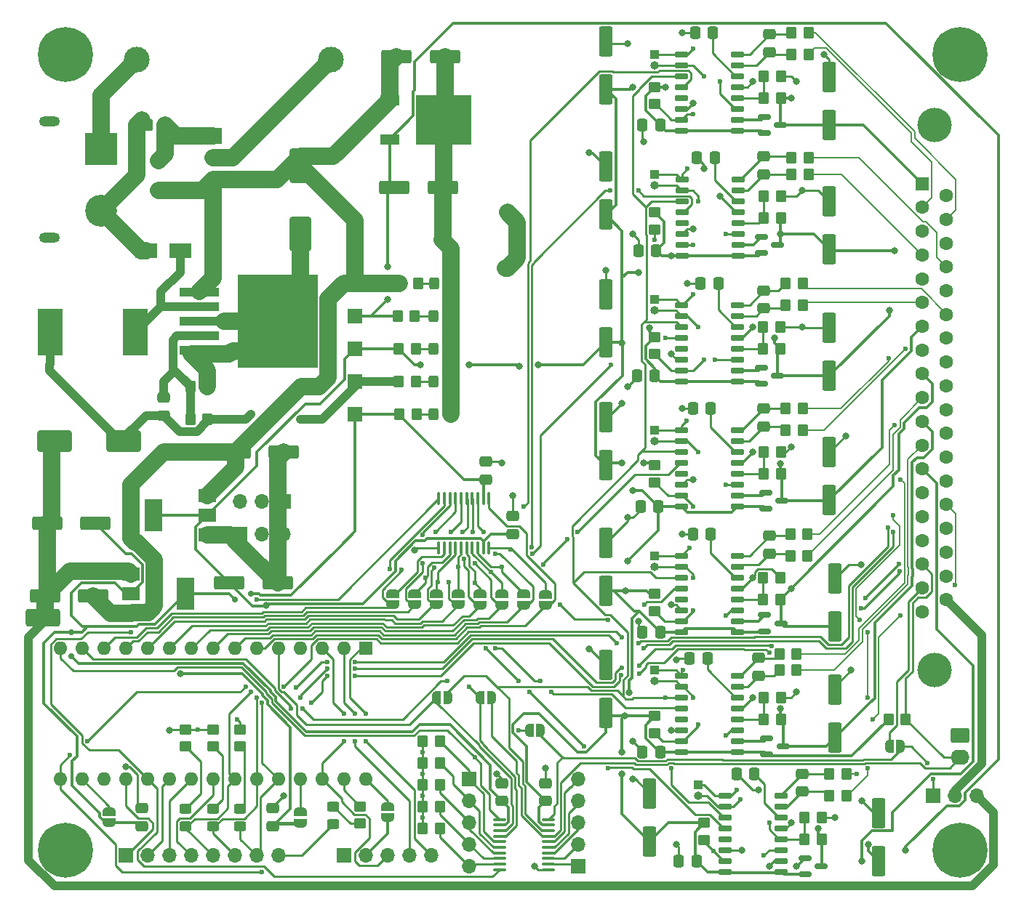
<source format=gbr>
%TF.GenerationSoftware,KiCad,Pcbnew,(6.0.0)*%
%TF.CreationDate,2022-09-29T10:08:53+01:00*%
%TF.ProjectId,truss_PCB,74727573-735f-4504-9342-2e6b69636164,rev?*%
%TF.SameCoordinates,Original*%
%TF.FileFunction,Copper,L1,Top*%
%TF.FilePolarity,Positive*%
%FSLAX46Y46*%
G04 Gerber Fmt 4.6, Leading zero omitted, Abs format (unit mm)*
G04 Created by KiCad (PCBNEW (6.0.0)) date 2022-09-29 10:08:53*
%MOMM*%
%LPD*%
G01*
G04 APERTURE LIST*
G04 Aperture macros list*
%AMRoundRect*
0 Rectangle with rounded corners*
0 $1 Rounding radius*
0 $2 $3 $4 $5 $6 $7 $8 $9 X,Y pos of 4 corners*
0 Add a 4 corners polygon primitive as box body*
4,1,4,$2,$3,$4,$5,$6,$7,$8,$9,$2,$3,0*
0 Add four circle primitives for the rounded corners*
1,1,$1+$1,$2,$3*
1,1,$1+$1,$4,$5*
1,1,$1+$1,$6,$7*
1,1,$1+$1,$8,$9*
0 Add four rect primitives between the rounded corners*
20,1,$1+$1,$2,$3,$4,$5,0*
20,1,$1+$1,$4,$5,$6,$7,0*
20,1,$1+$1,$6,$7,$8,$9,0*
20,1,$1+$1,$8,$9,$2,$3,0*%
%AMFreePoly0*
4,1,22,0.500000,-0.750000,0.000000,-0.750000,0.000000,-0.745033,-0.079941,-0.743568,-0.215256,-0.701293,-0.333266,-0.622738,-0.424486,-0.514219,-0.481581,-0.384460,-0.499164,-0.250000,-0.500000,-0.250000,-0.500000,0.250000,-0.499164,0.250000,-0.499963,0.256109,-0.478152,0.396186,-0.417904,0.524511,-0.324060,0.630769,-0.204165,0.706417,-0.067858,0.745374,0.000000,0.744959,0.000000,0.750000,
0.500000,0.750000,0.500000,-0.750000,0.500000,-0.750000,$1*%
%AMFreePoly1*
4,1,20,0.000000,0.744959,0.073905,0.744508,0.209726,0.703889,0.328688,0.626782,0.421226,0.519385,0.479903,0.390333,0.500000,0.250000,0.500000,-0.250000,0.499851,-0.262216,0.476331,-0.402017,0.414519,-0.529596,0.319384,-0.634700,0.198574,-0.708877,0.061801,-0.746166,0.000000,-0.745033,0.000000,-0.750000,-0.500000,-0.750000,-0.500000,0.750000,0.000000,0.750000,0.000000,0.744959,
0.000000,0.744959,$1*%
G04 Aperture macros list end*
%TA.AperFunction,SMDPad,CuDef*%
%ADD10RoundRect,0.150000X0.650000X0.150000X-0.650000X0.150000X-0.650000X-0.150000X0.650000X-0.150000X0*%
%TD*%
%TA.AperFunction,SMDPad,CuDef*%
%ADD11RoundRect,0.100000X-0.637500X-0.100000X0.637500X-0.100000X0.637500X0.100000X-0.637500X0.100000X0*%
%TD*%
%TA.AperFunction,SMDPad,CuDef*%
%ADD12RoundRect,0.100000X-0.100000X0.637500X-0.100000X-0.637500X0.100000X-0.637500X0.100000X0.637500X0*%
%TD*%
%TA.AperFunction,SMDPad,CuDef*%
%ADD13RoundRect,0.150000X-0.587500X-0.150000X0.587500X-0.150000X0.587500X0.150000X-0.587500X0.150000X0*%
%TD*%
%TA.AperFunction,SMDPad,CuDef*%
%ADD14RoundRect,0.250000X0.550000X-1.500000X0.550000X1.500000X-0.550000X1.500000X-0.550000X-1.500000X0*%
%TD*%
%TA.AperFunction,SMDPad,CuDef*%
%ADD15FreePoly0,180.000000*%
%TD*%
%TA.AperFunction,SMDPad,CuDef*%
%ADD16FreePoly1,180.000000*%
%TD*%
%TA.AperFunction,SMDPad,CuDef*%
%ADD17RoundRect,0.250000X-0.350000X-0.450000X0.350000X-0.450000X0.350000X0.450000X-0.350000X0.450000X0*%
%TD*%
%TA.AperFunction,SMDPad,CuDef*%
%ADD18FreePoly0,0.000000*%
%TD*%
%TA.AperFunction,SMDPad,CuDef*%
%ADD19FreePoly1,0.000000*%
%TD*%
%TA.AperFunction,SMDPad,CuDef*%
%ADD20FreePoly0,270.000000*%
%TD*%
%TA.AperFunction,SMDPad,CuDef*%
%ADD21FreePoly1,270.000000*%
%TD*%
%TA.AperFunction,SMDPad,CuDef*%
%ADD22RoundRect,0.250000X-0.450000X0.325000X-0.450000X-0.325000X0.450000X-0.325000X0.450000X0.325000X0*%
%TD*%
%TA.AperFunction,SMDPad,CuDef*%
%ADD23RoundRect,0.250000X0.475000X-0.337500X0.475000X0.337500X-0.475000X0.337500X-0.475000X-0.337500X0*%
%TD*%
%TA.AperFunction,ComponentPad*%
%ADD24R,1.700000X1.700000*%
%TD*%
%TA.AperFunction,SMDPad,CuDef*%
%ADD25RoundRect,0.250000X-1.500000X-0.550000X1.500000X-0.550000X1.500000X0.550000X-1.500000X0.550000X0*%
%TD*%
%TA.AperFunction,SMDPad,CuDef*%
%ADD26RoundRect,0.250000X0.350000X0.450000X-0.350000X0.450000X-0.350000X-0.450000X0.350000X-0.450000X0*%
%TD*%
%TA.AperFunction,SMDPad,CuDef*%
%ADD27R,1.700000X1.300000*%
%TD*%
%TA.AperFunction,SMDPad,CuDef*%
%ADD28R,2.200000X1.200000*%
%TD*%
%TA.AperFunction,SMDPad,CuDef*%
%ADD29R,6.400000X5.800000*%
%TD*%
%TA.AperFunction,ComponentPad*%
%ADD30C,6.400000*%
%TD*%
%TA.AperFunction,ComponentPad*%
%ADD31C,0.800000*%
%TD*%
%TA.AperFunction,ComponentPad*%
%ADD32R,1.000000X1.000000*%
%TD*%
%TA.AperFunction,ComponentPad*%
%ADD33O,1.000000X1.000000*%
%TD*%
%TA.AperFunction,SMDPad,CuDef*%
%ADD34RoundRect,0.250000X1.500000X0.550000X-1.500000X0.550000X-1.500000X-0.550000X1.500000X-0.550000X0*%
%TD*%
%TA.AperFunction,ComponentPad*%
%ADD35RoundRect,0.250000X-0.845000X0.620000X-0.845000X-0.620000X0.845000X-0.620000X0.845000X0.620000X0*%
%TD*%
%TA.AperFunction,ComponentPad*%
%ADD36O,2.190000X1.740000*%
%TD*%
%TA.AperFunction,SMDPad,CuDef*%
%ADD37RoundRect,0.250000X0.337500X0.475000X-0.337500X0.475000X-0.337500X-0.475000X0.337500X-0.475000X0*%
%TD*%
%TA.AperFunction,SMDPad,CuDef*%
%ADD38RoundRect,0.250000X-0.450000X0.350000X-0.450000X-0.350000X0.450000X-0.350000X0.450000X0.350000X0*%
%TD*%
%TA.AperFunction,ComponentPad*%
%ADD39O,1.700000X1.700000*%
%TD*%
%TA.AperFunction,SMDPad,CuDef*%
%ADD40RoundRect,0.250000X0.325000X0.450000X-0.325000X0.450000X-0.325000X-0.450000X0.325000X-0.450000X0*%
%TD*%
%TA.AperFunction,SMDPad,CuDef*%
%ADD41RoundRect,0.250000X-1.000000X1.750000X-1.000000X-1.750000X1.000000X-1.750000X1.000000X1.750000X0*%
%TD*%
%TA.AperFunction,ComponentPad*%
%ADD42C,4.000000*%
%TD*%
%TA.AperFunction,ComponentPad*%
%ADD43R,1.600000X1.600000*%
%TD*%
%TA.AperFunction,ComponentPad*%
%ADD44C,1.600000*%
%TD*%
%TA.AperFunction,ComponentPad*%
%ADD45O,1.600000X1.600000*%
%TD*%
%TA.AperFunction,SMDPad,CuDef*%
%ADD46R,2.000000X1.500000*%
%TD*%
%TA.AperFunction,SMDPad,CuDef*%
%ADD47R,2.000000X3.800000*%
%TD*%
%TA.AperFunction,SMDPad,CuDef*%
%ADD48RoundRect,0.250000X1.750000X1.000000X-1.750000X1.000000X-1.750000X-1.000000X1.750000X-1.000000X0*%
%TD*%
%TA.AperFunction,SMDPad,CuDef*%
%ADD49RoundRect,0.250000X-0.475000X0.337500X-0.475000X-0.337500X0.475000X-0.337500X0.475000X0.337500X0*%
%TD*%
%TA.AperFunction,SMDPad,CuDef*%
%ADD50RoundRect,0.250000X-1.750000X0.250000X-1.750000X-0.250000X1.750000X-0.250000X1.750000X0.250000X0*%
%TD*%
%TA.AperFunction,ComponentPad*%
%ADD51C,3.716000*%
%TD*%
%TA.AperFunction,ComponentPad*%
%ADD52R,3.716000X3.716000*%
%TD*%
%TA.AperFunction,ComponentPad*%
%ADD53O,2.400000X1.200000*%
%TD*%
%TA.AperFunction,SMDPad,CuDef*%
%ADD54R,4.600000X1.100000*%
%TD*%
%TA.AperFunction,SMDPad,CuDef*%
%ADD55R,9.400000X10.800000*%
%TD*%
%TA.AperFunction,ComponentPad*%
%ADD56R,2.000000X1.905000*%
%TD*%
%TA.AperFunction,ComponentPad*%
%ADD57O,2.000000X1.905000*%
%TD*%
%TA.AperFunction,SMDPad,CuDef*%
%ADD58R,2.500000X1.800000*%
%TD*%
%TA.AperFunction,SMDPad,CuDef*%
%ADD59R,2.900000X5.400000*%
%TD*%
%TA.AperFunction,ComponentPad*%
%ADD60C,3.000000*%
%TD*%
%TA.AperFunction,ViaPad*%
%ADD61C,0.600000*%
%TD*%
%TA.AperFunction,ViaPad*%
%ADD62C,0.800000*%
%TD*%
%TA.AperFunction,ViaPad*%
%ADD63C,0.700000*%
%TD*%
%TA.AperFunction,Conductor*%
%ADD64C,0.250000*%
%TD*%
%TA.AperFunction,Conductor*%
%ADD65C,0.300000*%
%TD*%
%TA.AperFunction,Conductor*%
%ADD66C,2.000000*%
%TD*%
%TA.AperFunction,Conductor*%
%ADD67C,1.000000*%
%TD*%
%TA.AperFunction,Conductor*%
%ADD68C,0.200000*%
%TD*%
G04 APERTURE END LIST*
%TO.C,N3*%
G36*
X106650600Y-109982000D02*
G01*
X102645400Y-109982000D01*
X102645400Y-108982000D01*
X106650600Y-108982000D01*
X106650600Y-109982000D01*
G37*
%TD*%
D10*
%TO.P,U2,1,Vdd*%
%TO.N,5VDC*%
X185570000Y-67310000D03*
%TO.P,U2,2,Base*%
%TO.N,Net-(Q2-Pad1)*%
X185570000Y-66040000D03*
%TO.P,U2,3,AVdd*%
%TO.N,Net-(JP5-Pad1)*%
X185570000Y-64770000D03*
%TO.P,U2,4,VFB*%
%TO.N,Net-(R7-Pad1)*%
X185570000Y-63500000D03*
%TO.P,U2,5,AGND*%
%TO.N,GNDA*%
X185570000Y-62230000D03*
%TO.P,U2,6,VBG*%
%TO.N,Net-(C4-Pad1)*%
X185570000Y-60960000D03*
%TO.P,U2,7,INA-*%
%TO.N,Net-(C5-Pad1)*%
X185570000Y-59690000D03*
%TO.P,U2,8,INA+*%
%TO.N,Net-(C5-Pad2)*%
X185570000Y-58420000D03*
%TO.P,U2,9,INB-*%
%TO.N,Net-(J6-Pad1)*%
X179070000Y-58420000D03*
%TO.P,U2,10,INB+*%
%TO.N,Net-(J6-Pad2)*%
X179070000Y-59690000D03*
%TO.P,U2,11,PD_SCK*%
%TO.N,SCK*%
X179070000Y-60960000D03*
%TO.P,U2,12,Dout*%
%TO.N,/BridgeDriver1/D_OUT*%
X179070000Y-62230000D03*
%TO.P,U2,13,XO*%
%TO.N,unconnected-(U2-Pad13)*%
X179070000Y-63500000D03*
%TO.P,U2,14,XI*%
%TO.N,GNDA*%
X179070000Y-64770000D03*
%TO.P,U2,15,Rate*%
%TO.N,Net-(JP7-Pad2)*%
X179070000Y-66040000D03*
%TO.P,U2,16,DVdd*%
%TO.N,5VDC*%
X179070000Y-67310000D03*
%TD*%
%TO.P,U7,1,Vdd*%
%TO.N,5VDC*%
X190575000Y-139065000D03*
%TO.P,U7,2,Base*%
%TO.N,Net-(JP23-Pad1)*%
X190575000Y-137795000D03*
%TO.P,U7,3,AVdd*%
%TO.N,Net-(JP21-Pad1)*%
X190575000Y-136525000D03*
%TO.P,U7,4,VFB*%
%TO.N,Net-(JP22-Pad1)*%
X190575000Y-135255000D03*
%TO.P,U7,5,AGND*%
%TO.N,GNDA*%
X190575000Y-133985000D03*
%TO.P,U7,6,VBG*%
%TO.N,Net-(C19-Pad1)*%
X190575000Y-132715000D03*
%TO.P,U7,7,INA-*%
%TO.N,Net-(C20-Pad1)*%
X190575000Y-131445000D03*
%TO.P,U7,8,INA+*%
%TO.N,Net-(C20-Pad2)*%
X190575000Y-130175000D03*
%TO.P,U7,9,INB-*%
%TO.N,Net-(J11-Pad1)*%
X184075000Y-130175000D03*
%TO.P,U7,10,INB+*%
%TO.N,Net-(J11-Pad2)*%
X184075000Y-131445000D03*
%TO.P,U7,11,PD_SCK*%
%TO.N,SCK*%
X184075000Y-132715000D03*
%TO.P,U7,12,Dout*%
%TO.N,/LoadCell/D_OUT*%
X184075000Y-133985000D03*
%TO.P,U7,13,XO*%
%TO.N,unconnected-(U7-Pad13)*%
X184075000Y-135255000D03*
%TO.P,U7,14,XI*%
%TO.N,GNDA*%
X184075000Y-136525000D03*
%TO.P,U7,15,Rate*%
%TO.N,Net-(JP25-Pad2)*%
X184075000Y-137795000D03*
%TO.P,U7,16,DVdd*%
%TO.N,5VDC*%
X184075000Y-139065000D03*
%TD*%
%TO.P,U5,1,Vdd*%
%TO.N,5VDC*%
X185495000Y-111125000D03*
%TO.P,U5,2,Base*%
%TO.N,Net-(Q5-Pad1)*%
X185495000Y-109855000D03*
%TO.P,U5,3,AVdd*%
%TO.N,Net-(JP14-Pad1)*%
X185495000Y-108585000D03*
%TO.P,U5,4,VFB*%
%TO.N,Net-(R22-Pad1)*%
X185495000Y-107315000D03*
%TO.P,U5,5,AGND*%
%TO.N,GNDA*%
X185495000Y-106045000D03*
%TO.P,U5,6,VBG*%
%TO.N,Net-(C13-Pad1)*%
X185495000Y-104775000D03*
%TO.P,U5,7,INA-*%
%TO.N,Net-(C14-Pad1)*%
X185495000Y-103505000D03*
%TO.P,U5,8,INA+*%
%TO.N,Net-(C14-Pad2)*%
X185495000Y-102235000D03*
%TO.P,U5,9,INB-*%
%TO.N,Net-(J9-Pad1)*%
X178995000Y-102235000D03*
%TO.P,U5,10,INB+*%
%TO.N,Net-(J9-Pad2)*%
X178995000Y-103505000D03*
%TO.P,U5,11,PD_SCK*%
%TO.N,SCK*%
X178995000Y-104775000D03*
%TO.P,U5,12,Dout*%
%TO.N,/BridgeDriver4/D_OUT*%
X178995000Y-106045000D03*
%TO.P,U5,13,XO*%
%TO.N,unconnected-(U5-Pad13)*%
X178995000Y-107315000D03*
%TO.P,U5,14,XI*%
%TO.N,GNDA*%
X178995000Y-108585000D03*
%TO.P,U5,15,Rate*%
%TO.N,Net-(JP16-Pad2)*%
X178995000Y-109855000D03*
%TO.P,U5,16,DVdd*%
%TO.N,5VDC*%
X178995000Y-111125000D03*
%TD*%
%TO.P,U4,1,Vdd*%
%TO.N,5VDC*%
X185495000Y-96520000D03*
%TO.P,U4,2,Base*%
%TO.N,Net-(Q4-Pad1)*%
X185495000Y-95250000D03*
%TO.P,U4,3,AVdd*%
%TO.N,Net-(JP11-Pad1)*%
X185495000Y-93980000D03*
%TO.P,U4,4,VFB*%
%TO.N,Net-(R17-Pad1)*%
X185495000Y-92710000D03*
%TO.P,U4,5,AGND*%
%TO.N,GNDA*%
X185495000Y-91440000D03*
%TO.P,U4,6,VBG*%
%TO.N,Net-(C10-Pad1)*%
X185495000Y-90170000D03*
%TO.P,U4,7,INA-*%
%TO.N,Net-(C11-Pad1)*%
X185495000Y-88900000D03*
%TO.P,U4,8,INA+*%
%TO.N,Net-(C11-Pad2)*%
X185495000Y-87630000D03*
%TO.P,U4,9,INB-*%
%TO.N,Net-(J8-Pad1)*%
X178995000Y-87630000D03*
%TO.P,U4,10,INB+*%
%TO.N,Net-(J8-Pad2)*%
X178995000Y-88900000D03*
%TO.P,U4,11,PD_SCK*%
%TO.N,SCK*%
X178995000Y-90170000D03*
%TO.P,U4,12,Dout*%
%TO.N,/BridgeDriver3/D_OUT*%
X178995000Y-91440000D03*
%TO.P,U4,13,XO*%
%TO.N,unconnected-(U4-Pad13)*%
X178995000Y-92710000D03*
%TO.P,U4,14,XI*%
%TO.N,GNDA*%
X178995000Y-93980000D03*
%TO.P,U4,15,Rate*%
%TO.N,Net-(JP13-Pad2)*%
X178995000Y-95250000D03*
%TO.P,U4,16,DVdd*%
%TO.N,5VDC*%
X178995000Y-96520000D03*
%TD*%
%TO.P,U6,1,Vdd*%
%TO.N,5VDC*%
X185495000Y-125095000D03*
%TO.P,U6,2,Base*%
%TO.N,Net-(Q6-Pad1)*%
X185495000Y-123825000D03*
%TO.P,U6,3,AVdd*%
%TO.N,Net-(JP17-Pad1)*%
X185495000Y-122555000D03*
%TO.P,U6,4,VFB*%
%TO.N,Net-(R27-Pad1)*%
X185495000Y-121285000D03*
%TO.P,U6,5,AGND*%
%TO.N,GNDA*%
X185495000Y-120015000D03*
%TO.P,U6,6,VBG*%
%TO.N,Net-(C16-Pad1)*%
X185495000Y-118745000D03*
%TO.P,U6,7,INA-*%
%TO.N,Net-(C17-Pad1)*%
X185495000Y-117475000D03*
%TO.P,U6,8,INA+*%
%TO.N,Net-(C17-Pad2)*%
X185495000Y-116205000D03*
%TO.P,U6,9,INB-*%
%TO.N,Net-(J10-Pad1)*%
X178995000Y-116205000D03*
%TO.P,U6,10,INB+*%
%TO.N,Net-(J10-Pad2)*%
X178995000Y-117475000D03*
%TO.P,U6,11,PD_SCK*%
%TO.N,SCK*%
X178995000Y-118745000D03*
%TO.P,U6,12,Dout*%
%TO.N,/BridgeDriver5/D_OUT*%
X178995000Y-120015000D03*
%TO.P,U6,13,XO*%
%TO.N,unconnected-(U6-Pad13)*%
X178995000Y-121285000D03*
%TO.P,U6,14,XI*%
%TO.N,GNDA*%
X178995000Y-122555000D03*
%TO.P,U6,15,Rate*%
%TO.N,Net-(JP19-Pad2)*%
X178995000Y-123825000D03*
%TO.P,U6,16,DVdd*%
%TO.N,5VDC*%
X178995000Y-125095000D03*
%TD*%
%TO.P,U3,1,Vdd*%
%TO.N,5VDC*%
X185495000Y-81915000D03*
%TO.P,U3,2,Base*%
%TO.N,Net-(Q3-Pad1)*%
X185495000Y-80645000D03*
%TO.P,U3,3,AVdd*%
%TO.N,Net-(JP8-Pad1)*%
X185495000Y-79375000D03*
%TO.P,U3,4,VFB*%
%TO.N,Net-(R12-Pad1)*%
X185495000Y-78105000D03*
%TO.P,U3,5,AGND*%
%TO.N,GNDA*%
X185495000Y-76835000D03*
%TO.P,U3,6,VBG*%
%TO.N,Net-(C7-Pad1)*%
X185495000Y-75565000D03*
%TO.P,U3,7,INA-*%
%TO.N,Net-(C8-Pad1)*%
X185495000Y-74295000D03*
%TO.P,U3,8,INA+*%
%TO.N,Net-(C8-Pad2)*%
X185495000Y-73025000D03*
%TO.P,U3,9,INB-*%
%TO.N,Net-(J7-Pad1)*%
X178995000Y-73025000D03*
%TO.P,U3,10,INB+*%
%TO.N,Net-(J7-Pad2)*%
X178995000Y-74295000D03*
%TO.P,U3,11,PD_SCK*%
%TO.N,SCK*%
X178995000Y-75565000D03*
%TO.P,U3,12,Dout*%
%TO.N,/BridgeDriver2/D_OUT*%
X178995000Y-76835000D03*
%TO.P,U3,13,XO*%
%TO.N,unconnected-(U3-Pad13)*%
X178995000Y-78105000D03*
%TO.P,U3,14,XI*%
%TO.N,GNDA*%
X178995000Y-79375000D03*
%TO.P,U3,15,Rate*%
%TO.N,Net-(JP10-Pad2)*%
X178995000Y-80645000D03*
%TO.P,U3,16,DVdd*%
%TO.N,5VDC*%
X178995000Y-81915000D03*
%TD*%
%TO.P,U1,1,Vdd*%
%TO.N,5VDC*%
X185495000Y-52705000D03*
%TO.P,U1,2,Base*%
%TO.N,Net-(Q1-Pad1)*%
X185495000Y-51435000D03*
%TO.P,U1,3,AVdd*%
%TO.N,Net-(JP2-Pad1)*%
X185495000Y-50165000D03*
%TO.P,U1,4,VFB*%
%TO.N,Net-(R2-Pad1)*%
X185495000Y-48895000D03*
%TO.P,U1,5,AGND*%
%TO.N,GNDA*%
X185495000Y-47625000D03*
%TO.P,U1,6,VBG*%
%TO.N,Net-(C1-Pad1)*%
X185495000Y-46355000D03*
%TO.P,U1,7,INA-*%
%TO.N,Net-(C2-Pad1)*%
X185495000Y-45085000D03*
%TO.P,U1,8,INA+*%
%TO.N,Net-(C2-Pad2)*%
X185495000Y-43815000D03*
%TO.P,U1,9,INB-*%
%TO.N,Net-(J5-Pad1)*%
X178995000Y-43815000D03*
%TO.P,U1,10,INB+*%
%TO.N,Net-(J5-Pad2)*%
X178995000Y-45085000D03*
%TO.P,U1,11,PD_SCK*%
%TO.N,SCK*%
X178995000Y-46355000D03*
%TO.P,U1,12,Dout*%
%TO.N,/BridgeDriver0/D_OUT*%
X178995000Y-47625000D03*
%TO.P,U1,13,XO*%
%TO.N,unconnected-(U1-Pad13)*%
X178995000Y-48895000D03*
%TO.P,U1,14,XI*%
%TO.N,GNDA*%
X178995000Y-50165000D03*
%TO.P,U1,15,Rate*%
%TO.N,Net-(JP4-Pad2)*%
X178995000Y-51435000D03*
%TO.P,U1,16,DVdd*%
%TO.N,5VDC*%
X178995000Y-52705000D03*
%TD*%
D11*
%TO.P,U8,1,A1*%
%TO.N,/MCU/SERVO_PWM_PIN*%
X157792500Y-132965000D03*
%TO.P,U8,2,VCCA*%
%TO.N,3V3DC*%
X157792500Y-133615000D03*
%TO.P,U8,3,A2*%
%TO.N,/MCU/SCK*%
X157792500Y-134265000D03*
%TO.P,U8,4,A3*%
%TO.N,/MCU/LIMIT_SWITCH*%
X157792500Y-134915000D03*
%TO.P,U8,5,A4*%
%TO.N,Net-(J14-Pad1)*%
X157792500Y-135565000D03*
%TO.P,U8,6,A5*%
%TO.N,Net-(J14-Pad2)*%
X157792500Y-136215000D03*
%TO.P,U8,7,A6*%
%TO.N,Net-(J14-Pad3)*%
X157792500Y-136865000D03*
%TO.P,U8,8,A7*%
%TO.N,Net-(J14-Pad4)*%
X157792500Y-137515000D03*
%TO.P,U8,9,A8*%
%TO.N,Net-(J14-Pad5)*%
X157792500Y-138165000D03*
%TO.P,U8,10,OE*%
%TO.N,/MCU/OUTPUT_ENABLE*%
X157792500Y-138815000D03*
%TO.P,U8,11,GND*%
%TO.N,GNDA*%
X163517500Y-138815000D03*
%TO.P,U8,12,B8*%
%TO.N,Net-(J15-Pad1)*%
X163517500Y-138165000D03*
%TO.P,U8,13,B7*%
%TO.N,Net-(J15-Pad2)*%
X163517500Y-137515000D03*
%TO.P,U8,14,B6*%
%TO.N,Net-(J15-Pad3)*%
X163517500Y-136865000D03*
%TO.P,U8,15,B5*%
%TO.N,Net-(J15-Pad4)*%
X163517500Y-136215000D03*
%TO.P,U8,16,B4*%
%TO.N,Net-(J15-Pad5)*%
X163517500Y-135565000D03*
%TO.P,U8,17,B3*%
%TO.N,/LIMIT_SWITCH*%
X163517500Y-134915000D03*
%TO.P,U8,18,B2*%
%TO.N,SCK*%
X163517500Y-134265000D03*
%TO.P,U8,19,VCCB*%
%TO.N,5VDC*%
X163517500Y-133615000D03*
%TO.P,U8,20,B1*%
%TO.N,/SERVO_PWM*%
X163517500Y-132965000D03*
%TD*%
D12*
%TO.P,U9,1,A1*%
%TO.N,/MCU/DT0*%
X156595000Y-95562500D03*
%TO.P,U9,2,VCCA*%
%TO.N,3V3DC*%
X155945000Y-95562500D03*
%TO.P,U9,3,A2*%
%TO.N,/MCU/DT1*%
X155295000Y-95562500D03*
%TO.P,U9,4,A3*%
%TO.N,/MCU/DT2*%
X154645000Y-95562500D03*
%TO.P,U9,5,A4*%
%TO.N,/MCU/DT3*%
X153995000Y-95562500D03*
%TO.P,U9,6,A5*%
%TO.N,/MCU/DT4*%
X153345000Y-95562500D03*
%TO.P,U9,7,A6*%
%TO.N,/MCU/DT5*%
X152695000Y-95562500D03*
%TO.P,U9,8,A7*%
%TO.N,/MCU/DT6*%
X152045000Y-95562500D03*
%TO.P,U9,9,A8*%
%TO.N,/MCU/DT7*%
X151395000Y-95562500D03*
%TO.P,U9,10,OE*%
%TO.N,/MCU/OUTPUT_ENABLE*%
X150745000Y-95562500D03*
%TO.P,U9,11,GND*%
%TO.N,GNDA*%
X150745000Y-101287500D03*
%TO.P,U9,12,B8*%
%TO.N,/MCU/DATA_7*%
X151395000Y-101287500D03*
%TO.P,U9,13,B7*%
%TO.N,/LoadCell/D_OUT*%
X152045000Y-101287500D03*
%TO.P,U9,14,B6*%
%TO.N,/BridgeDriver5/D_OUT*%
X152695000Y-101287500D03*
%TO.P,U9,15,B5*%
%TO.N,/BridgeDriver4/D_OUT*%
X153345000Y-101287500D03*
%TO.P,U9,16,B4*%
%TO.N,/BridgeDriver3/D_OUT*%
X153995000Y-101287500D03*
%TO.P,U9,17,B3*%
%TO.N,/BridgeDriver2/D_OUT*%
X154645000Y-101287500D03*
%TO.P,U9,18,B2*%
%TO.N,/BridgeDriver1/D_OUT*%
X155295000Y-101287500D03*
%TO.P,U9,19,VCCB*%
%TO.N,5VDC*%
X155945000Y-101287500D03*
%TO.P,U9,20,B1*%
%TO.N,/BridgeDriver0/D_OUT*%
X156595000Y-101287500D03*
%TD*%
D13*
%TO.P,Q3,1,B*%
%TO.N,Net-(Q3-Pad1)*%
X188292500Y-80330000D03*
%TO.P,Q3,2,E*%
%TO.N,5VDC*%
X188292500Y-82230000D03*
%TO.P,Q3,3,C*%
%TO.N,/BridgeDriver2/V_LC*%
X190167500Y-81280000D03*
%TD*%
D14*
%TO.P,EC9,1*%
%TO.N,/BridgeDriver4/V_LC*%
X196850000Y-110490000D03*
%TO.P,EC9,2*%
%TO.N,GNDA*%
X196850000Y-104890000D03*
%TD*%
D15*
%TO.P,JP38,1,A*%
%TO.N,/LIMIT_SWITCH*%
X156860000Y-118745000D03*
D16*
%TO.P,JP38,2,B*%
%TO.N,/MCU/LIMIT_SWITCH*%
X155560000Y-118745000D03*
%TD*%
D17*
%TO.P,R51,1*%
%TO.N,GNDA*%
X148860000Y-133985000D03*
%TO.P,R51,2*%
%TO.N,Net-(J14-Pad5)*%
X150860000Y-133985000D03*
%TD*%
D18*
%TO.P,JP1,1,A*%
%TO.N,/PWM*%
X203170000Y-124460000D03*
D19*
%TO.P,JP1,2,B*%
%TO.N,/SERVO_PWM*%
X204470000Y-124460000D03*
%TD*%
D20*
%TO.P,JP30,1,A*%
%TO.N,/BridgeDriver0/D_OUT*%
X163195000Y-106710000D03*
D21*
%TO.P,JP30,2,B*%
%TO.N,/MCU/DT0*%
X163195000Y-108010000D03*
%TD*%
D22*
%TO.P,D9,1,K*%
%TO.N,Net-(D9-Pad1)*%
X121285000Y-131690000D03*
%TO.P,D9,2,A*%
%TO.N,/MCU/LED_2*%
X121285000Y-133740000D03*
%TD*%
D23*
%TO.P,C5,1*%
%TO.N,Net-(C5-Pad1)*%
X188595000Y-57785000D03*
%TO.P,C5,2*%
%TO.N,Net-(C5-Pad2)*%
X188595000Y-55710000D03*
%TD*%
D24*
%TO.P,J18,1,Pin_1*%
%TO.N,/Power Distribution/12V_BUS*%
X140970000Y-70485000D03*
%TD*%
D25*
%TO.P,EC21,1*%
%TO.N,5VDC*%
X126365000Y-105410000D03*
%TO.P,EC21,2*%
%TO.N,GNDPWR*%
X131965000Y-105410000D03*
%TD*%
D14*
%TO.P,EC12,1*%
%TO.N,5VDC*%
X170180000Y-120535000D03*
%TO.P,EC12,2*%
%TO.N,GNDA*%
X170180000Y-114935000D03*
%TD*%
D26*
%TO.P,RFB2,1*%
%TO.N,/SERVO_POWER*%
X123825000Y-86360000D03*
%TO.P,RFB2,2*%
%TO.N,/Power Distribution/FB*%
X121825000Y-86360000D03*
%TD*%
D14*
%TO.P,EC5,1*%
%TO.N,/BridgeDriver2/V_LC*%
X196215000Y-81280000D03*
%TO.P,EC5,2*%
%TO.N,GNDA*%
X196215000Y-75680000D03*
%TD*%
D27*
%TO.P,D2,1,K*%
%TO.N,/Power Distribution/12V_BUS*%
X118110000Y-59690000D03*
%TO.P,D2,2,A*%
%TO.N,/Power Distribution/12V_00*%
X118110000Y-56190000D03*
%TD*%
D28*
%TO.P,IC1,1,VCC*%
%TO.N,/Power Distribution/12V_BUS*%
X145025000Y-49155000D03*
D29*
%TO.P,IC1,2,GND*%
%TO.N,GNDPWR*%
X151325000Y-51435000D03*
D28*
%TO.P,IC1,3,OUT*%
%TO.N,/10V_DC*%
X145025000Y-53715000D03*
%TD*%
D14*
%TO.P,EC3,1*%
%TO.N,/BridgeDriver1/V_LC*%
X196215000Y-66560000D03*
%TO.P,EC3,2*%
%TO.N,GNDA*%
X196215000Y-60960000D03*
%TD*%
%TO.P,EC11,1*%
%TO.N,/BridgeDriver5/V_LC*%
X196850000Y-123450000D03*
%TO.P,EC11,2*%
%TO.N,GNDA*%
X196850000Y-117850000D03*
%TD*%
D13*
%TO.P,Q2,1,B*%
%TO.N,Net-(Q2-Pad1)*%
X188292500Y-65090000D03*
%TO.P,Q2,2,E*%
%TO.N,5VDC*%
X188292500Y-66990000D03*
%TO.P,Q2,3,C*%
%TO.N,/BridgeDriver1/V_LC*%
X190167500Y-66040000D03*
%TD*%
D30*
%TO.P,H4,1*%
%TO.N,N/C*%
X211455000Y-136525000D03*
D31*
X213855000Y-136525000D03*
X213152056Y-134827944D03*
X209757944Y-134827944D03*
X213152056Y-138222056D03*
X211455000Y-138925000D03*
X209055000Y-136525000D03*
X211455000Y-134125000D03*
X209757944Y-138222056D03*
%TD*%
D14*
%TO.P,EC4,1*%
%TO.N,5VDC*%
X170180000Y-62490000D03*
%TO.P,EC4,2*%
%TO.N,GNDA*%
X170180000Y-56890000D03*
%TD*%
D17*
%TO.P,R15,1*%
%TO.N,Net-(C8-Pad2)*%
X191135000Y-70485000D03*
%TO.P,R15,2*%
%TO.N,/BridgeDriver2/LC+*%
X193135000Y-70485000D03*
%TD*%
D26*
%TO.P,R41,1*%
%TO.N,Net-(D8-Pad2)*%
X148320000Y-70485000D03*
%TO.P,R41,2*%
%TO.N,/Power Distribution/12V_BUS*%
X146320000Y-70485000D03*
%TD*%
D32*
%TO.P,J6,1,Pin_1*%
%TO.N,Net-(J6-Pad1)*%
X175895000Y-57785000D03*
D33*
%TO.P,J6,2,Pin_2*%
%TO.N,Net-(J6-Pad2)*%
X175895000Y-59055000D03*
%TD*%
D34*
%TO.P,EC19,1*%
%TO.N,/Power Distribution/12V_BUS*%
X110490000Y-106940000D03*
%TO.P,EC19,2*%
%TO.N,GNDPWR*%
X104890000Y-106940000D03*
%TD*%
D35*
%TO.P,J2,1,Pin_1*%
%TO.N,GNDA*%
X211455000Y-123190000D03*
D36*
%TO.P,J2,2,Pin_2*%
%TO.N,/LIMIT_SWITCH*%
X211455000Y-125730000D03*
%TD*%
D23*
%TO.P,C17,1*%
%TO.N,Net-(C17-Pad1)*%
X187960000Y-116205000D03*
%TO.P,C17,2*%
%TO.N,Net-(C17-Pad2)*%
X187960000Y-114130000D03*
%TD*%
D37*
%TO.P,C21,1*%
%TO.N,5VDC*%
X180742500Y-137795000D03*
%TO.P,C21,2*%
%TO.N,GNDA*%
X178667500Y-137795000D03*
%TD*%
D26*
%TO.P,R18,1*%
%TO.N,GNDA*%
X190595000Y-90170000D03*
%TO.P,R18,2*%
%TO.N,Net-(R17-Pad1)*%
X188595000Y-90170000D03*
%TD*%
D14*
%TO.P,EC10,1*%
%TO.N,5VDC*%
X170180000Y-106305000D03*
%TO.P,EC10,2*%
%TO.N,GNDA*%
X170180000Y-100705000D03*
%TD*%
D26*
%TO.P,R1,1*%
%TO.N,/LIMIT_SWITCH*%
X205105000Y-121285000D03*
%TO.P,R1,2*%
%TO.N,5VDC*%
X203105000Y-121285000D03*
%TD*%
D38*
%TO.P,R11,1*%
%TO.N,5VDC*%
X175895000Y-62230000D03*
%TO.P,R11,2*%
%TO.N,Net-(JP7-Pad2)*%
X175895000Y-64230000D03*
%TD*%
D30*
%TO.P,H2,1*%
%TO.N,N/C*%
X211455000Y-43815000D03*
D31*
X213152056Y-45512056D03*
X211455000Y-46215000D03*
X213152056Y-42117944D03*
X213855000Y-43815000D03*
X209757944Y-42117944D03*
X209757944Y-45512056D03*
X209055000Y-43815000D03*
X211455000Y-41415000D03*
%TD*%
D32*
%TO.P,J8,1,Pin_1*%
%TO.N,Net-(J8-Pad1)*%
X175895000Y-87630000D03*
D33*
%TO.P,J8,2,Pin_2*%
%TO.N,Net-(J8-Pad2)*%
X175895000Y-88900000D03*
%TD*%
D23*
%TO.P,C26,1*%
%TO.N,5VDC*%
X159385000Y-99695000D03*
%TO.P,C26,2*%
%TO.N,GNDA*%
X159385000Y-97620000D03*
%TD*%
D24*
%TO.P,J13,1,Pin_1*%
%TO.N,Net-(A1-Pad19)*%
X114300000Y-137160000D03*
D39*
%TO.P,J13,2,Pin_2*%
%TO.N,Net-(A1-Pad21)*%
X116840000Y-137160000D03*
%TO.P,J13,3,Pin_3*%
%TO.N,Net-(A1-Pad22)*%
X119380000Y-137160000D03*
%TO.P,J13,4,Pin_4*%
%TO.N,Net-(A1-Pad23)*%
X121920000Y-137160000D03*
%TO.P,J13,5,Pin_5*%
%TO.N,/MCU/LED_2*%
X124460000Y-137160000D03*
%TO.P,J13,6,Pin_6*%
%TO.N,/MCU/LED_3*%
X127000000Y-137160000D03*
%TO.P,J13,7,Pin_7*%
%TO.N,/MCU/LED_4*%
X129540000Y-137160000D03*
%TO.P,J13,8,Pin_8*%
%TO.N,/MCU/SPARE_0*%
X132080000Y-137160000D03*
%TD*%
D32*
%TO.P,J5,1,Pin_1*%
%TO.N,Net-(J5-Pad1)*%
X175895000Y-43815000D03*
D33*
%TO.P,J5,2,Pin_2*%
%TO.N,Net-(J5-Pad2)*%
X175895000Y-45085000D03*
%TD*%
D37*
%TO.P,C4,1*%
%TO.N,Net-(C4-Pad1)*%
X182880000Y-55880000D03*
%TO.P,C4,2*%
%TO.N,GNDA*%
X180805000Y-55880000D03*
%TD*%
D26*
%TO.P,R43,1*%
%TO.N,Net-(D7-Pad2)*%
X148050000Y-78105000D03*
%TO.P,R43,2*%
%TO.N,5VDC*%
X146050000Y-78105000D03*
%TD*%
D32*
%TO.P,J9,1,Pin_1*%
%TO.N,Net-(J9-Pad1)*%
X175895000Y-102235000D03*
D33*
%TO.P,J9,2,Pin_2*%
%TO.N,Net-(J9-Pad2)*%
X175895000Y-103505000D03*
%TD*%
D20*
%TO.P,JP31,1,A*%
%TO.N,/BridgeDriver1/D_OUT*%
X160655000Y-106680000D03*
D21*
%TO.P,JP31,2,B*%
%TO.N,/MCU/DT1*%
X160655000Y-107980000D03*
%TD*%
D25*
%TO.P,EC17,1*%
%TO.N,/Power Distribution/12V_BUS*%
X145840000Y-44070000D03*
%TO.P,EC17,2*%
%TO.N,GNDPWR*%
X151440000Y-44070000D03*
%TD*%
D37*
%TO.P,C10,1*%
%TO.N,Net-(C10-Pad1)*%
X182415000Y-85090000D03*
%TO.P,C10,2*%
%TO.N,GNDA*%
X180340000Y-85090000D03*
%TD*%
D40*
%TO.P,D3,1,K*%
%TO.N,GNDPWR*%
X152155000Y-85725000D03*
%TO.P,D3,2,A*%
%TO.N,Net-(D3-Pad2)*%
X150105000Y-85725000D03*
%TD*%
D38*
%TO.P,R21,1*%
%TO.N,5VDC*%
X175895000Y-91710000D03*
%TO.P,R21,2*%
%TO.N,Net-(JP13-Pad2)*%
X175895000Y-93710000D03*
%TD*%
D24*
%TO.P,J19,1,Pin_1*%
%TO.N,/SERVO_POWER*%
X140970000Y-81915000D03*
%TD*%
D20*
%TO.P,JP32,1,A*%
%TO.N,/BridgeDriver2/D_OUT*%
X158115000Y-106680000D03*
D21*
%TO.P,JP32,2,B*%
%TO.N,/MCU/DT2*%
X158115000Y-107980000D03*
%TD*%
D26*
%TO.P,R13,1*%
%TO.N,GNDA*%
X190500000Y-75565000D03*
%TO.P,R13,2*%
%TO.N,Net-(R12-Pad1)*%
X188500000Y-75565000D03*
%TD*%
D17*
%TO.P,R30,1*%
%TO.N,Net-(C17-Pad2)*%
X190405000Y-113665000D03*
%TO.P,R30,2*%
%TO.N,/BridgeDriver5/LC+*%
X192405000Y-113665000D03*
%TD*%
D41*
%TO.P,EC28,1*%
%TO.N,/Power Distribution/12V_BUS*%
X134620000Y-56770000D03*
%TO.P,EC28,2*%
%TO.N,GNDPWR*%
X134620000Y-64770000D03*
%TD*%
D38*
%TO.P,R37,1*%
%TO.N,GNDA*%
X141605000Y-131445000D03*
%TO.P,R37,2*%
%TO.N,Net-(D1-Pad1)*%
X141605000Y-133445000D03*
%TD*%
D42*
%TO.P,J4,0,PAD*%
%TO.N,GNDA*%
X208430000Y-115570000D03*
X208430000Y-52070000D03*
D43*
%TO.P,J4,1,1*%
%TO.N,/BridgeDriver0/V_LC*%
X207010000Y-58890000D03*
D44*
%TO.P,J4,2,2*%
%TO.N,/BridgeDriver0/LC-*%
X207010000Y-61660000D03*
%TO.P,J4,3,3*%
%TO.N,/BridgeDriver1/V_LC*%
X207010000Y-64430000D03*
%TO.P,J4,4,4*%
%TO.N,/BridgeDriver1/LC-*%
X207010000Y-67200000D03*
%TO.P,J4,5,5*%
%TO.N,/BridgeDriver2/V_LC*%
X207010000Y-69970000D03*
%TO.P,J4,6,6*%
%TO.N,/BridgeDriver2/LC-*%
X207010000Y-72740000D03*
%TO.P,J4,7,7*%
%TO.N,/BridgeDriver3/V_LC*%
X207010000Y-75510000D03*
%TO.P,J4,8,8*%
%TO.N,/BridgeDriver3/LC-*%
X207010000Y-78280000D03*
%TO.P,J4,9,9*%
%TO.N,/BridgeDriver4/V_LC*%
X207010000Y-81050000D03*
%TO.P,J4,10,10*%
%TO.N,/BridgeDriver4/LC-*%
X207010000Y-83820000D03*
%TO.P,J4,11,11*%
%TO.N,/BridgeDriver5/V_LC*%
X207010000Y-86590000D03*
%TO.P,J4,12,12*%
%TO.N,/BridgeDriver5/LC-*%
X207010000Y-89360000D03*
%TO.P,J4,13,13*%
%TO.N,/LoadCell/V_LC*%
X207010000Y-92130000D03*
%TO.P,J4,14,14*%
%TO.N,/LoadCell/LC-*%
X207010000Y-94900000D03*
%TO.P,J4,15,15*%
%TO.N,/MCU/SPARE_0*%
X207010000Y-97670000D03*
%TO.P,J4,16,16*%
%TO.N,/MCU/LED_3*%
X207010000Y-100440000D03*
%TO.P,J4,17,17*%
%TO.N,/LIMIT_SWITCH*%
X207010000Y-103210000D03*
%TO.P,J4,18,18*%
%TO.N,/PWM*%
X207010000Y-105980000D03*
%TO.P,J4,19,19*%
%TO.N,/SERVO_GND*%
X207010000Y-108750000D03*
%TO.P,J4,20,20*%
%TO.N,GNDA*%
X209850000Y-60275000D03*
%TO.P,J4,21,21*%
%TO.N,/BridgeDriver0/LC+*%
X209850000Y-63045000D03*
%TO.P,J4,22,22*%
%TO.N,GNDA*%
X209850000Y-65815000D03*
%TO.P,J4,23,23*%
%TO.N,/BridgeDriver1/LC+*%
X209850000Y-68585000D03*
%TO.P,J4,24,24*%
%TO.N,GNDA*%
X209850000Y-71355000D03*
%TO.P,J4,25,25*%
%TO.N,/BridgeDriver2/LC+*%
X209850000Y-74125000D03*
%TO.P,J4,26,26*%
%TO.N,GNDA*%
X209850000Y-76895000D03*
%TO.P,J4,27,27*%
%TO.N,/BridgeDriver3/LC+*%
X209850000Y-79665000D03*
%TO.P,J4,28,28*%
%TO.N,GNDA*%
X209850000Y-82435000D03*
%TO.P,J4,29,29*%
%TO.N,/BridgeDriver4/LC+*%
X209850000Y-85205000D03*
%TO.P,J4,30,30*%
%TO.N,GNDA*%
X209850000Y-87975000D03*
%TO.P,J4,31,31*%
%TO.N,/BridgeDriver5/LC+*%
X209850000Y-90745000D03*
%TO.P,J4,32,32*%
%TO.N,GNDA*%
X209850000Y-93515000D03*
%TO.P,J4,33,33*%
%TO.N,/LoadCell/LC+*%
X209850000Y-96285000D03*
%TO.P,J4,34,34*%
%TO.N,/MCU/LED_2*%
X209850000Y-99055000D03*
%TO.P,J4,35,35*%
%TO.N,/MCU/LED_4*%
X209850000Y-101825000D03*
%TO.P,J4,36,36*%
%TO.N,GNDA*%
X209850000Y-104595000D03*
%TO.P,J4,37,37*%
%TO.N,/SERVO_POWER*%
X209850000Y-107365000D03*
%TD*%
D17*
%TO.P,R49,1*%
%TO.N,GNDA*%
X148863266Y-128905000D03*
%TO.P,R49,2*%
%TO.N,Net-(J14-Pad3)*%
X150863266Y-128905000D03*
%TD*%
D13*
%TO.P,Q4,1,B*%
%TO.N,Net-(Q4-Pad1)*%
X188774667Y-94855019D03*
%TO.P,Q4,2,E*%
%TO.N,5VDC*%
X188774667Y-96755019D03*
%TO.P,Q4,3,C*%
%TO.N,/BridgeDriver3/V_LC*%
X190649667Y-95805019D03*
%TD*%
D17*
%TO.P,R29,1*%
%TO.N,Net-(C17-Pad1)*%
X190405000Y-115570000D03*
%TO.P,R29,2*%
%TO.N,/BridgeDriver5/LC-*%
X192405000Y-115570000D03*
%TD*%
%TO.P,R19,1*%
%TO.N,Net-(C11-Pad1)*%
X191135000Y-87630000D03*
%TO.P,R19,2*%
%TO.N,/BridgeDriver3/LC-*%
X193135000Y-87630000D03*
%TD*%
%TO.P,R24,1*%
%TO.N,Net-(C14-Pad1)*%
X191675000Y-102235000D03*
%TO.P,R24,2*%
%TO.N,/BridgeDriver4/LC-*%
X193675000Y-102235000D03*
%TD*%
D14*
%TO.P,EC13,1*%
%TO.N,Net-(EC13-Pad1)*%
X201930000Y-137795000D03*
%TO.P,EC13,2*%
%TO.N,GNDA*%
X201930000Y-132195000D03*
%TD*%
D20*
%TO.P,JP26,1,A*%
%TO.N,Net-(A1-Pad30)*%
X144780000Y-131445000D03*
D21*
%TO.P,JP26,2,B*%
%TO.N,/MCU/V_USB*%
X144780000Y-132745000D03*
%TD*%
D37*
%TO.P,C19,1*%
%TO.N,Net-(C19-Pad1)*%
X187495000Y-127635000D03*
%TO.P,C19,2*%
%TO.N,GNDA*%
X185420000Y-127635000D03*
%TD*%
D24*
%TO.P,J16,1,Pin_1*%
%TO.N,GNDPWR*%
X127635000Y-99695000D03*
D39*
%TO.P,J16,2,Pin_2*%
X130175000Y-99695000D03*
%TO.P,J16,3,Pin_3*%
X132715000Y-99695000D03*
%TD*%
D17*
%TO.P,R47,1*%
%TO.N,GNDA*%
X148854239Y-123825000D03*
%TO.P,R47,2*%
%TO.N,Net-(J14-Pad1)*%
X150854239Y-123825000D03*
%TD*%
D14*
%TO.P,EC7,1*%
%TO.N,/BridgeDriver3/V_LC*%
X196215000Y-95770000D03*
%TO.P,EC7,2*%
%TO.N,GNDA*%
X196215000Y-90170000D03*
%TD*%
D17*
%TO.P,R12,1*%
%TO.N,Net-(R12-Pad1)*%
X188500000Y-78105000D03*
%TO.P,R12,2*%
%TO.N,/BridgeDriver2/V_LC*%
X190500000Y-78105000D03*
%TD*%
D14*
%TO.P,EC1,1*%
%TO.N,/BridgeDriver0/V_LC*%
X196215000Y-52070000D03*
%TO.P,EC1,2*%
%TO.N,GNDA*%
X196215000Y-46470000D03*
%TD*%
D17*
%TO.P,R9,1*%
%TO.N,Net-(C5-Pad1)*%
X191770000Y-57785000D03*
%TO.P,R9,2*%
%TO.N,/BridgeDriver1/LC-*%
X193770000Y-57785000D03*
%TD*%
D32*
%TO.P,J7,1,Pin_1*%
%TO.N,Net-(J7-Pad1)*%
X175895000Y-72390000D03*
D33*
%TO.P,J7,2,Pin_2*%
%TO.N,Net-(J7-Pad2)*%
X175895000Y-73660000D03*
%TD*%
D40*
%TO.P,D6,1,K*%
%TO.N,GNDPWR*%
X152155000Y-74295000D03*
%TO.P,D6,2,A*%
%TO.N,Net-(D6-Pad2)*%
X150105000Y-74295000D03*
%TD*%
D32*
%TO.P,J10,1,Pin_1*%
%TO.N,Net-(J10-Pad1)*%
X175895000Y-115570000D03*
D33*
%TO.P,J10,2,Pin_2*%
%TO.N,Net-(J10-Pad2)*%
X175895000Y-116840000D03*
%TD*%
D37*
%TO.P,C9,1*%
%TO.N,5VDC*%
X175895000Y-81280000D03*
%TO.P,C9,2*%
%TO.N,GNDA*%
X173820000Y-81280000D03*
%TD*%
D20*
%TO.P,JP28,1,A*%
%TO.N,Net-(A1-Pad27)*%
X134620000Y-132080000D03*
D21*
%TO.P,JP28,2,B*%
%TO.N,5VDC*%
X134620000Y-133380000D03*
%TD*%
D38*
%TO.P,R46,1*%
%TO.N,GNDA*%
X127635000Y-122460000D03*
%TO.P,R46,2*%
%TO.N,Net-(D11-Pad1)*%
X127635000Y-124460000D03*
%TD*%
D26*
%TO.P,R3,1*%
%TO.N,GNDA*%
X190595000Y-46355000D03*
%TO.P,R3,2*%
%TO.N,Net-(R2-Pad1)*%
X188595000Y-46355000D03*
%TD*%
D23*
%TO.P,C11,1*%
%TO.N,Net-(C11-Pad1)*%
X188595000Y-87165000D03*
%TO.P,C11,2*%
%TO.N,Net-(C11-Pad2)*%
X188595000Y-85090000D03*
%TD*%
D17*
%TO.P,R35,1*%
%TO.N,Net-(C20-Pad2)*%
X196215000Y-127635000D03*
%TO.P,R35,2*%
%TO.N,/LoadCell/LC+*%
X198215000Y-127635000D03*
%TD*%
D13*
%TO.P,Q1,1,B*%
%TO.N,Net-(Q1-Pad1)*%
X188625000Y-51120000D03*
%TO.P,Q1,2,E*%
%TO.N,5VDC*%
X188625000Y-53020000D03*
%TO.P,Q1,3,C*%
%TO.N,/BridgeDriver0/V_LC*%
X190500000Y-52070000D03*
%TD*%
D24*
%TO.P,J14,1,Pin_1*%
%TO.N,Net-(J14-Pad1)*%
X154305000Y-128270000D03*
D39*
%TO.P,J14,2,Pin_2*%
%TO.N,Net-(J14-Pad2)*%
X154305000Y-130810000D03*
%TO.P,J14,3,Pin_3*%
%TO.N,Net-(J14-Pad3)*%
X154305000Y-133350000D03*
%TO.P,J14,4,Pin_4*%
%TO.N,Net-(J14-Pad4)*%
X154305000Y-135890000D03*
%TO.P,J14,5,Pin_5*%
%TO.N,Net-(J14-Pad5)*%
X154305000Y-138430000D03*
%TD*%
D43*
%TO.P,A1,1,D1/TX*%
%TO.N,/MCU/TX*%
X142240000Y-113030000D03*
D45*
%TO.P,A1,2,D0/RX*%
%TO.N,/MCU/RX*%
X139700000Y-113030000D03*
%TO.P,A1,3,~{RESET}*%
%TO.N,/MCU/RST*%
X137160000Y-113030000D03*
%TO.P,A1,4,GND*%
%TO.N,GNDA*%
X134620000Y-113030000D03*
%TO.P,A1,5,D2*%
%TO.N,/MCU/SCK*%
X132080000Y-113030000D03*
%TO.P,A1,6,D3*%
%TO.N,/MCU/DT0*%
X129540000Y-113030000D03*
%TO.P,A1,7,D4*%
%TO.N,/MCU/DT1*%
X127000000Y-113030000D03*
%TO.P,A1,8,D5*%
%TO.N,/MCU/DT2*%
X124460000Y-113030000D03*
%TO.P,A1,9,D6*%
%TO.N,/MCU/DT3*%
X121920000Y-113030000D03*
%TO.P,A1,10,D7*%
%TO.N,/MCU/DT4*%
X119380000Y-113030000D03*
%TO.P,A1,11,D8*%
%TO.N,/MCU/DT5*%
X116840000Y-113030000D03*
%TO.P,A1,12,D9*%
%TO.N,/MCU/DT6*%
X114300000Y-113030000D03*
%TO.P,A1,13,D10*%
%TO.N,/MCU/DT7*%
X111760000Y-113030000D03*
%TO.P,A1,14,D11*%
%TO.N,/MCU/LIMIT_SWITCH*%
X109220000Y-113030000D03*
%TO.P,A1,15,D12*%
%TO.N,/MCU/SERVO_PWM_PIN*%
X106680000Y-113030000D03*
%TO.P,A1,16,D13*%
%TO.N,/MCU/SPARE_0*%
X106680000Y-128270000D03*
%TO.P,A1,17,3V3*%
%TO.N,Net-(A1-Pad17)*%
X109220000Y-128270000D03*
%TO.P,A1,18,AREF*%
%TO.N,unconnected-(A1-Pad18)*%
X111760000Y-128270000D03*
%TO.P,A1,19,A0*%
%TO.N,Net-(A1-Pad19)*%
X114300000Y-128270000D03*
%TO.P,A1,20,A1*%
%TO.N,/MCU/OUTPUT_ENABLE*%
X116840000Y-128270000D03*
%TO.P,A1,21,A2*%
%TO.N,Net-(A1-Pad21)*%
X119380000Y-128270000D03*
%TO.P,A1,22,A3*%
%TO.N,Net-(A1-Pad22)*%
X121920000Y-128270000D03*
%TO.P,A1,23,A4*%
%TO.N,Net-(A1-Pad23)*%
X124460000Y-128270000D03*
%TO.P,A1,24,A5*%
%TO.N,/MCU/LED_2*%
X127000000Y-128270000D03*
%TO.P,A1,25,A6*%
%TO.N,/MCU/LED_3*%
X129540000Y-128270000D03*
%TO.P,A1,26,A7*%
%TO.N,/MCU/LED_4*%
X132080000Y-128270000D03*
%TO.P,A1,27,+5V*%
%TO.N,Net-(A1-Pad27)*%
X134620000Y-128270000D03*
%TO.P,A1,28,~{RESET}*%
%TO.N,/MCU/RST*%
X137160000Y-128270000D03*
%TO.P,A1,29,GND*%
%TO.N,GNDA*%
X139700000Y-128270000D03*
%TO.P,A1,30,VIN*%
%TO.N,Net-(A1-Pad30)*%
X142240000Y-128270000D03*
%TD*%
D26*
%TO.P,R8,1*%
%TO.N,GNDA*%
X190595000Y-60325000D03*
%TO.P,R8,2*%
%TO.N,Net-(R7-Pad1)*%
X188595000Y-60325000D03*
%TD*%
D34*
%TO.P,EC22,1*%
%TO.N,3V3DC*%
X110750000Y-98425000D03*
%TO.P,EC22,2*%
%TO.N,GNDPWR*%
X105150000Y-98425000D03*
%TD*%
D40*
%TO.P,D7,1,K*%
%TO.N,GNDPWR*%
X152155000Y-78105000D03*
%TO.P,D7,2,A*%
%TO.N,Net-(D7-Pad2)*%
X150105000Y-78105000D03*
%TD*%
D13*
%TO.P,Q6,1,B*%
%TO.N,Net-(Q6-Pad1)*%
X188927500Y-123510000D03*
%TO.P,Q6,2,E*%
%TO.N,5VDC*%
X188927500Y-125410000D03*
%TO.P,Q6,3,C*%
%TO.N,/BridgeDriver5/V_LC*%
X190802500Y-124460000D03*
%TD*%
D46*
%TO.P,U13,1,GND*%
%TO.N,GNDPWR*%
X114935000Y-104380000D03*
D47*
%TO.P,U13,2,VO*%
%TO.N,3V3DC*%
X121235000Y-106680000D03*
D46*
X114935000Y-106680000D03*
%TO.P,U13,3,VI*%
%TO.N,/Power Distribution/12V_BUS*%
X114935000Y-108980000D03*
%TD*%
D24*
%TO.P,J12,1,Pin_1*%
%TO.N,GNDA*%
X139700000Y-137160000D03*
D39*
%TO.P,J12,2,Pin_2*%
%TO.N,/MCU/V_USB*%
X142240000Y-137160000D03*
%TO.P,J12,3,Pin_3*%
%TO.N,/MCU/RST*%
X144780000Y-137160000D03*
%TO.P,J12,4,Pin_4*%
%TO.N,/MCU/RX*%
X147320000Y-137160000D03*
%TO.P,J12,5,Pin_5*%
%TO.N,/MCU/TX*%
X149860000Y-137160000D03*
%TD*%
D15*
%TO.P,JP29,1,A*%
%TO.N,/SERVO_PWM*%
X162575000Y-122555000D03*
D16*
%TO.P,JP29,2,B*%
%TO.N,/MCU/SERVO_PWM_PIN*%
X161275000Y-122555000D03*
%TD*%
D25*
%TO.P,EC20,1*%
%TO.N,/10V_DC*%
X145580000Y-59310000D03*
%TO.P,EC20,2*%
%TO.N,GNDPWR*%
X151180000Y-59310000D03*
%TD*%
D20*
%TO.P,JP35,1,A*%
%TO.N,/BridgeDriver5/D_OUT*%
X150495000Y-106665000D03*
D21*
%TO.P,JP35,2,B*%
%TO.N,/MCU/DT5*%
X150495000Y-107965000D03*
%TD*%
D26*
%TO.P,R28,1*%
%TO.N,GNDA*%
X190595000Y-118745000D03*
%TO.P,R28,2*%
%TO.N,Net-(R27-Pad1)*%
X188595000Y-118745000D03*
%TD*%
D30*
%TO.P,H1,1*%
%TO.N,N/C*%
X107315000Y-43815000D03*
D31*
X105617944Y-42117944D03*
X107315000Y-41415000D03*
X107315000Y-46215000D03*
X109012056Y-42117944D03*
X105617944Y-45512056D03*
X104915000Y-43815000D03*
X109012056Y-45512056D03*
X109715000Y-43815000D03*
%TD*%
D17*
%TO.P,R48,1*%
%TO.N,GNDA*%
X148866364Y-126365000D03*
%TO.P,R48,2*%
%TO.N,Net-(J14-Pad2)*%
X150866364Y-126365000D03*
%TD*%
D26*
%TO.P,R23,1*%
%TO.N,GNDA*%
X190500000Y-104775000D03*
%TO.P,R23,2*%
%TO.N,Net-(R22-Pad1)*%
X188500000Y-104775000D03*
%TD*%
D17*
%TO.P,R14,1*%
%TO.N,Net-(C8-Pad1)*%
X191135000Y-73025000D03*
%TO.P,R14,2*%
%TO.N,/BridgeDriver2/LC-*%
X193135000Y-73025000D03*
%TD*%
D23*
%TO.P,C8,1*%
%TO.N,Net-(C8-Pad1)*%
X188595000Y-73427500D03*
%TO.P,C8,2*%
%TO.N,Net-(C8-Pad2)*%
X188595000Y-71352500D03*
%TD*%
D37*
%TO.P,C1,1*%
%TO.N,Net-(C1-Pad1)*%
X182647500Y-41275000D03*
%TO.P,C1,2*%
%TO.N,GNDA*%
X180572500Y-41275000D03*
%TD*%
D20*
%TO.P,JP33,1,A*%
%TO.N,/BridgeDriver3/D_OUT*%
X155575000Y-106680000D03*
D21*
%TO.P,JP33,2,B*%
%TO.N,/MCU/DT3*%
X155575000Y-107980000D03*
%TD*%
D17*
%TO.P,R22,1*%
%TO.N,Net-(R22-Pad1)*%
X188500000Y-107315000D03*
%TO.P,R22,2*%
%TO.N,/BridgeDriver4/V_LC*%
X190500000Y-107315000D03*
%TD*%
D48*
%TO.P,EC15,1*%
%TO.N,/SERVO_POWER*%
X114045000Y-88900000D03*
%TO.P,EC15,2*%
%TO.N,GNDPWR*%
X106045000Y-88900000D03*
%TD*%
D22*
%TO.P,D10,1,K*%
%TO.N,Net-(D10-Pad1)*%
X124460000Y-131722992D03*
%TO.P,D10,2,A*%
%TO.N,/MCU/LED_3*%
X124460000Y-133772992D03*
%TD*%
D37*
%TO.P,C15,1*%
%TO.N,5VDC*%
X176530000Y-111125000D03*
%TO.P,C15,2*%
%TO.N,GNDA*%
X174455000Y-111125000D03*
%TD*%
D49*
%TO.P,Cff1,1*%
%TO.N,/Power Distribution/FB*%
X118745000Y-83820000D03*
%TO.P,Cff1,2*%
%TO.N,/SERVO_POWER*%
X118745000Y-85895000D03*
%TD*%
D17*
%TO.P,R25,1*%
%TO.N,Net-(C14-Pad2)*%
X191675000Y-99695000D03*
%TO.P,R25,2*%
%TO.N,/BridgeDriver4/LC+*%
X193675000Y-99695000D03*
%TD*%
D23*
%TO.P,C2,1*%
%TO.N,Net-(C2-Pad1)*%
X189230000Y-43582500D03*
%TO.P,C2,2*%
%TO.N,Net-(C2-Pad2)*%
X189230000Y-41507500D03*
%TD*%
D50*
%TO.P,N3,1,A*%
%TO.N,GNDPWR*%
X104648000Y-108974000D03*
%TO.P,N3,2,C*%
%TO.N,/SERVO_GND*%
X104648000Y-109974000D03*
%TD*%
D17*
%TO.P,R2,1*%
%TO.N,Net-(R2-Pad1)*%
X188595000Y-48895000D03*
%TO.P,R2,2*%
%TO.N,/BridgeDriver0/V_LC*%
X190595000Y-48895000D03*
%TD*%
D51*
%TO.P,J1,1,V-*%
%TO.N,GNDPWR*%
X111410000Y-62020000D03*
D52*
%TO.P,J1,2,V+*%
%TO.N,/Power Distribution/12V_IN*%
X111410000Y-54820000D03*
D53*
%TO.P,J1,S1,S1*%
%TO.N,unconnected-(J1-PadS1)*%
X105410000Y-51670000D03*
%TO.P,J1,S2,S2*%
%TO.N,unconnected-(J1-PadS2)*%
X105410000Y-65170000D03*
%TD*%
D17*
%TO.P,R10,1*%
%TO.N,Net-(C5-Pad2)*%
X191770000Y-55880000D03*
%TO.P,R10,2*%
%TO.N,/BridgeDriver1/LC+*%
X193770000Y-55880000D03*
%TD*%
D23*
%TO.P,C23,1*%
%TO.N,5VDC*%
X131445000Y-133752500D03*
%TO.P,C23,2*%
%TO.N,GNDA*%
X131445000Y-131677500D03*
%TD*%
D17*
%TO.P,R32,1*%
%TO.N,Net-(JP22-Pad1)*%
X193310000Y-135255000D03*
%TO.P,R32,2*%
%TO.N,Net-(EC13-Pad1)*%
X195310000Y-135255000D03*
%TD*%
D37*
%TO.P,C6,1*%
%TO.N,5VDC*%
X176065000Y-66675000D03*
%TO.P,C6,2*%
%TO.N,GNDA*%
X173990000Y-66675000D03*
%TD*%
D13*
%TO.P,Q5,1,B*%
%TO.N,Net-(Q5-Pad1)*%
X188673500Y-109159000D03*
%TO.P,Q5,2,E*%
%TO.N,5VDC*%
X188673500Y-111059000D03*
%TO.P,Q5,3,C*%
%TO.N,/BridgeDriver4/V_LC*%
X190548500Y-110109000D03*
%TD*%
D17*
%TO.P,R17,1*%
%TO.N,Net-(R17-Pad1)*%
X188595000Y-92710000D03*
%TO.P,R17,2*%
%TO.N,/BridgeDriver3/V_LC*%
X190595000Y-92710000D03*
%TD*%
D24*
%TO.P,J20,1,Pin_1*%
%TO.N,5VDC*%
X140970000Y-78105000D03*
%TD*%
D15*
%TO.P,JP39,1,A*%
%TO.N,SCK*%
X151780000Y-118745000D03*
D16*
%TO.P,JP39,2,B*%
%TO.N,/MCU/SCK*%
X150480000Y-118745000D03*
%TD*%
D54*
%TO.P,U11,1,VIN*%
%TO.N,/Power Distribution/12V_BUS*%
X122815000Y-71530000D03*
%TO.P,U11,2,OUT*%
%TO.N,/Power Distribution/6VDC*%
X122815000Y-73230000D03*
%TO.P,U11,3,GND*%
%TO.N,GNDPWR*%
X122815000Y-74930000D03*
D55*
X131965000Y-74930000D03*
D54*
%TO.P,U11,4,FB*%
%TO.N,/Power Distribution/FB*%
X122815000Y-76630000D03*
%TO.P,U11,5,~{ON}/OFF*%
%TO.N,GNDPWR*%
X122815000Y-78330000D03*
%TD*%
D13*
%TO.P,Q7,1,B*%
%TO.N,Net-(JP23-Pad2)*%
X193372500Y-137480000D03*
%TO.P,Q7,2,E*%
%TO.N,5VDC*%
X193372500Y-139380000D03*
%TO.P,Q7,3,C*%
%TO.N,Net-(EC13-Pad1)*%
X195247500Y-138430000D03*
%TD*%
D20*
%TO.P,JP34,1,A*%
%TO.N,/BridgeDriver4/D_OUT*%
X153035000Y-106665000D03*
D21*
%TO.P,JP34,2,B*%
%TO.N,/MCU/DT4*%
X153035000Y-107965000D03*
%TD*%
D24*
%TO.P,J15,1,Pin_1*%
%TO.N,Net-(J15-Pad1)*%
X167005000Y-138425000D03*
D39*
%TO.P,J15,2,Pin_2*%
%TO.N,Net-(J15-Pad2)*%
X167005000Y-135885000D03*
%TO.P,J15,3,Pin_3*%
%TO.N,Net-(J15-Pad3)*%
X167005000Y-133345000D03*
%TO.P,J15,4,Pin_4*%
%TO.N,Net-(J15-Pad4)*%
X167005000Y-130805000D03*
%TO.P,J15,5,Pin_5*%
%TO.N,Net-(J15-Pad5)*%
X167005000Y-128265000D03*
%TD*%
D38*
%TO.P,R36,1*%
%TO.N,5VDC*%
X181610000Y-133350000D03*
%TO.P,R36,2*%
%TO.N,Net-(JP25-Pad2)*%
X181610000Y-135350000D03*
%TD*%
D23*
%TO.P,C14,1*%
%TO.N,Net-(C14-Pad1)*%
X189230000Y-102002500D03*
%TO.P,C14,2*%
%TO.N,Net-(C14-Pad2)*%
X189230000Y-99927500D03*
%TD*%
D37*
%TO.P,C18,1*%
%TO.N,5VDC*%
X176530000Y-125095000D03*
%TO.P,C18,2*%
%TO.N,GNDA*%
X174455000Y-125095000D03*
%TD*%
D20*
%TO.P,JP37,1,A*%
%TO.N,/MCU/DATA_7*%
X145415000Y-106665000D03*
D21*
%TO.P,JP37,2,B*%
%TO.N,/MCU/DT7*%
X145415000Y-107965000D03*
%TD*%
D22*
%TO.P,D1,1,K*%
%TO.N,Net-(D1-Pad1)*%
X138430000Y-131445000D03*
%TO.P,D1,2,A*%
%TO.N,/MCU/SPARE_0*%
X138430000Y-133495000D03*
%TD*%
D32*
%TO.P,J11,1,Pin_1*%
%TO.N,Net-(J11-Pad1)*%
X180975000Y-128905000D03*
D33*
%TO.P,J11,2,Pin_2*%
%TO.N,Net-(J11-Pad2)*%
X180975000Y-130175000D03*
%TD*%
D17*
%TO.P,R27,1*%
%TO.N,Net-(R27-Pad1)*%
X188595000Y-121285000D03*
%TO.P,R27,2*%
%TO.N,/BridgeDriver5/V_LC*%
X190595000Y-121285000D03*
%TD*%
D38*
%TO.P,R6,1*%
%TO.N,5VDC*%
X175895000Y-47625000D03*
%TO.P,R6,2*%
%TO.N,Net-(JP4-Pad2)*%
X175895000Y-49625000D03*
%TD*%
D37*
%TO.P,C13,1*%
%TO.N,Net-(C13-Pad1)*%
X182415000Y-99695000D03*
%TO.P,C13,2*%
%TO.N,GNDA*%
X180340000Y-99695000D03*
%TD*%
D40*
%TO.P,D5,1,K*%
%TO.N,GNDPWR*%
X152155000Y-81915000D03*
%TO.P,D5,2,A*%
%TO.N,Net-(D5-Pad2)*%
X150105000Y-81915000D03*
%TD*%
D26*
%TO.P,R42,1*%
%TO.N,Net-(D6-Pad2)*%
X147955000Y-74295000D03*
%TO.P,R42,2*%
%TO.N,/10V_DC*%
X145955000Y-74295000D03*
%TD*%
D38*
%TO.P,R45,1*%
%TO.N,GNDA*%
X124460000Y-122460000D03*
%TO.P,R45,2*%
%TO.N,Net-(D10-Pad1)*%
X124460000Y-124460000D03*
%TD*%
D46*
%TO.P,U12,1,GND*%
%TO.N,GNDPWR*%
X123800000Y-99830000D03*
D47*
%TO.P,U12,2,VO*%
%TO.N,5VDC*%
X117500000Y-97530000D03*
D46*
X123800000Y-97530000D03*
%TO.P,U12,3,VI*%
%TO.N,/Power Distribution/12V_BUS*%
X123800000Y-95230000D03*
%TD*%
D17*
%TO.P,R7,1*%
%TO.N,Net-(R7-Pad1)*%
X188595000Y-62865000D03*
%TO.P,R7,2*%
%TO.N,/BridgeDriver1/V_LC*%
X190595000Y-62865000D03*
%TD*%
%TO.P,R5,1*%
%TO.N,Net-(C2-Pad2)*%
X191770000Y-41275000D03*
%TO.P,R5,2*%
%TO.N,/BridgeDriver0/LC+*%
X193770000Y-41275000D03*
%TD*%
D40*
%TO.P,D8,1,K*%
%TO.N,GNDPWR*%
X152294977Y-70522735D03*
%TO.P,D8,2,A*%
%TO.N,Net-(D8-Pad2)*%
X150244977Y-70522735D03*
%TD*%
D37*
%TO.P,C12,1*%
%TO.N,5VDC*%
X176297500Y-96520000D03*
%TO.P,C12,2*%
%TO.N,GNDA*%
X174222500Y-96520000D03*
%TD*%
D23*
%TO.P,C20,1*%
%TO.N,Net-(C20-Pad1)*%
X193040000Y-129710000D03*
%TO.P,C20,2*%
%TO.N,Net-(C20-Pad2)*%
X193040000Y-127635000D03*
%TD*%
D24*
%TO.P,J17,1,Pin_1*%
%TO.N,GNDPWR*%
X132715000Y-95885000D03*
D39*
%TO.P,J17,2,Pin_2*%
X130175000Y-95885000D03*
%TO.P,J17,3,Pin_3*%
X127635000Y-95885000D03*
%TD*%
D37*
%TO.P,C16,1*%
%TO.N,Net-(C16-Pad1)*%
X182012500Y-114173000D03*
%TO.P,C16,2*%
%TO.N,GNDA*%
X179937500Y-114173000D03*
%TD*%
D31*
%TO.P,H3,1*%
%TO.N,N/C*%
X105617944Y-138222056D03*
X109012056Y-134827944D03*
X107315000Y-134125000D03*
X109012056Y-138222056D03*
D30*
X107315000Y-136525000D03*
D31*
X109715000Y-136525000D03*
X107315000Y-138925000D03*
X105617944Y-134827944D03*
X104915000Y-136525000D03*
%TD*%
D14*
%TO.P,EC2,1*%
%TO.N,5VDC*%
X170180000Y-47885000D03*
%TO.P,EC2,2*%
%TO.N,GNDA*%
X170180000Y-42285000D03*
%TD*%
D38*
%TO.P,R44,1*%
%TO.N,GNDA*%
X121285000Y-122460000D03*
%TO.P,R44,2*%
%TO.N,Net-(D9-Pad1)*%
X121285000Y-124460000D03*
%TD*%
D23*
%TO.P,C25,1*%
%TO.N,3V3DC*%
X158115000Y-130810000D03*
%TO.P,C25,2*%
%TO.N,GNDA*%
X158115000Y-128735000D03*
%TD*%
%TO.P,C27,1*%
%TO.N,5VDC*%
X163195000Y-130810000D03*
%TO.P,C27,2*%
%TO.N,GNDA*%
X163195000Y-128735000D03*
%TD*%
D26*
%TO.P,R33,1*%
%TO.N,GNDA*%
X195310000Y-132715000D03*
%TO.P,R33,2*%
%TO.N,Net-(JP22-Pad1)*%
X193310000Y-132715000D03*
%TD*%
D56*
%TO.P,Q8,1,G*%
%TO.N,/Power Distribution/12V_00*%
X124460000Y-53340000D03*
D57*
%TO.P,Q8,2,D*%
%TO.N,/Power Distribution/12V*%
X124460000Y-55880000D03*
%TO.P,Q8,3,S*%
%TO.N,/Power Distribution/12V_BUS*%
X124460000Y-58420000D03*
%TD*%
D17*
%TO.P,R34,1*%
%TO.N,Net-(C20-Pad1)*%
X196215000Y-130175000D03*
%TO.P,R34,2*%
%TO.N,/LoadCell/LC-*%
X198215000Y-130175000D03*
%TD*%
D23*
%TO.P,C22,1*%
%TO.N,3V3DC*%
X116205000Y-133739018D03*
%TO.P,C22,2*%
%TO.N,GNDA*%
X116205000Y-131664018D03*
%TD*%
D14*
%TO.P,EC6,1*%
%TO.N,5VDC*%
X170180000Y-77355000D03*
%TO.P,EC6,2*%
%TO.N,GNDA*%
X170180000Y-71755000D03*
%TD*%
D22*
%TO.P,D11,1,K*%
%TO.N,Net-(D11-Pad1)*%
X127635000Y-131722992D03*
%TO.P,D11,2,A*%
%TO.N,/MCU/LED_4*%
X127635000Y-133772992D03*
%TD*%
D25*
%TO.P,EC18,1*%
%TO.N,/Power Distribution/12V_BUS*%
X127115000Y-90170000D03*
%TO.P,EC18,2*%
%TO.N,GNDPWR*%
X132715000Y-90170000D03*
%TD*%
D38*
%TO.P,R31,1*%
%TO.N,5VDC*%
X175895000Y-120920000D03*
%TO.P,R31,2*%
%TO.N,Net-(JP19-Pad2)*%
X175895000Y-122920000D03*
%TD*%
D20*
%TO.P,JP36,1,A*%
%TO.N,/LoadCell/D_OUT*%
X147955000Y-106665000D03*
D21*
%TO.P,JP36,2,B*%
%TO.N,/MCU/DT6*%
X147955000Y-107965000D03*
%TD*%
D14*
%TO.P,EC14,1*%
%TO.N,5VDC*%
X175260000Y-135515000D03*
%TO.P,EC14,2*%
%TO.N,GNDA*%
X175260000Y-129915000D03*
%TD*%
D23*
%TO.P,C24,1*%
%TO.N,3V3DC*%
X156210000Y-93345000D03*
%TO.P,C24,2*%
%TO.N,GNDA*%
X156210000Y-91270000D03*
%TD*%
D20*
%TO.P,JP27,1,A*%
%TO.N,Net-(A1-Pad17)*%
X112395000Y-132050000D03*
D21*
%TO.P,JP27,2,B*%
%TO.N,3V3DC*%
X112395000Y-133350000D03*
%TD*%
D58*
%TO.P,D4,1,K*%
%TO.N,/Power Distribution/6VDC*%
X120650000Y-66675000D03*
%TO.P,D4,2,A*%
%TO.N,GNDPWR*%
X116650000Y-66675000D03*
%TD*%
D59*
%TO.P,L1,1,1*%
%TO.N,/Power Distribution/6VDC*%
X115440000Y-76200000D03*
%TO.P,L1,2,2*%
%TO.N,/SERVO_POWER*%
X105540000Y-76200000D03*
%TD*%
D14*
%TO.P,EC8,1*%
%TO.N,5VDC*%
X170180000Y-91700000D03*
%TO.P,EC8,2*%
%TO.N,GNDA*%
X170180000Y-86100000D03*
%TD*%
D38*
%TO.P,R16,1*%
%TO.N,5VDC*%
X175895000Y-76740000D03*
%TO.P,R16,2*%
%TO.N,Net-(JP10-Pad2)*%
X175895000Y-78740000D03*
%TD*%
%TO.P,R26,1*%
%TO.N,5VDC*%
X175895000Y-106680000D03*
%TO.P,R26,2*%
%TO.N,Net-(JP16-Pad2)*%
X175895000Y-108680000D03*
%TD*%
D17*
%TO.P,R4,1*%
%TO.N,Net-(C2-Pad1)*%
X191770000Y-43815000D03*
%TO.P,R4,2*%
%TO.N,/BridgeDriver0/LC-*%
X193770000Y-43815000D03*
%TD*%
D24*
%TO.P,J3,1,Pin_1*%
%TO.N,/SERVO_PWM*%
X208280000Y-130175000D03*
D39*
%TO.P,J3,2,Pin_2*%
%TO.N,/SERVO_POWER*%
X210820000Y-130175000D03*
%TO.P,J3,3,Pin_3*%
%TO.N,/SERVO_GND*%
X213360000Y-130175000D03*
%TD*%
D17*
%TO.P,R50,1*%
%TO.N,GNDA*%
X148860000Y-131445000D03*
%TO.P,R50,2*%
%TO.N,Net-(J14-Pad4)*%
X150860000Y-131445000D03*
%TD*%
D37*
%TO.P,C7,1*%
%TO.N,Net-(C7-Pad1)*%
X183282500Y-70485000D03*
%TO.P,C7,2*%
%TO.N,GNDA*%
X181207500Y-70485000D03*
%TD*%
D17*
%TO.P,R38,1*%
%TO.N,GNDPWR*%
X116840000Y-52070000D03*
%TO.P,R38,2*%
%TO.N,/Power Distribution/12V_00*%
X118840000Y-52070000D03*
%TD*%
D24*
%TO.P,J21,1,Pin_1*%
%TO.N,3V3DC*%
X140970000Y-85725000D03*
%TD*%
D17*
%TO.P,RFB1,1*%
%TO.N,/Power Distribution/FB*%
X121825000Y-82550000D03*
%TO.P,RFB1,2*%
%TO.N,GNDPWR*%
X123825000Y-82550000D03*
%TD*%
D37*
%TO.P,C3,1*%
%TO.N,5VDC*%
X176530000Y-52070000D03*
%TO.P,C3,2*%
%TO.N,GNDA*%
X174455000Y-52070000D03*
%TD*%
D17*
%TO.P,R20,1*%
%TO.N,Net-(C11-Pad2)*%
X191135000Y-85090000D03*
%TO.P,R20,2*%
%TO.N,/BridgeDriver3/LC+*%
X193135000Y-85090000D03*
%TD*%
D24*
%TO.P,J22,1,Pin_1*%
%TO.N,/10V_DC*%
X140970000Y-74295000D03*
%TD*%
D26*
%TO.P,R39,1*%
%TO.N,Net-(D3-Pad2)*%
X148145000Y-85725000D03*
%TO.P,R39,2*%
%TO.N,3V3DC*%
X146145000Y-85725000D03*
%TD*%
%TO.P,R40,1*%
%TO.N,Net-(D5-Pad2)*%
X148048711Y-81915000D03*
%TO.P,R40,2*%
%TO.N,/SERVO_POWER*%
X146048711Y-81915000D03*
%TD*%
D60*
%TO.P,F1,1*%
%TO.N,/Power Distribution/12V_IN*%
X115570000Y-44450000D03*
%TO.P,F1,2*%
%TO.N,/Power Distribution/12V*%
X138170000Y-44450000D03*
%TD*%
D61*
%TO.N,/MCU/SPARE_0*%
X130175000Y-139065000D03*
%TO.N,/MCU/RST*%
X139700000Y-120650000D03*
X139700000Y-123825000D03*
%TO.N,SCK*%
X177800000Y-127000000D03*
X177165000Y-118745000D03*
%TO.N,/MCU/DT1*%
X157353000Y-101981000D03*
X155956000Y-99441000D03*
%TO.N,/MCU/DT2*%
X154919005Y-103136100D03*
X154685999Y-99441001D03*
%TO.N,/MCU/DT3*%
X153543000Y-99441000D03*
X153670000Y-102616000D03*
%TO.N,/MCU/DT4*%
X151889089Y-105285911D03*
X152146000Y-99441000D03*
%TO.N,/MCU/DT5*%
X150368000Y-99441000D03*
X150241000Y-103632000D03*
%TO.N,/MCU/DT6*%
X148844000Y-99822000D03*
X148844000Y-103124000D03*
%TO.N,/MCU/DT7*%
X146431000Y-103886000D03*
X145034000Y-103759000D03*
%TO.N,/MCU/SERVO_PWM_PIN*%
X160020000Y-122555000D03*
X154940000Y-125744500D03*
%TO.N,/MCU/SPARE_0*%
X132717797Y-117472203D03*
X173990000Y-112395000D03*
X172085000Y-111760000D03*
X107823000Y-125476000D03*
X203061048Y-98951884D03*
X109855000Y-123825002D03*
X128261583Y-117474999D03*
%TO.N,/MCU/OUTPUT_ENABLE*%
X129540000Y-107315000D03*
X114935000Y-111125000D03*
%TO.N,/MCU/LED_2*%
X174625000Y-113030000D03*
X134109089Y-117599089D03*
X137795000Y-114605994D03*
X203641589Y-99501589D03*
X128907983Y-118099499D03*
X171450000Y-112395000D03*
X140970000Y-114605994D03*
%TO.N,/MCU/LED_3*%
X189459046Y-112757531D03*
X129540000Y-118745000D03*
X134620000Y-118745000D03*
X140970000Y-115405497D03*
X174117637Y-115062637D03*
X137795000Y-115405497D03*
X204271000Y-103179000D03*
X172022029Y-115312041D03*
X200406000Y-107188000D03*
%TO.N,/MCU/LED_4*%
X140970000Y-116205000D03*
X135890000Y-119380000D03*
X171935026Y-116106796D03*
X204411961Y-104010369D03*
X189230000Y-113538000D03*
X130175000Y-119380000D03*
X137795000Y-116205000D03*
X199898000Y-108331000D03*
X174114726Y-115948726D03*
D62*
%TO.N,GNDA*%
X179070000Y-85090000D03*
X196850000Y-132715000D03*
X183515000Y-60325000D03*
X114326720Y-126781318D03*
X170180000Y-68961000D03*
X158115000Y-91440000D03*
X161925000Y-138430000D03*
X198120000Y-88265000D03*
D61*
X122650000Y-122460000D03*
D62*
X173355000Y-128270000D03*
X172720000Y-82550000D03*
X180340000Y-49530000D03*
X191770000Y-89535000D03*
X147955000Y-101600000D03*
X177785100Y-122555000D03*
X187300500Y-75565000D03*
X199899510Y-103240188D03*
D61*
X148854239Y-125095000D03*
D62*
X178435000Y-114389500D03*
X168275000Y-55245000D03*
X173355000Y-123825000D03*
X172720000Y-97790000D03*
X193040000Y-59690000D03*
D61*
X158750000Y-62230000D03*
D62*
X187960000Y-129540000D03*
X191784900Y-133363260D03*
X132715000Y-130175000D03*
X168275000Y-113119500D03*
X177785100Y-107963260D03*
D61*
X159639000Y-65405000D03*
X159639000Y-67818000D03*
D62*
X159385000Y-95250000D03*
X163195000Y-127000000D03*
D61*
X148870204Y-132736554D03*
X158496000Y-68707000D03*
X159639000Y-63119000D03*
D62*
X174625000Y-53975000D03*
X180340000Y-93345000D03*
X173990000Y-109855000D03*
X179705000Y-70485000D03*
X177785100Y-78753260D03*
X173355000Y-64770000D03*
X179070000Y-41275000D03*
X172720000Y-42545000D03*
X157480000Y-127635000D03*
X193040000Y-75565000D03*
X187325000Y-46990000D03*
X180340000Y-64135000D03*
X195580000Y-43815000D03*
X200025000Y-130810000D03*
X186055000Y-136525000D03*
X178435000Y-135890000D03*
X172085000Y-84455000D03*
D61*
X148866364Y-127635000D03*
D62*
X187325000Y-90170000D03*
X187300500Y-104775000D03*
X192405000Y-118110000D03*
X192405000Y-46990000D03*
X179070000Y-99695000D03*
X181610000Y-57150000D03*
X187325000Y-118745000D03*
D61*
X148863266Y-130175000D03*
D62*
X198755000Y-115570000D03*
D61*
X127234980Y-121285000D03*
D62*
X119380000Y-122555000D03*
%TO.N,5VDC*%
X154305000Y-80010000D03*
X172355000Y-120920000D03*
X162306000Y-80010000D03*
X120649998Y-115951000D03*
X174625000Y-91440002D03*
X172085000Y-125095000D03*
X148590000Y-80010002D03*
X172460000Y-106305000D03*
X130682375Y-108034412D03*
X172932200Y-118196582D03*
X175260000Y-75706482D03*
X177165000Y-47625000D03*
X172085000Y-77470000D03*
X172720000Y-102870000D03*
X173990000Y-69215000D03*
X177800000Y-67310000D03*
X173355000Y-94615000D03*
X172085000Y-127635000D03*
X173355000Y-47625000D03*
X160147000Y-80137000D03*
X172085000Y-91440000D03*
D63*
%TO.N,3V3DC*%
X127000002Y-107315000D03*
X107950000Y-113919000D03*
X107950000Y-111125000D03*
X128905000Y-106680000D03*
D61*
%TO.N,GNDPWR*%
X105665000Y-93725000D03*
X152155000Y-83430000D03*
X112474510Y-104060490D03*
X125730000Y-74930000D03*
X105150000Y-103765000D03*
X105665000Y-91820000D03*
X105665000Y-95630000D03*
X151325000Y-56955000D03*
X151180000Y-63500000D03*
X115570000Y-53340000D03*
X107185000Y-104645000D03*
X131965000Y-92190000D03*
X123507500Y-80327500D03*
X152155000Y-67555000D03*
X128212500Y-101657500D03*
X152155000Y-80255000D03*
X131965000Y-94730000D03*
X129800000Y-103245000D03*
X109934510Y-104060490D03*
X114865000Y-65475000D03*
X152155000Y-68825000D03*
X115570000Y-55245000D03*
X131965000Y-102350000D03*
X126365000Y-78740000D03*
X151440000Y-45410000D03*
X105150000Y-101225000D03*
X114972500Y-58457500D03*
X151180000Y-61545000D03*
X115570000Y-57150000D03*
X113702500Y-59727500D03*
X152155000Y-75810000D03*
X151325000Y-55050000D03*
X131965000Y-97905000D03*
X152155000Y-72000000D03*
X151440000Y-47315000D03*
X113595000Y-64205000D03*
X151130000Y-65405000D03*
D62*
%TO.N,/SERVO_POWER*%
X105410000Y-80645000D03*
X128905000Y-85725000D03*
X134620000Y-86360000D03*
%TO.N,/10V_DC*%
X144780000Y-68580000D03*
X205105000Y-136525000D03*
X144780000Y-72390000D03*
%TO.N,/BridgeDriver0/V_LC*%
X191770000Y-48895000D03*
%TO.N,/BridgeDriver1/V_LC*%
X190500000Y-64770000D03*
X203835000Y-66675000D03*
%TO.N,/BridgeDriver2/V_LC*%
X203200000Y-73660000D03*
X189865000Y-76835000D03*
%TO.N,/BridgeDriver3/V_LC*%
X190500000Y-91469500D03*
%TO.N,/BridgeDriver4/V_LC*%
X191770000Y-106045000D03*
%TO.N,/BridgeDriver5/V_LC*%
X190500000Y-120044500D03*
%TO.N,Net-(EC13-Pad1)*%
X200774500Y-135890000D03*
X194944463Y-134014358D03*
D61*
%TO.N,/SERVO_PWM*%
X207645000Y-126365000D03*
X208295000Y-128285000D03*
%TO.N,/BridgeDriver3/LC-*%
X205105000Y-78105000D03*
D62*
%TO.N,/LoadCell/V_LC*%
X200025000Y-137795000D03*
D61*
%TO.N,/LoadCell/LC-*%
X200660000Y-111163492D03*
X199771000Y-109728000D03*
X203649855Y-97479900D03*
X200660000Y-118745000D03*
X200660000Y-127000000D03*
%TO.N,Net-(JP25-Pad2)*%
X182741964Y-136663036D03*
%TO.N,/BridgeDriver3/LC+*%
X203093589Y-79268589D03*
%TO.N,/BridgeDriver4/LC+*%
X203835000Y-86995000D03*
%TO.N,/BridgeDriver5/LC+*%
X204470000Y-93345000D03*
%TO.N,/LoadCell/LC+*%
X210820000Y-105664000D03*
X199390000Y-127635000D03*
X204470000Y-109220000D03*
X201295000Y-121285000D03*
%TO.N,Net-(J5-Pad1)*%
X180340000Y-43180000D03*
%TO.N,Net-(J5-Pad2)*%
X181610000Y-46355000D03*
%TO.N,Net-(J6-Pad1)*%
X179705000Y-57150000D03*
%TO.N,Net-(J6-Pad2)*%
X180975000Y-60960000D03*
%TO.N,Net-(J7-Pad1)*%
X180340000Y-71755000D03*
%TO.N,Net-(J7-Pad2)*%
X180975000Y-75565000D03*
%TO.N,Net-(J8-Pad1)*%
X179580911Y-86484089D03*
%TO.N,Net-(J8-Pad2)*%
X180975000Y-90170000D03*
%TO.N,Net-(J9-Pad1)*%
X179953616Y-101351384D03*
%TO.N,Net-(J9-Pad2)*%
X180340000Y-104775000D03*
%TO.N,Net-(J10-Pad1)*%
X179186438Y-115545839D03*
%TO.N,Net-(J10-Pad2)*%
X180340000Y-118745000D03*
%TO.N,Net-(J11-Pad1)*%
X185420000Y-129540000D03*
%TO.N,Net-(J11-Pad2)*%
X185811824Y-130644373D03*
%TO.N,Net-(JP2-Pad1)*%
X183515000Y-46990000D03*
%TO.N,Net-(JP4-Pad2)*%
X180340000Y-50800000D03*
%TO.N,Net-(JP5-Pad1)*%
X184150000Y-64770000D03*
%TO.N,Net-(JP7-Pad2)*%
X180340000Y-66040000D03*
X175895000Y-65405000D03*
%TO.N,Net-(JP8-Pad1)*%
X182880000Y-79375000D03*
%TO.N,Net-(JP10-Pad2)*%
X181610000Y-79375000D03*
%TO.N,Net-(JP11-Pad1)*%
X184150000Y-93980000D03*
%TO.N,Net-(JP13-Pad2)*%
X180340000Y-96520000D03*
%TO.N,Net-(JP14-Pad1)*%
X184150000Y-109220000D03*
%TO.N,Net-(JP16-Pad2)*%
X180340000Y-108587760D03*
%TO.N,Net-(JP17-Pad1)*%
X184150000Y-123190000D03*
%TO.N,Net-(JP19-Pad2)*%
X180975000Y-121920000D03*
%TO.N,Net-(JP21-Pad1)*%
X188595000Y-137160000D03*
%TO.N,Net-(JP22-Pad1)*%
X189230000Y-133350000D03*
D62*
%TO.N,Net-(JP23-Pad2)*%
X192405000Y-138430000D03*
%TO.N,Net-(JP23-Pad1)*%
X189230000Y-138430000D03*
D61*
%TO.N,/BridgeDriver0/D_OUT*%
X159131000Y-101473000D03*
X160655000Y-96520000D03*
%TO.N,/BridgeDriver1/D_OUT*%
X170680020Y-59690000D03*
X158115000Y-103505000D03*
X173990000Y-59690000D03*
X161544000Y-101219000D03*
%TO.N,/BridgeDriver2/D_OUT*%
X170815000Y-80010000D03*
X156845000Y-104140000D03*
X161675437Y-102007625D03*
X177165000Y-76835000D03*
%TO.N,/BridgeDriver3/D_OUT*%
X165735000Y-100330000D03*
X166878000Y-99441000D03*
X154940000Y-105410000D03*
X162941000Y-103251000D03*
%TO.N,/BridgeDriver4/D_OUT*%
X170434000Y-109728000D03*
X174644105Y-107919359D03*
X164876641Y-107919359D03*
X153035000Y-103505000D03*
%TO.N,/BridgeDriver5/D_OUT*%
X163830000Y-118110000D03*
X150619089Y-105285911D03*
X162560000Y-116840000D03*
X157287215Y-113019500D03*
%TO.N,/LoadCell/D_OUT*%
X160020000Y-116840000D03*
X167640000Y-124460000D03*
X149217500Y-104775000D03*
X161290000Y-118109998D03*
X156199412Y-113019500D03*
X170402536Y-127000000D03*
%TO.N,/MCU/LIMIT_SWITCH*%
X134847612Y-120015000D03*
X133516592Y-120004500D03*
X154305000Y-117475000D03*
X151765000Y-116840000D03*
%TO.N,/MCU/TX*%
X142240000Y-123825000D03*
X142240000Y-120650000D03*
%TO.N,/MCU/RX*%
X140970000Y-123825000D03*
X140970000Y-120650000D03*
%TD*%
D64*
%TO.N,/MCU/RST*%
X138430000Y-119380000D02*
X139700000Y-120650000D01*
X138430000Y-114300000D02*
X138430000Y-119380000D01*
X137160000Y-113030000D02*
X138430000Y-114300000D01*
X137160000Y-126365000D02*
X139700000Y-123825000D01*
X137160000Y-128270000D02*
X137160000Y-126365000D01*
%TO.N,/MCU/LED_4*%
X137160000Y-116840000D02*
X137795000Y-116205000D01*
X135890000Y-119380000D02*
X137160000Y-118110000D01*
X137160000Y-118110000D02*
X137160000Y-116840000D01*
%TO.N,/MCU/LED_2*%
X137102184Y-114605994D02*
X137795000Y-114605994D01*
X134109089Y-117599089D02*
X137102184Y-114605994D01*
%TO.N,/MCU/LED_3*%
X137546821Y-115570000D02*
X137795000Y-115570000D01*
X134620000Y-118496821D02*
X137546821Y-115570000D01*
X134620000Y-118745000D02*
X134620000Y-118496821D01*
X137795000Y-115570000D02*
X137795000Y-115405497D01*
%TO.N,/MCU/TX*%
X140345499Y-114347316D02*
X140345499Y-118755499D01*
X142240000Y-113030000D02*
X141662815Y-113030000D01*
%TO.N,/MCU/LED_2*%
X154405873Y-111495979D02*
X151295858Y-114605994D01*
X170550979Y-111495979D02*
X154405873Y-111495979D01*
X171450000Y-112395000D02*
X170550979Y-111495979D01*
%TO.N,/MCU/LED_3*%
X151132059Y-115405497D02*
X140970000Y-115405497D01*
X154592067Y-111945489D02*
X151132059Y-115405497D01*
X164015489Y-111945489D02*
X154592067Y-111945489D01*
X169079520Y-117009520D02*
X164015489Y-111945489D01*
X170967973Y-117009520D02*
X169079520Y-117009520D01*
X171308678Y-115849965D02*
X171308678Y-116668815D01*
X172022029Y-115312041D02*
X171846602Y-115312041D01*
%TO.N,/MCU/LED_4*%
X150968260Y-116205000D02*
X140970000Y-116205000D01*
X154778260Y-112395000D02*
X150968260Y-116205000D01*
X171154167Y-117459030D02*
X168645852Y-117459031D01*
X171758189Y-116283633D02*
X171758189Y-116855008D01*
%TO.N,/MCU/TX*%
X140345499Y-118755499D02*
X142240000Y-120650000D01*
%TO.N,/MCU/LED_4*%
X171935026Y-116106796D02*
X171758189Y-116283633D01*
X171758189Y-116855008D02*
X171154167Y-117459030D01*
%TO.N,/MCU/TX*%
X141662815Y-113030000D02*
X140345499Y-114347316D01*
%TO.N,/MCU/LED_4*%
X163581821Y-112395000D02*
X154778260Y-112395000D01*
X168645852Y-117459031D02*
X163581821Y-112395000D01*
%TO.N,/MCU/LED_3*%
X171846602Y-115312041D02*
X171308678Y-115849965D01*
%TO.N,/MCU/LED_2*%
X151295858Y-114605994D02*
X140970000Y-114605994D01*
%TO.N,/MCU/LED_3*%
X171308678Y-116668815D02*
X170967973Y-117009520D01*
%TO.N,/MCU/LIMIT_SWITCH*%
X146523964Y-121285000D02*
X136117612Y-121285000D01*
X136117612Y-121285000D02*
X134847612Y-120015000D01*
X150968964Y-116840000D02*
X146523964Y-121285000D01*
X151765000Y-116840000D02*
X150968964Y-116840000D01*
%TO.N,/BridgeDriver5/D_OUT*%
X150495000Y-105410000D02*
X150619089Y-105285911D01*
X150495000Y-106665000D02*
X150495000Y-105410000D01*
X150619089Y-104148732D02*
X150619089Y-105285911D01*
X152695000Y-101287500D02*
X152695000Y-102072821D01*
X152695000Y-102072821D02*
X150619089Y-104148732D01*
%TO.N,/MCU/DT4*%
X152626060Y-107965000D02*
X151889089Y-107228029D01*
X151889089Y-107228029D02*
X151889089Y-105285911D01*
X153035000Y-107965000D02*
X152626060Y-107965000D01*
%TO.N,/BridgeDriver3/D_OUT*%
X154294505Y-103425587D02*
X154940000Y-104071082D01*
X153995000Y-101287500D02*
X153995000Y-102057821D01*
X154294505Y-102357326D02*
X154294505Y-103425587D01*
X155575000Y-106045000D02*
X154940000Y-105410000D01*
X153995000Y-102057821D02*
X154294505Y-102357326D01*
X155575000Y-106680000D02*
X155575000Y-106045000D01*
X154940000Y-104071082D02*
X154940000Y-105410000D01*
%TO.N,/BridgeDriver4/D_OUT*%
X153035000Y-102367821D02*
X153035000Y-103505000D01*
X153345000Y-102057821D02*
X153035000Y-102367821D01*
X153345000Y-101287500D02*
X153345000Y-102057821D01*
X153035000Y-106665000D02*
X153035000Y-103505000D01*
%TO.N,/MCU/DT5*%
X149870499Y-104002501D02*
X150241000Y-103632000D01*
X149870499Y-105668678D02*
X149870499Y-104002501D01*
X149420489Y-107299429D02*
X149420489Y-106118688D01*
X150086060Y-107965000D02*
X149420489Y-107299429D01*
X150495000Y-107965000D02*
X150086060Y-107965000D01*
X149420489Y-106118688D02*
X149870499Y-105668678D01*
%TO.N,GNDA*%
X170180000Y-42285000D02*
X170440000Y-42545000D01*
X170440000Y-42545000D02*
X172720000Y-42545000D01*
%TO.N,/MCU/SPARE_0*%
X113855978Y-139065000D02*
X130175000Y-139065000D01*
X113125489Y-135846859D02*
X113125489Y-138334511D01*
X106680000Y-129401370D02*
X113125489Y-135846859D01*
X106680000Y-128270000D02*
X106680000Y-129401370D01*
%TO.N,/MCU/OUTPUT_ENABLE*%
X157002989Y-139604511D02*
X157792500Y-138815000D01*
X131597690Y-139604511D02*
X157002989Y-139604511D01*
X130433678Y-138440499D02*
X131597690Y-139604511D01*
X115665489Y-137646499D02*
X116459489Y-138440499D01*
X115665489Y-136673501D02*
X115665489Y-137646499D01*
X117924511Y-134414479D02*
X115665489Y-136673501D01*
X117924511Y-129354511D02*
X117924511Y-134414479D01*
X116840000Y-128270000D02*
X117924511Y-129354511D01*
D65*
%TO.N,3V3DC*%
X106045002Y-111125000D02*
X107950000Y-111125000D01*
X104775000Y-112395002D02*
X106045002Y-111125000D01*
X108599501Y-123240561D02*
X104775000Y-119416060D01*
X104775000Y-119416060D02*
X104775000Y-112395002D01*
X108599501Y-125618033D02*
X108599501Y-123240561D01*
X108070489Y-126147045D02*
X108599501Y-125618033D01*
X111295480Y-132214420D02*
X108070489Y-128989429D01*
X108070489Y-128989429D02*
X108070489Y-126147045D01*
X111295480Y-132694776D02*
X111295480Y-132214420D01*
D64*
%TO.N,/MCU/SPARE_0*%
X113125489Y-138334511D02*
X113855978Y-139065000D01*
D65*
%TO.N,3V3DC*%
X111950704Y-133350000D02*
X111295480Y-132694776D01*
D64*
%TO.N,/MCU/OUTPUT_ENABLE*%
X116459489Y-138440499D02*
X130433678Y-138440499D01*
D65*
%TO.N,3V3DC*%
X112395000Y-133350000D02*
X111950704Y-133350000D01*
D64*
%TO.N,Net-(A1-Pad22)*%
X119380000Y-130810000D02*
X121920000Y-128270000D01*
X119380000Y-137160000D02*
X119380000Y-130810000D01*
%TO.N,Net-(D9-Pad1)*%
X123044511Y-126219511D02*
X121285000Y-124460000D01*
X123044511Y-129930489D02*
X123044511Y-126219511D01*
%TO.N,Net-(A1-Pad21)*%
X118580001Y-129069999D02*
X118580001Y-135419999D01*
X119380000Y-128270000D02*
X118580001Y-129069999D01*
X118580001Y-135419999D02*
X116840000Y-137160000D01*
%TO.N,Net-(D9-Pad1)*%
X121285000Y-131690000D02*
X123044511Y-129930489D01*
%TO.N,Net-(A1-Pad23)*%
X120260480Y-135500480D02*
X121920000Y-137160000D01*
X120260480Y-133177027D02*
X120260480Y-135500480D01*
X120597027Y-132840480D02*
X120260480Y-133177027D01*
X121722013Y-132840480D02*
X120597027Y-132840480D01*
X124460000Y-130102493D02*
X121722013Y-132840480D01*
X124460000Y-128270000D02*
X124460000Y-130102493D01*
%TO.N,/MCU/LED_2*%
X121458197Y-133740000D02*
X121285000Y-133740000D01*
X122324725Y-132873472D02*
X121458197Y-133740000D01*
X126200001Y-131609999D02*
X124936528Y-132873472D01*
X126200001Y-129069999D02*
X126200001Y-131609999D01*
X124936528Y-132873472D02*
X122324725Y-132873472D01*
X127000000Y-128270000D02*
X126200001Y-129069999D01*
%TO.N,Net-(D10-Pad1)*%
X125584511Y-125584511D02*
X124460000Y-124460000D01*
X125584511Y-130598481D02*
X125584511Y-125584511D01*
X124460000Y-131722992D02*
X125584511Y-130598481D01*
%TO.N,Net-(A1-Pad19)*%
X114409011Y-137160000D02*
X114300000Y-137160000D01*
X117475000Y-134094011D02*
X114409011Y-137160000D01*
X117475000Y-133384025D02*
X117475000Y-134094011D01*
X116917973Y-132826998D02*
X117475000Y-133384025D01*
X115742987Y-132826998D02*
X116917973Y-132826998D01*
X114300000Y-131384011D02*
X115742987Y-132826998D01*
X114300000Y-128270000D02*
X114300000Y-131384011D01*
%TO.N,/MCU/OUTPUT_ENABLE*%
X113471590Y-124901590D02*
X110048410Y-124901590D01*
X116840000Y-128270000D02*
X113471590Y-124901590D01*
%TO.N,GNDA*%
X114715614Y-126781318D02*
X114326720Y-126781318D01*
%TO.N,/MCU/OUTPUT_ENABLE*%
X110048410Y-124901590D02*
X109230499Y-124083680D01*
%TO.N,GNDA*%
X115699511Y-131158529D02*
X115699511Y-127765215D01*
X116205000Y-131664018D02*
X115699511Y-131158529D01*
X115699511Y-127765215D02*
X114715614Y-126781318D01*
%TO.N,/MCU/LED_3*%
X124672712Y-133772992D02*
X124460000Y-133772992D01*
X125572232Y-132873472D02*
X124672712Y-133772992D01*
X128072013Y-132873472D02*
X125572232Y-132873472D01*
X129540000Y-128270000D02*
X129540000Y-131405485D01*
X129540000Y-131405485D02*
X128072013Y-132873472D01*
%TO.N,/MCU/LED_4*%
X129989510Y-136710490D02*
X129540000Y-137160000D01*
X129989510Y-130360490D02*
X129989510Y-136710490D01*
X132080000Y-128270000D02*
X129989510Y-130360490D01*
%TO.N,/MCU/RST*%
X140970000Y-137795000D02*
X141509511Y-138334511D01*
X140970000Y-136768990D02*
X140970000Y-137795000D01*
X142142013Y-132369520D02*
X142629520Y-132857027D01*
X140917027Y-132369520D02*
X142142013Y-132369520D01*
X139410480Y-130520480D02*
X139410480Y-130862973D01*
X141509511Y-138334511D02*
X143605489Y-138334511D01*
X143605489Y-138334511D02*
X144780000Y-137160000D01*
X139410480Y-130862973D02*
X140917027Y-132369520D01*
X142629520Y-132857027D02*
X142629520Y-135109470D01*
X137160000Y-128270000D02*
X139410480Y-130520480D01*
X142629520Y-135109470D02*
X140970000Y-136768990D01*
%TO.N,SCK*%
X174902020Y-74756944D02*
X174902020Y-73382980D01*
X174732020Y-89673380D02*
X174732020Y-79895929D01*
X183873928Y-132715000D02*
X182158439Y-130999511D01*
X174870480Y-64817973D02*
X174870480Y-61642027D01*
X174324901Y-90080499D02*
X178905499Y-90080499D01*
X172207700Y-116717300D02*
X172207700Y-118622300D01*
X174079501Y-47925099D02*
X174079501Y-47828006D01*
X166370000Y-105410000D02*
X167640000Y-104140000D01*
X166253499Y-98759913D02*
X173900499Y-91112913D01*
X175363964Y-104140000D02*
X175998964Y-104775000D01*
X167640000Y-104140000D02*
X168275000Y-104140000D01*
X168275000Y-104140000D02*
X175363964Y-104140000D01*
X174732020Y-79895929D02*
X174370969Y-79534877D01*
X174370969Y-79534877D02*
X174370969Y-75287995D01*
X174370969Y-75287995D02*
X174676982Y-74981982D01*
X173232299Y-118921083D02*
X173408382Y-118745000D01*
X178411982Y-74981982D02*
X178995000Y-75565000D01*
X158895989Y-118875989D02*
X158895989Y-124642049D01*
X166370000Y-105410000D02*
X170063499Y-109103499D01*
X182158439Y-130999511D02*
X179842708Y-130999511D01*
X156225000Y-116205000D02*
X157495000Y-117475000D01*
X173900499Y-90504901D02*
X174324901Y-90080499D01*
X174676982Y-74981982D02*
X178411982Y-74981982D01*
X172751338Y-116173662D02*
X172207700Y-116717300D01*
X174870480Y-61642027D02*
X175552507Y-60960000D01*
X160655000Y-117475000D02*
X168026117Y-117475000D01*
X160815490Y-129101550D02*
X160815489Y-132307278D01*
X175552507Y-60960000D02*
X179070000Y-60960000D01*
X173900499Y-90504901D02*
X174732020Y-89673380D01*
X184075000Y-132715000D02*
X183873928Y-132715000D01*
X166370000Y-105410000D02*
X166370000Y-100081821D01*
X170692678Y-109103499D02*
X172751338Y-111162159D01*
X168026117Y-117475000D02*
X168465129Y-117914012D01*
X172506483Y-118921083D02*
X173232299Y-118921083D01*
X157495000Y-117475000D02*
X161290000Y-117475000D01*
X175998964Y-104775000D02*
X178995000Y-104775000D01*
X168465129Y-117914012D02*
X171499412Y-117914012D01*
X162773211Y-134265000D02*
X163517500Y-134265000D01*
X173408382Y-118745000D02*
X178995000Y-118745000D01*
X179842708Y-130999511D02*
X177800000Y-128956803D01*
X171499412Y-117914012D02*
X172207700Y-118622300D01*
X174902020Y-64849513D02*
X174870480Y-64817973D01*
X151780000Y-118745000D02*
X151780000Y-118095704D01*
X178990978Y-46359022D02*
X178995000Y-46355000D01*
X158895989Y-124642049D02*
X160513053Y-126259113D01*
X160815489Y-132307278D02*
X162773211Y-134265000D01*
X173355000Y-60126547D02*
X173355000Y-48649600D01*
X172751338Y-111162159D02*
X172751338Y-116173662D01*
X160513053Y-126259113D02*
X160513053Y-128799113D01*
X178905499Y-90080499D02*
X178995000Y-90170000D01*
X166253499Y-99965320D02*
X166253499Y-98759913D01*
X174902020Y-73382980D02*
X174902020Y-64849513D01*
X172207700Y-118622300D02*
X172506483Y-118921083D01*
X151780000Y-118095704D02*
X153670704Y-116205000D01*
X173900499Y-91112913D02*
X173900499Y-90504901D01*
X160513053Y-128799113D02*
X160815490Y-129101550D01*
X157495000Y-117475000D02*
X158895989Y-118875989D01*
X173355000Y-48649600D02*
X174079501Y-47925099D01*
X174079501Y-47828006D02*
X175548485Y-46359022D01*
X174870480Y-61642027D02*
X173355000Y-60126547D01*
X166370000Y-100081821D02*
X166253499Y-99965320D01*
X175548485Y-46359022D02*
X178990978Y-46359022D01*
X170063499Y-109103499D02*
X170692678Y-109103499D01*
X174676982Y-74981982D02*
X174902020Y-74756944D01*
X153670704Y-116205000D02*
X156225000Y-116205000D01*
X177800000Y-128956803D02*
X177800000Y-127000000D01*
%TO.N,/MCU/DT1*%
X144311422Y-111455977D02*
X152538763Y-111455977D01*
X127000000Y-113030000D02*
X128196810Y-111833190D01*
X153847294Y-110147446D02*
X155279740Y-110147446D01*
X155295000Y-95562500D02*
X155295000Y-98780000D01*
X135872314Y-111455978D02*
X136321825Y-111006467D01*
X136321825Y-111006467D02*
X143861914Y-111006469D01*
X131428019Y-111455977D02*
X135872314Y-111455978D01*
X155279740Y-110147446D02*
X155465229Y-109961957D01*
X152538763Y-111455977D02*
X153847294Y-110147446D01*
X158673043Y-109961957D02*
X160655000Y-107980000D01*
X157861000Y-101981000D02*
X157353000Y-101981000D01*
X143861914Y-111006469D02*
X144311422Y-111455977D01*
X155295000Y-98780000D02*
X155956000Y-99441000D01*
X161729511Y-105849511D02*
X157861000Y-101981000D01*
X160655000Y-107980000D02*
X161063940Y-107980000D01*
X131050806Y-111833190D02*
X131428019Y-111455977D01*
X161729511Y-107314429D02*
X161729511Y-105849511D01*
X128196810Y-111833190D02*
X131050806Y-111833190D01*
X161063940Y-107980000D02*
X161729511Y-107314429D01*
X155465229Y-109961957D02*
X158673043Y-109961957D01*
%TO.N,/MCU/DT2*%
X130916839Y-111331453D02*
X131241826Y-111006466D01*
X158115000Y-107980000D02*
X157706060Y-107980000D01*
X154645000Y-95562500D02*
X154686000Y-95603500D01*
X135686121Y-111006467D02*
X136135632Y-110556956D01*
X126158547Y-111331453D02*
X130916839Y-111331453D01*
X156824520Y-105014341D02*
X154946279Y-103136100D01*
X152352569Y-111006466D02*
X153661100Y-109697935D01*
X154946279Y-103136100D02*
X154919005Y-103136100D01*
X157706060Y-107980000D02*
X156824520Y-107098460D01*
X155279036Y-109512446D02*
X156582553Y-109512447D01*
X153661100Y-109697935D02*
X155093546Y-109697935D01*
X136135632Y-110556956D02*
X144048114Y-110556957D01*
X124460000Y-113030000D02*
X126158547Y-111331453D01*
X156582553Y-109512447D02*
X158115000Y-107980000D01*
X144048114Y-110556957D02*
X144497623Y-111006466D01*
X144497623Y-111006466D02*
X152352569Y-111006466D01*
X156824520Y-107098460D02*
X156824520Y-105014341D01*
X131241826Y-111006466D02*
X135686121Y-111006467D01*
X154686000Y-95603500D02*
X154685999Y-99441001D01*
X155093546Y-109697935D02*
X155279036Y-109512446D01*
%TO.N,/MCU/DT3*%
X154306575Y-109248425D02*
X155575000Y-107980000D01*
X154063095Y-95630595D02*
X154063095Y-98920905D01*
X149001324Y-110321966D02*
X152401367Y-110321966D01*
X152401367Y-110321966D02*
X153474909Y-109248424D01*
X148766334Y-110556955D02*
X149001324Y-110321966D01*
X155166060Y-107980000D02*
X154210807Y-107024747D01*
X135949441Y-110107445D02*
X144234308Y-110107447D01*
X153474909Y-109248424D02*
X154306575Y-109248425D01*
X144234308Y-110107447D02*
X144683816Y-110556955D01*
X144683816Y-110556955D02*
X148766334Y-110556955D01*
X154210807Y-103977593D02*
X153670000Y-103436786D01*
X130751611Y-110860977D02*
X131055633Y-110556955D01*
X153670000Y-103436786D02*
X153670000Y-102616000D01*
X154210807Y-107024747D02*
X154210807Y-103977593D01*
X124089022Y-110860978D02*
X130751611Y-110860977D01*
X155575000Y-107980000D02*
X155166060Y-107980000D01*
X135499928Y-110556956D02*
X135949441Y-110107445D01*
X121920000Y-113030000D02*
X124089022Y-110860978D01*
X153995000Y-95562500D02*
X154063095Y-95630595D01*
X154063095Y-98920905D02*
X153543000Y-99441000D01*
X131055633Y-110556955D02*
X135499928Y-110556956D01*
%TO.N,/MCU/DT4*%
X145670964Y-110107444D02*
X148580138Y-110107446D01*
X119380000Y-113030000D02*
X121998533Y-110411467D01*
X130869440Y-110107445D02*
X135313734Y-110107446D01*
X145252053Y-109688533D02*
X145670964Y-110107444D01*
X135763241Y-109657939D02*
X144420495Y-109657939D01*
X153345000Y-98242000D02*
X152146000Y-99441000D01*
X151127545Y-109872455D02*
X153035000Y-107965000D01*
X144420495Y-109657939D02*
X144451090Y-109688533D01*
X148580138Y-110107446D02*
X148815131Y-109872455D01*
X153345000Y-95562500D02*
X153345000Y-98242000D01*
X121998533Y-110411467D02*
X130565418Y-110411467D01*
X144451090Y-109688533D02*
X145252053Y-109688533D01*
X130565418Y-110411467D02*
X130869440Y-110107445D01*
X148815131Y-109872455D02*
X151127545Y-109872455D01*
X135313734Y-110107446D02*
X135763241Y-109657939D01*
%TO.N,/MCU/DT5*%
X120014991Y-109855009D02*
X130486173Y-109855008D01*
X130486173Y-109855008D02*
X130683247Y-109657934D01*
X152695000Y-97114000D02*
X150368000Y-99441000D01*
X145438246Y-109239022D02*
X145857157Y-109657933D01*
X145857157Y-109657933D02*
X148393944Y-109657936D01*
X144606689Y-109208429D02*
X144637282Y-109239022D01*
X152695000Y-95562500D02*
X152695000Y-97114000D01*
X150086880Y-107965000D02*
X150495000Y-107965000D01*
X130683247Y-109657934D02*
X135127542Y-109657935D01*
X116840000Y-113030000D02*
X120014991Y-109855009D01*
X135577048Y-109208429D02*
X144606689Y-109208429D01*
X148393944Y-109657936D02*
X150086880Y-107965000D01*
X144637282Y-109239022D02*
X145438246Y-109239022D01*
X135127542Y-109657935D02*
X135577048Y-109208429D01*
%TO.N,/MCU/DT6*%
X115130989Y-112199011D02*
X115767397Y-112199011D01*
X115767397Y-112199011D02*
X116841409Y-111124999D01*
X152045000Y-96367718D02*
X148844000Y-99568718D01*
X135390854Y-108758919D02*
X144792883Y-108758919D01*
X134941349Y-109208424D02*
X135390854Y-108758919D01*
X147546060Y-107965000D02*
X146880489Y-107299429D01*
X119828798Y-109405498D02*
X130299979Y-109405498D01*
X148844000Y-99568718D02*
X148844000Y-99822000D01*
X130497054Y-109208423D02*
X134941349Y-109208424D01*
X152045000Y-95562500D02*
X152045000Y-96367718D01*
X114300000Y-113030000D02*
X115130989Y-112199011D01*
X146880489Y-107299429D02*
X146880489Y-106098394D01*
X144823475Y-108789511D02*
X147130489Y-108789511D01*
X130299979Y-109405498D02*
X130497054Y-109208423D01*
X148844000Y-104134883D02*
X148844000Y-103124000D01*
X118109297Y-111124999D02*
X119828798Y-109405498D01*
X147955000Y-107965000D02*
X147546060Y-107965000D01*
X144792883Y-108758919D02*
X144823475Y-108789511D01*
X146880489Y-106098394D02*
X148844000Y-104134883D01*
X116841409Y-111124999D02*
X118109297Y-111124999D01*
X147130489Y-108789511D02*
X147955000Y-107965000D01*
%TO.N,/MCU/DT7*%
X135204673Y-108309401D02*
X145070599Y-108309401D01*
X119642613Y-108955979D02*
X130113794Y-108955979D01*
X130113794Y-108955979D02*
X130310861Y-108758912D01*
X145006060Y-107965000D02*
X144165489Y-107124429D01*
X113040499Y-111749501D02*
X115581204Y-111749501D01*
X145070599Y-108309401D02*
X145415000Y-107965000D01*
X146431000Y-103985477D02*
X146431000Y-103886000D01*
X134755156Y-108758913D02*
X135204673Y-108309401D01*
X151395000Y-95562500D02*
X151395000Y-96382000D01*
X144165489Y-107124429D02*
X144165489Y-106250988D01*
X151395000Y-96382000D02*
X145034000Y-102743000D01*
X116655216Y-110675488D02*
X117923103Y-110675489D01*
X111760000Y-113030000D02*
X113040499Y-111749501D01*
X145415000Y-107965000D02*
X145006060Y-107965000D01*
X144165489Y-106250988D02*
X146431000Y-103985477D01*
X130310861Y-108758912D02*
X134755156Y-108758913D01*
X115581204Y-111749501D02*
X116655216Y-110675488D01*
X145034000Y-102743000D02*
X145034000Y-103759000D01*
X117923103Y-110675489D02*
X119642613Y-108955979D01*
%TO.N,/MCU/DT0*%
X152724956Y-111905488D02*
X154033487Y-110596957D01*
X160919499Y-102134866D02*
X164269520Y-105484887D01*
X155651420Y-110411468D02*
X160793532Y-110411468D01*
X154033487Y-110596957D02*
X155465932Y-110596956D01*
X160919499Y-99604506D02*
X160919499Y-102134866D01*
X143675720Y-111455979D02*
X144125229Y-111905488D01*
X163603940Y-108010000D02*
X163195000Y-108010000D01*
X131614212Y-111905488D02*
X136058508Y-111905488D01*
X136508018Y-111455978D02*
X143675720Y-111455979D01*
X136058508Y-111905488D02*
X136508018Y-111455978D01*
X129540000Y-113030000D02*
X130489700Y-113030000D01*
X164269520Y-107344420D02*
X163603940Y-108010000D01*
X155465932Y-110596956D02*
X155651420Y-110411468D01*
X156595000Y-95562500D02*
X156595000Y-96705953D01*
X130489700Y-113030000D02*
X131614212Y-111905488D01*
X164269520Y-105484887D02*
X164269520Y-107344420D01*
X160097973Y-98782980D02*
X160919499Y-99604506D01*
X158672027Y-98782980D02*
X160097973Y-98782980D01*
X160793532Y-110411468D02*
X163195000Y-108010000D01*
X144125229Y-111905488D02*
X152724956Y-111905488D01*
X156595000Y-96705953D02*
X158672027Y-98782980D01*
%TO.N,/LIMIT_SWITCH*%
X208134511Y-106445789D02*
X208134511Y-104334511D01*
X162780978Y-134915000D02*
X160365979Y-132500001D01*
X163517500Y-134915000D02*
X162780978Y-134915000D01*
X207475789Y-107104511D02*
X208134511Y-106445789D01*
X208134511Y-104334511D02*
X207010000Y-103210000D01*
X210195499Y-126989501D02*
X211455000Y-125730000D01*
X164931458Y-128677532D02*
X167233491Y-126375499D01*
X173474802Y-126375499D02*
X173693334Y-126594031D01*
X206544211Y-107104511D02*
X207475789Y-107104511D01*
X178058678Y-126375499D02*
X178167209Y-126484030D01*
X178167209Y-126484030D02*
X200292791Y-126484030D01*
X173693334Y-126594031D02*
X177322790Y-126594031D01*
X159730979Y-127454578D02*
X159730978Y-126112742D01*
X163517500Y-134915000D02*
X164205361Y-134915000D01*
X209550000Y-125730000D02*
X205105000Y-121285000D01*
X159730978Y-126112742D02*
X156860000Y-123241764D01*
X160063540Y-127787139D02*
X159730979Y-127454578D01*
X206772320Y-126375499D02*
X207386322Y-126989501D01*
X160365979Y-129287743D02*
X160063542Y-128985306D01*
X205885489Y-107763233D02*
X206544211Y-107104511D01*
X164205361Y-134915000D02*
X164931458Y-134188903D01*
X160365979Y-132500001D02*
X160365979Y-129287743D01*
X164931458Y-134188903D02*
X164931458Y-128677532D01*
X200401322Y-126375499D02*
X206772320Y-126375499D01*
X177541322Y-126375499D02*
X178058678Y-126375499D01*
X156860000Y-123241764D02*
X156860000Y-118745000D01*
X207386322Y-126989501D02*
X210195499Y-126989501D01*
X205885488Y-114955789D02*
X205885489Y-107763233D01*
X205105000Y-116501763D02*
X205885489Y-115721273D01*
X205105000Y-121285000D02*
X205105000Y-116501763D01*
X160063542Y-128985306D02*
X160063540Y-127787139D01*
X200292791Y-126484030D02*
X200401322Y-126375499D01*
X205885489Y-115721273D02*
X205885488Y-114955789D01*
X211455000Y-125730000D02*
X209550000Y-125730000D01*
X177322790Y-126594031D02*
X177541322Y-126375499D01*
X167233491Y-126375499D02*
X173474802Y-126375499D01*
%TO.N,/MCU/SERVO_PWM_PIN*%
X106680000Y-113030000D02*
X106680000Y-114161370D01*
X120349899Y-115226499D02*
X127778572Y-115226499D01*
X155654511Y-129020570D02*
X155654511Y-126459011D01*
X147866247Y-123200499D02*
X148511746Y-122555000D01*
X151750500Y-122555000D02*
X154940000Y-125744500D01*
X127778572Y-115226499D02*
X130664012Y-118111939D01*
X155654511Y-126459011D02*
X154940000Y-125744500D01*
X156659511Y-131832011D02*
X156659511Y-130025571D01*
X130664012Y-118111939D02*
X130664012Y-118279418D01*
X148511746Y-122555000D02*
X151750500Y-122555000D01*
X119925497Y-115650901D02*
X120349899Y-115226499D01*
X157792500Y-132965000D02*
X156659511Y-131832011D01*
X131299012Y-118914419D02*
X131299012Y-119376513D01*
X135122998Y-123200499D02*
X147866247Y-123200499D01*
X156659511Y-130025571D02*
X155654511Y-129020570D01*
X161275000Y-122555000D02*
X160020000Y-122555000D01*
X108169531Y-115650901D02*
X119925497Y-115650901D01*
X106680000Y-114161370D02*
X108169531Y-115650901D01*
X131299012Y-119376513D02*
X135122998Y-123200499D01*
X130664012Y-118279418D02*
X131299012Y-118914419D01*
%TO.N,/MCU/SPARE_0*%
X154219680Y-111046468D02*
X171370764Y-111046468D01*
X171370764Y-111046468D02*
X172084296Y-111760000D01*
X136694211Y-111905489D02*
X143489526Y-111905489D01*
X106680000Y-126619000D02*
X107823000Y-125476000D01*
X135919511Y-114270489D02*
X135919511Y-112680189D01*
X135919511Y-112680189D02*
X136694211Y-111905489D01*
X134765000Y-137160000D02*
X138430000Y-133495000D01*
X132717797Y-117472203D02*
X135919511Y-114270489D01*
X143979037Y-112395000D02*
X152871148Y-112395000D01*
X177809777Y-111749519D02*
X187456063Y-111749519D01*
X187456063Y-111749519D02*
X187522063Y-111683519D01*
X195181027Y-111683520D02*
X196062026Y-112564519D01*
X173990000Y-112395000D02*
X174210480Y-112174520D01*
X196062026Y-112564519D02*
X197637973Y-112564520D01*
X197637973Y-112564520D02*
X198424477Y-111778016D01*
X132080000Y-137160000D02*
X134765000Y-137160000D01*
X203017088Y-101147208D02*
X203017088Y-98995844D01*
X143489526Y-111905489D02*
X143979037Y-112395000D01*
X177384776Y-112174520D02*
X177809777Y-111749519D01*
X109855000Y-123825002D02*
X115570002Y-118110000D01*
X203017088Y-98995844D02*
X203061048Y-98951884D01*
X152871148Y-112395000D02*
X154219680Y-111046468D01*
X198424477Y-111778016D02*
X198424477Y-105739819D01*
X127626582Y-118110000D02*
X128261583Y-117474999D01*
X172084296Y-111760000D02*
X172085000Y-111760000D01*
X106680000Y-128270000D02*
X106680000Y-126619000D01*
X198424477Y-105739819D02*
X203017088Y-101147208D01*
X187522063Y-111683519D02*
X195181027Y-111683520D01*
X174210480Y-112174520D02*
X177384776Y-112174520D01*
X115570002Y-118110000D02*
X127626582Y-118110000D01*
%TO.N,Net-(A1-Pad17)*%
X112395000Y-132050000D02*
X112395000Y-131445000D01*
X112395000Y-131445000D02*
X109220000Y-128270000D01*
%TO.N,/MCU/OUTPUT_ENABLE*%
X129545088Y-107309912D02*
X129540000Y-107315000D01*
X138997588Y-107309912D02*
X129545088Y-107309912D01*
X150745000Y-95562500D02*
X138997588Y-107309912D01*
X109230499Y-123200499D02*
X105555489Y-119525489D01*
X105555489Y-119525489D02*
X105555489Y-112564211D01*
X106214211Y-111905489D02*
X109081569Y-111905489D01*
X109230499Y-124083680D02*
X109230499Y-123200499D01*
X105555489Y-112564211D02*
X106214211Y-111905489D01*
X109862058Y-111125000D02*
X114935000Y-111125000D01*
X109081569Y-111905489D02*
X109862058Y-111125000D01*
%TO.N,/MCU/LED_2*%
X187708256Y-112133030D02*
X187642256Y-112199030D01*
X198873988Y-112276012D02*
X198135969Y-113014031D01*
X203641589Y-101158411D02*
X198873988Y-105926012D01*
X198135969Y-113014031D02*
X195875833Y-113014030D01*
X177995970Y-112199030D02*
X177570969Y-112624031D01*
X175030969Y-112624031D02*
X174625000Y-113030000D01*
X124460000Y-137160000D02*
X121285000Y-133985000D01*
X177570969Y-112624031D02*
X175030969Y-112624031D01*
X187642256Y-112199030D02*
X177995970Y-112199030D01*
X121285000Y-133985000D02*
X121285000Y-133740000D01*
X194994833Y-112133030D02*
X187708256Y-112133030D01*
X126365000Y-120642482D02*
X126365000Y-127635000D01*
X128907983Y-118099499D02*
X126365000Y-120642482D01*
X198873988Y-105926012D02*
X198873988Y-112276012D01*
X203641589Y-99501589D02*
X203641589Y-101158411D01*
X126365000Y-127635000D02*
X127000000Y-128270000D01*
X195875833Y-113014030D02*
X194994833Y-112133030D01*
%TO.N,/MCU/LED_3*%
X179323541Y-112648541D02*
X189350056Y-112648541D01*
X200406000Y-107044000D02*
X200406000Y-107188000D01*
X127000000Y-137160000D02*
X124460000Y-134620000D01*
X189350056Y-112648541D02*
X189459046Y-112757531D01*
X174117637Y-115062637D02*
X174117637Y-114933659D01*
X178308459Y-112648541D02*
X179323541Y-112648541D01*
X129540000Y-128270000D02*
X129540000Y-118745000D01*
X177883459Y-113073541D02*
X178308459Y-112648541D01*
X124460000Y-134620000D02*
X124460000Y-133772992D01*
X175977755Y-113073541D02*
X177883459Y-113073541D01*
X204271000Y-103179000D02*
X200406000Y-107044000D01*
X174117637Y-114933659D02*
X175977755Y-113073541D01*
%TO.N,/MCU/LED_4*%
X174879000Y-114936978D02*
X175070489Y-114745489D01*
X132080000Y-128270000D02*
X130175000Y-126365000D01*
X174114726Y-115948726D02*
X174879000Y-115184452D01*
X204411961Y-104198039D02*
X200279000Y-108331000D01*
X174879000Y-115184452D02*
X174879000Y-114936978D01*
X130175000Y-126365000D02*
X130175000Y-119380000D01*
X178595520Y-113123480D02*
X186275480Y-113123480D01*
X200279000Y-108331000D02*
X199898000Y-108331000D01*
X186309000Y-113157000D02*
X188849000Y-113157000D01*
X127635000Y-135255000D02*
X127635000Y-133772992D01*
X176973511Y-114745489D02*
X178595520Y-113123480D01*
X186275480Y-113123480D02*
X186309000Y-113157000D01*
X204411961Y-104010369D02*
X204411961Y-104198039D01*
X175070489Y-114745489D02*
X176973511Y-114745489D01*
X129540000Y-137160000D02*
X127635000Y-135255000D01*
X188849000Y-113157000D02*
X189230000Y-113538000D01*
%TO.N,Net-(A1-Pad27)*%
X134620000Y-132080000D02*
X134620000Y-128270000D01*
%TO.N,Net-(A1-Pad30)*%
X142240000Y-128270000D02*
X144780000Y-130810000D01*
X144780000Y-130810000D02*
X144780000Y-131445000D01*
%TO.N,Net-(C1-Pad1)*%
X185293928Y-46355000D02*
X185495000Y-46355000D01*
X182647500Y-43708572D02*
X185293928Y-46355000D01*
X182647500Y-41275000D02*
X182647500Y-43708572D01*
%TO.N,GNDA*%
X196850000Y-117475000D02*
X198755000Y-115570000D01*
X179070000Y-41275000D02*
X180572500Y-41275000D01*
X185495000Y-91440000D02*
X186055000Y-91440000D01*
X190595000Y-118745000D02*
X191770000Y-118745000D01*
X148860000Y-131445000D02*
X148860000Y-132726350D01*
X148863266Y-131441734D02*
X148863266Y-130175000D01*
X127635000Y-122460000D02*
X127635000Y-121685020D01*
X173990000Y-110660000D02*
X173990000Y-109855000D01*
X193155000Y-75680000D02*
X193040000Y-75565000D01*
X158115000Y-128270000D02*
X157480000Y-127635000D01*
X170180000Y-86100000D02*
X170440000Y-86100000D01*
X179937500Y-114173000D02*
X178651500Y-114173000D01*
X201930000Y-132195000D02*
X201410000Y-132195000D01*
X190595000Y-60325000D02*
X192405000Y-60325000D01*
X139700000Y-129540000D02*
X139700000Y-128270000D01*
X174222500Y-96520000D02*
X174222500Y-96922500D01*
X148866364Y-126365000D02*
X148854239Y-126352875D01*
X196215000Y-44450000D02*
X195580000Y-43815000D01*
X201410000Y-132195000D02*
X200025000Y-130810000D01*
X178995000Y-79375000D02*
X178406840Y-79375000D01*
X168364500Y-113119500D02*
X168275000Y-113119500D01*
X187575480Y-104087027D02*
X187912027Y-103750480D01*
X159385000Y-97620000D02*
X159385000Y-95250000D01*
X192405000Y-60325000D02*
X193040000Y-59690000D01*
X174455000Y-124925000D02*
X173355000Y-123825000D01*
X185495000Y-106045000D02*
X186030500Y-106045000D01*
X184075000Y-136525000D02*
X186055000Y-136525000D01*
X189475480Y-103750480D02*
X190500000Y-104775000D01*
X196850000Y-117850000D02*
X196850000Y-117475000D01*
X179705000Y-50165000D02*
X180340000Y-49530000D01*
X173820000Y-81280000D02*
X173820000Y-81450000D01*
X185495000Y-120015000D02*
X186055000Y-120015000D01*
X191163160Y-133985000D02*
X191784900Y-133363260D01*
X190500000Y-75565000D02*
X193040000Y-75565000D01*
X157945000Y-91270000D02*
X158115000Y-91440000D01*
X162310000Y-138815000D02*
X161925000Y-138430000D01*
X196215000Y-46470000D02*
X196215000Y-44450000D01*
X190595000Y-46355000D02*
X191770000Y-46355000D01*
X178995000Y-50165000D02*
X179705000Y-50165000D01*
X178995000Y-122555000D02*
X177785100Y-122555000D01*
X119475000Y-122460000D02*
X119380000Y-122555000D01*
X170440000Y-86100000D02*
X172085000Y-84455000D01*
X185368928Y-62230000D02*
X183515000Y-60376072D01*
X148267500Y-101287500D02*
X147955000Y-101600000D01*
X194945000Y-59690000D02*
X193040000Y-59690000D01*
X131445000Y-131445000D02*
X132715000Y-130175000D01*
X196215000Y-90170000D02*
X198120000Y-88265000D01*
X158115000Y-128735000D02*
X158115000Y-128270000D01*
X186030500Y-76835000D02*
X187300500Y-75565000D01*
X173990000Y-66675000D02*
X173990000Y-65405000D01*
X178667500Y-136122500D02*
X178435000Y-135890000D01*
X180340000Y-93345000D02*
X179630000Y-93345000D01*
X179070000Y-99695000D02*
X180340000Y-99695000D01*
X170180000Y-56890000D02*
X168535000Y-55245000D01*
X195310000Y-132715000D02*
X196850000Y-132715000D01*
X170180000Y-71755000D02*
X170180000Y-68961000D01*
X181610000Y-57150000D02*
X181610000Y-56685000D01*
X198499812Y-103240188D02*
X199899510Y-103240188D01*
X179630000Y-93345000D02*
X178995000Y-93980000D01*
X180340000Y-85090000D02*
X179070000Y-85090000D01*
X181207500Y-70485000D02*
X179705000Y-70485000D01*
X122650000Y-122460000D02*
X124460000Y-122460000D01*
X177785100Y-107963260D02*
X178373260Y-107963260D01*
X191135000Y-90170000D02*
X191770000Y-89535000D01*
X163517500Y-138815000D02*
X162310000Y-138815000D01*
X148860000Y-132746758D02*
X148870204Y-132736554D01*
X174222500Y-96922500D02*
X173355000Y-97790000D01*
X170180000Y-114935000D02*
X168364500Y-113119500D01*
X174455000Y-52070000D02*
X174455000Y-53805000D01*
X185570000Y-62230000D02*
X185368928Y-62230000D01*
X121285000Y-122460000D02*
X122650000Y-122460000D01*
X186690000Y-47625000D02*
X187325000Y-46990000D01*
X173355000Y-97790000D02*
X172720000Y-97790000D01*
X174455000Y-111125000D02*
X173990000Y-110660000D01*
X196215000Y-75680000D02*
X193155000Y-75680000D01*
X148866364Y-126365000D02*
X148866364Y-127635000D01*
X170180000Y-100705000D02*
X172720000Y-98165000D01*
X148854239Y-123825000D02*
X148854239Y-125095000D01*
X191770000Y-118745000D02*
X192405000Y-118110000D01*
X196215000Y-60960000D02*
X194945000Y-59690000D01*
X172720000Y-98165000D02*
X172720000Y-97790000D01*
X174455000Y-125095000D02*
X174455000Y-124925000D01*
X181610000Y-56685000D02*
X180805000Y-55880000D01*
X168535000Y-55245000D02*
X168275000Y-55245000D01*
X148866364Y-128901902D02*
X148866364Y-127635000D01*
X178667500Y-137795000D02*
X178667500Y-136122500D01*
X121285000Y-122460000D02*
X119475000Y-122460000D01*
X148863266Y-128905000D02*
X148866364Y-128901902D01*
X180340000Y-64135000D02*
X179705000Y-64135000D01*
X196850000Y-104890000D02*
X198499812Y-103240188D01*
X131445000Y-131677500D02*
X131445000Y-131445000D01*
X148860000Y-133985000D02*
X148860000Y-132746758D01*
X190595000Y-90170000D02*
X191135000Y-90170000D01*
X190575000Y-133985000D02*
X191163160Y-133985000D01*
X150745000Y-101287500D02*
X148267500Y-101287500D01*
X185420000Y-127635000D02*
X187325000Y-129540000D01*
X148860000Y-131445000D02*
X148863266Y-131441734D01*
X187575480Y-104524520D02*
X187575480Y-104087027D01*
X191770000Y-46355000D02*
X192405000Y-46990000D01*
X178651500Y-114173000D02*
X178435000Y-114389500D01*
X186030500Y-106045000D02*
X187300500Y-104775000D01*
D66*
X159893000Y-67564000D02*
X158750000Y-68707000D01*
D64*
X148860000Y-132726350D02*
X148870204Y-132736554D01*
X178406840Y-79375000D02*
X177785100Y-78753260D01*
X173820000Y-81450000D02*
X172720000Y-82550000D01*
X173615000Y-128270000D02*
X173355000Y-128270000D01*
D66*
X158750000Y-68707000D02*
X158496000Y-68707000D01*
D64*
X156210000Y-91270000D02*
X157945000Y-91270000D01*
X127635000Y-121685020D02*
X127234980Y-121285000D01*
X186055000Y-91440000D02*
X187325000Y-90170000D01*
D66*
X159893000Y-63373000D02*
X159893000Y-67564000D01*
D64*
X179705000Y-64135000D02*
X179070000Y-64770000D01*
X185495000Y-106045000D02*
X186055000Y-106045000D01*
X187912027Y-103750480D02*
X189475480Y-103750480D01*
X148863266Y-128905000D02*
X148863266Y-130175000D01*
X178373260Y-107963260D02*
X178995000Y-108585000D01*
X141605000Y-131445000D02*
X139700000Y-129540000D01*
D66*
X158750000Y-62230000D02*
X159893000Y-63373000D01*
D64*
X175260000Y-129915000D02*
X173615000Y-128270000D01*
X185495000Y-76835000D02*
X186030500Y-76835000D01*
X186055000Y-120015000D02*
X187325000Y-118745000D01*
X185495000Y-47625000D02*
X186690000Y-47625000D01*
X174455000Y-53805000D02*
X174625000Y-53975000D01*
X163195000Y-128735000D02*
X163195000Y-127000000D01*
X173990000Y-65405000D02*
X173355000Y-64770000D01*
X186055000Y-106045000D02*
X187575480Y-104524520D01*
X148854239Y-126352875D02*
X148854239Y-125095000D01*
X187325000Y-129540000D02*
X187960000Y-129540000D01*
X183515000Y-60376072D02*
X183515000Y-60325000D01*
%TO.N,Net-(C2-Pad1)*%
X187727500Y-45085000D02*
X189230000Y-43582500D01*
X185495000Y-45085000D02*
X187727500Y-45085000D01*
X191770000Y-43815000D02*
X189462500Y-43815000D01*
X189462500Y-43815000D02*
X189230000Y-43582500D01*
%TO.N,Net-(C2-Pad2)*%
X186922500Y-43815000D02*
X189230000Y-41507500D01*
X191537500Y-41507500D02*
X191770000Y-41275000D01*
X185495000Y-43815000D02*
X186922500Y-43815000D01*
X189230000Y-41507500D02*
X191537500Y-41507500D01*
D65*
%TO.N,5VDC*%
X170180000Y-91700000D02*
X169030480Y-90550480D01*
X162414512Y-120650000D02*
X166874023Y-125109511D01*
X139770489Y-79304511D02*
X140970000Y-78105000D01*
X173225848Y-109523136D02*
X174076992Y-108671992D01*
X185570000Y-67310000D02*
X187972500Y-67310000D01*
X179070000Y-67310000D02*
X177800000Y-67310000D01*
X130824501Y-119573064D02*
X130824501Y-119110967D01*
X139770489Y-81699511D02*
X139770489Y-79304511D01*
X175260000Y-135515000D02*
X172085000Y-132340000D01*
X174076992Y-108671992D02*
X173478051Y-108671992D01*
X175625002Y-91440002D02*
X175895000Y-91710000D01*
X172085000Y-64395000D02*
X170180000Y-62490000D01*
X174392500Y-94615000D02*
X173355000Y-94615000D01*
X190460499Y-139179501D02*
X184189501Y-139179501D01*
X175895000Y-81280000D02*
X175895000Y-80387849D01*
X160020000Y-80010000D02*
X160147000Y-80137000D01*
X190575000Y-139065000D02*
X190460499Y-139179501D01*
X122450489Y-101495489D02*
X122450489Y-98879511D01*
X190890000Y-139380000D02*
X190575000Y-139065000D01*
X176530000Y-111125000D02*
X178995000Y-111125000D01*
X172720000Y-69215000D02*
X173990000Y-69215000D01*
X185495000Y-111125000D02*
X188607500Y-111125000D01*
X160987564Y-128602564D02*
X160987564Y-124441098D01*
X172085000Y-69850000D02*
X172720000Y-69215000D01*
X187977500Y-81915000D02*
X188292500Y-82230000D01*
X147955002Y-80010002D02*
X148590000Y-80010002D01*
X172932200Y-116750496D02*
X173225848Y-116456848D01*
X189067020Y-125549520D02*
X198840480Y-125549520D01*
X155945000Y-100564283D02*
X155581197Y-100200480D01*
X176944520Y-65795480D02*
X176944520Y-63279520D01*
X178995000Y-52705000D02*
X185495000Y-52705000D01*
X179411021Y-110708979D02*
X185078979Y-110708979D01*
X176530000Y-111125000D02*
X174076992Y-108671992D01*
X170180000Y-77355000D02*
X171970000Y-77355000D01*
X130189501Y-118475967D02*
X130189501Y-118308487D01*
X145683501Y-102811543D02*
X145683501Y-104028033D01*
X174625000Y-91440002D02*
X175625002Y-91440002D01*
X170180000Y-122838548D02*
X170180000Y-120535000D01*
X172085000Y-132340000D02*
X172085000Y-127635000D01*
X185495000Y-52705000D02*
X188310000Y-52705000D01*
X185495000Y-125095000D02*
X188612500Y-125095000D01*
X170565000Y-120920000D02*
X172355000Y-120920000D01*
X145683501Y-104028033D02*
X141876643Y-107834891D01*
X180560480Y-137612980D02*
X180560480Y-134399520D01*
X169030480Y-84351671D02*
X172093576Y-81288576D01*
X155945000Y-100564283D02*
X155945000Y-101287500D01*
X176297500Y-96520000D02*
X174392500Y-94615000D01*
X177165000Y-47625000D02*
X175895000Y-47625000D01*
X162306000Y-80010000D02*
X167525000Y-80010000D01*
X188539648Y-96520000D02*
X188774667Y-96755019D01*
X177425000Y-133350000D02*
X181610000Y-133350000D01*
X179644501Y-97169501D02*
X184845499Y-97169501D01*
X173225848Y-109727603D02*
X173225848Y-109523136D01*
X167525000Y-80010000D02*
X170180000Y-77355000D01*
X184075000Y-139065000D02*
X182012500Y-139065000D01*
X129540000Y-90170000D02*
X135175490Y-84534510D01*
X174845480Y-79338329D02*
X174845480Y-77789520D01*
X159370499Y-121905499D02*
X160625998Y-120650000D01*
X133464501Y-131732999D02*
X133464501Y-122213064D01*
X175895000Y-81280000D02*
X176530000Y-81915000D01*
X127832014Y-115951000D02*
X120649998Y-115951000D01*
X184189501Y-139179501D02*
X184075000Y-139065000D01*
X170180000Y-106305000D02*
X174885000Y-106305000D01*
X173225848Y-109727603D02*
X173225848Y-116456848D01*
X117500000Y-97530000D02*
X123800000Y-97530000D01*
X180560480Y-134399520D02*
X181610000Y-133350000D01*
X146050000Y-78105000D02*
X147955002Y-80010002D01*
X176944520Y-63279520D02*
X175895000Y-62230000D01*
X130824501Y-119110967D02*
X130189501Y-118475967D01*
X175895000Y-120920000D02*
X174845480Y-121969520D01*
X160625998Y-120650000D02*
X162414512Y-120650000D01*
X170180000Y-120535000D02*
X170565000Y-120920000D01*
X176297500Y-96520000D02*
X178995000Y-96520000D01*
X174845480Y-123518329D02*
X176422151Y-125095000D01*
X184845499Y-97169501D02*
X185495000Y-96520000D01*
X185495000Y-81915000D02*
X187977500Y-81915000D01*
X130189501Y-118308487D02*
X127832014Y-115951000D01*
X172085000Y-69850000D02*
X172085000Y-64395000D01*
X170440000Y-91440000D02*
X170180000Y-91700000D01*
X176530000Y-81915000D02*
X178995000Y-81915000D01*
X172355000Y-120920000D02*
X175895000Y-120920000D01*
X178995000Y-111125000D02*
X179411021Y-110708979D01*
X129064410Y-108109410D02*
X130607377Y-108109410D01*
X149113033Y-100471501D02*
X148023543Y-100471501D01*
X187972500Y-67310000D02*
X188292500Y-66990000D01*
X174845480Y-77789520D02*
X175895000Y-76740000D01*
X134620000Y-133380000D02*
X131719651Y-133380000D01*
X162794283Y-133615000D02*
X162430480Y-133251197D01*
X172085000Y-125095000D02*
X172085000Y-121190000D01*
X159370499Y-122824033D02*
X159370499Y-121905499D01*
X172085000Y-77470000D02*
X172085000Y-69850000D01*
X126365000Y-105410000D02*
X122450489Y-101495489D01*
X171111059Y-106305000D02*
X170180000Y-106305000D01*
X171329520Y-61340480D02*
X171329520Y-49034520D01*
X170180000Y-47885000D02*
X173095000Y-47885000D01*
X175260000Y-106680000D02*
X175895000Y-106680000D01*
X176530000Y-125095000D02*
X178995000Y-125095000D01*
X173478051Y-108671992D02*
X171111059Y-106305000D01*
X174845480Y-50385480D02*
X176530000Y-52070000D01*
X123800000Y-97530000D02*
X129540000Y-91790000D01*
X154305000Y-80010000D02*
X160020000Y-80010000D01*
X172932200Y-118196582D02*
X172932200Y-116750496D01*
X130607377Y-108109410D02*
X130682375Y-108034412D01*
X170180000Y-62490000D02*
X171329520Y-61340480D01*
X178995000Y-125095000D02*
X185495000Y-125095000D01*
X163195000Y-130810000D02*
X160987564Y-128602564D01*
X193372500Y-139380000D02*
X190890000Y-139380000D01*
X136935490Y-84534510D02*
X139770489Y-81699511D01*
X179070000Y-67310000D02*
X185570000Y-67310000D01*
X126365000Y-105410000D02*
X129064410Y-108109410D01*
X175260000Y-135515000D02*
X177425000Y-133350000D01*
X162430480Y-133251197D02*
X162430480Y-131574520D01*
X198840480Y-125549520D02*
X203105000Y-121285000D01*
X160987564Y-124441098D02*
X159370499Y-122824033D01*
X172085000Y-121190000D02*
X172355000Y-120920000D01*
X175895000Y-76740000D02*
X175260000Y-76105000D01*
X176065000Y-66675000D02*
X176944520Y-65795480D01*
X174845480Y-48674520D02*
X174845480Y-50385480D01*
X177165000Y-52705000D02*
X178995000Y-52705000D01*
X155945000Y-100564283D02*
X156814283Y-99695000D01*
X131445000Y-133752500D02*
X131677500Y-133520000D01*
X176297500Y-96520000D02*
X176297500Y-99292500D01*
X167909037Y-125109511D02*
X170180000Y-122838548D01*
X129540000Y-91790000D02*
X129540000Y-90170000D01*
X188927500Y-125410000D02*
X189067020Y-125549520D01*
X185078979Y-110708979D02*
X185495000Y-111125000D01*
X172085000Y-91440000D02*
X170440000Y-91440000D01*
X175895000Y-80387849D02*
X174845480Y-79338329D01*
X162430480Y-131574520D02*
X163195000Y-130810000D01*
X172093576Y-77478576D02*
X172085000Y-77470000D01*
X176700000Y-67310000D02*
X177800000Y-67310000D01*
X171329520Y-49034520D02*
X170180000Y-47885000D01*
X122450489Y-98879511D02*
X123800000Y-97530000D01*
X171970000Y-77355000D02*
X172085000Y-77470000D01*
X141876643Y-107834891D02*
X130881896Y-107834891D01*
X131677500Y-133520000D02*
X134480000Y-133520000D01*
X130881896Y-107834891D02*
X130682375Y-108034412D01*
X133464501Y-122213064D02*
X130824501Y-119573064D01*
X172093576Y-81288576D02*
X172093576Y-77478576D01*
X173095000Y-47885000D02*
X173355000Y-47625000D01*
X188612500Y-125095000D02*
X188927500Y-125410000D01*
X178995000Y-81915000D02*
X185495000Y-81915000D01*
X178995000Y-96520000D02*
X179644501Y-97169501D01*
X176422151Y-125095000D02*
X176530000Y-125095000D01*
X176297500Y-99292500D02*
X172720000Y-102870000D01*
X169030480Y-90550480D02*
X169030480Y-84351671D01*
X166874023Y-125109511D02*
X167909037Y-125109511D01*
X188607500Y-111125000D02*
X188673500Y-111059000D01*
X131445000Y-133752500D02*
X133464501Y-131732999D01*
X155581197Y-100200480D02*
X149384054Y-100200480D01*
X174885000Y-106305000D02*
X175260000Y-106680000D01*
X182012500Y-139065000D02*
X180742500Y-137795000D01*
X156814283Y-99695000D02*
X159385000Y-99695000D01*
X175260000Y-76105000D02*
X175260000Y-75706482D01*
X175895000Y-47625000D02*
X174845480Y-48674520D01*
X174845480Y-121969520D02*
X174845480Y-123518329D01*
X176065000Y-66675000D02*
X176700000Y-67310000D01*
X180742500Y-137795000D02*
X180560480Y-137612980D01*
X176530000Y-52070000D02*
X177165000Y-52705000D01*
X188310000Y-52705000D02*
X188625000Y-53020000D01*
X148023543Y-100471501D02*
X145683501Y-102811543D01*
X140970000Y-78105000D02*
X146050000Y-78105000D01*
X134480000Y-133520000D02*
X134620000Y-133380000D01*
X135175490Y-84534510D02*
X136935490Y-84534510D01*
X149384054Y-100200480D02*
X149113033Y-100471501D01*
X163517500Y-133615000D02*
X162794283Y-133615000D01*
X185495000Y-96520000D02*
X188539648Y-96520000D01*
D64*
%TO.N,Net-(C4-Pad1)*%
X185368928Y-60960000D02*
X182880000Y-58471072D01*
X182880000Y-58471072D02*
X182880000Y-55880000D01*
X185570000Y-60960000D02*
X185368928Y-60960000D01*
%TO.N,Net-(C5-Pad1)*%
X188595000Y-57785000D02*
X191770000Y-57785000D01*
X185570000Y-59690000D02*
X186690000Y-59690000D01*
X186690000Y-59690000D02*
X188595000Y-57785000D01*
%TO.N,Net-(C5-Pad2)*%
X185885000Y-58420000D02*
X188595000Y-55710000D01*
X188595000Y-55710000D02*
X191600000Y-55710000D01*
X185570000Y-58420000D02*
X185885000Y-58420000D01*
X191600000Y-55710000D02*
X191770000Y-55880000D01*
%TO.N,Net-(C7-Pad1)*%
X185293928Y-75565000D02*
X183282500Y-73553572D01*
X185495000Y-75565000D02*
X185293928Y-75565000D01*
X183282500Y-73553572D02*
X183282500Y-70485000D01*
%TO.N,Net-(C8-Pad1)*%
X187727500Y-74295000D02*
X188595000Y-73427500D01*
X188595000Y-73427500D02*
X190732500Y-73427500D01*
X190732500Y-73427500D02*
X191135000Y-73025000D01*
X185495000Y-74295000D02*
X187727500Y-74295000D01*
%TO.N,Net-(C8-Pad2)*%
X186922500Y-73025000D02*
X188595000Y-71352500D01*
X190267500Y-71352500D02*
X191135000Y-70485000D01*
X185495000Y-73025000D02*
X186922500Y-73025000D01*
X188595000Y-71352500D02*
X190267500Y-71352500D01*
%TO.N,Net-(C10-Pad1)*%
X182415000Y-87291072D02*
X182415000Y-85090000D01*
X185495000Y-90170000D02*
X185293928Y-90170000D01*
X185293928Y-90170000D02*
X182415000Y-87291072D01*
%TO.N,Net-(C11-Pad1)*%
X188595000Y-87165000D02*
X190670000Y-87165000D01*
X185495000Y-88900000D02*
X186860000Y-88900000D01*
X186860000Y-88900000D02*
X188595000Y-87165000D01*
X190670000Y-87165000D02*
X191135000Y-87630000D01*
%TO.N,Net-(C11-Pad2)*%
X185495000Y-87630000D02*
X186055000Y-87630000D01*
X188595000Y-85090000D02*
X191135000Y-85090000D01*
X186055000Y-87630000D02*
X188595000Y-85090000D01*
%TO.N,Net-(C13-Pad1)*%
X185495000Y-104775000D02*
X185293928Y-104775000D01*
X182415000Y-101896072D02*
X182415000Y-99695000D01*
X185293928Y-104775000D02*
X182415000Y-101896072D01*
%TO.N,Net-(C14-Pad1)*%
X185495000Y-103505000D02*
X185699030Y-103300970D01*
X185699030Y-103300970D02*
X187931530Y-103300970D01*
X189230000Y-102002500D02*
X191442500Y-102002500D01*
X191442500Y-102002500D02*
X191675000Y-102235000D01*
X187931530Y-103300970D02*
X189230000Y-102002500D01*
%TO.N,Net-(C14-Pad2)*%
X186922500Y-102235000D02*
X189230000Y-99927500D01*
X191442500Y-99927500D02*
X191675000Y-99695000D01*
X189230000Y-99927500D02*
X191442500Y-99927500D01*
X185495000Y-102235000D02*
X186922500Y-102235000D01*
%TO.N,Net-(C16-Pad1)*%
X185495000Y-118745000D02*
X185293928Y-118745000D01*
X185293928Y-118745000D02*
X182012500Y-115463572D01*
X182012500Y-115463572D02*
X182012500Y-114173000D01*
%TO.N,Net-(C17-Pad1)*%
X187960000Y-116205000D02*
X189770000Y-116205000D01*
X189770000Y-116205000D02*
X190405000Y-115570000D01*
X185495000Y-117475000D02*
X186690000Y-117475000D01*
X186690000Y-117475000D02*
X187960000Y-116205000D01*
%TO.N,Net-(C17-Pad2)*%
X185495000Y-116205000D02*
X185885000Y-116205000D01*
X188030000Y-114200000D02*
X189870000Y-114200000D01*
X185885000Y-116205000D02*
X187960000Y-114130000D01*
X187960000Y-114130000D02*
X188030000Y-114200000D01*
X189870000Y-114200000D02*
X190405000Y-113665000D01*
%TO.N,Net-(C19-Pad1)*%
X190373928Y-132715000D02*
X188684501Y-131025573D01*
X188684501Y-128824501D02*
X187495000Y-127635000D01*
X190575000Y-132715000D02*
X190373928Y-132715000D01*
X188684501Y-131025573D02*
X188684501Y-128824501D01*
%TO.N,Net-(C20-Pad1)*%
X195750000Y-129710000D02*
X196215000Y-130175000D01*
X193040000Y-129710000D02*
X195750000Y-129710000D01*
X190575000Y-131445000D02*
X191305000Y-131445000D01*
X191305000Y-131445000D02*
X193040000Y-129710000D01*
%TO.N,Net-(C20-Pad2)*%
X193040000Y-127635000D02*
X190575000Y-130100000D01*
X193040000Y-127635000D02*
X196215000Y-127635000D01*
X190575000Y-130100000D02*
X190575000Y-130175000D01*
D65*
%TO.N,3V3DC*%
X114983044Y-101979022D02*
X116284511Y-103280489D01*
X131138523Y-118082869D02*
X131138523Y-117915391D01*
X128919501Y-106665499D02*
X128905000Y-106680000D01*
X156730499Y-126601965D02*
X152048534Y-121920000D01*
X139240733Y-101140733D02*
X133565977Y-106815489D01*
X155945000Y-95562500D02*
X155945000Y-93610000D01*
X157792500Y-133615000D02*
X158515717Y-133615000D01*
X158115000Y-130810000D02*
X156730499Y-129425499D01*
X107950000Y-111125000D02*
X109190998Y-111125000D01*
X158879520Y-131574520D02*
X158115000Y-130810000D01*
X131138523Y-117915391D02*
X127975121Y-114751989D01*
X107950000Y-109220000D02*
X107950000Y-106582151D01*
X131773523Y-119179964D02*
X131773523Y-118717871D01*
X139240733Y-101140733D02*
X140970000Y-99411466D01*
X153670000Y-93345000D02*
X156210000Y-93345000D01*
X156730499Y-129425499D02*
X156730499Y-126601965D01*
X121235000Y-106680000D02*
X126365002Y-106680000D01*
X112395000Y-133350000D02*
X115815982Y-133350000D01*
X152048534Y-121920000D02*
X148475686Y-121920000D01*
X131773523Y-118717871D02*
X131138523Y-118082869D01*
X115822260Y-110200978D02*
X117714022Y-110200978D01*
X140970000Y-99411466D02*
X140970000Y-85725000D01*
X109840499Y-110475499D02*
X110504501Y-110475499D01*
X110504501Y-110475499D02*
X115547737Y-110475499D01*
X109205499Y-110475499D02*
X110504501Y-110475499D01*
X147669697Y-122725989D02*
X135319546Y-122725988D01*
X115547737Y-110475499D02*
X115822260Y-110200978D01*
X110750000Y-98425000D02*
X114304022Y-101979022D01*
X146050000Y-85725000D02*
X153670000Y-93345000D01*
X126365002Y-106680000D02*
X127000002Y-107315000D01*
X155945000Y-93610000D02*
X156210000Y-93345000D01*
X135319546Y-122725988D02*
X131773523Y-119179964D01*
X107950000Y-109220000D02*
X109205499Y-110475499D01*
X158515717Y-133615000D02*
X158879520Y-133251197D01*
X116284511Y-103280489D02*
X116284511Y-105330489D01*
X158879520Y-133251197D02*
X158879520Y-131574520D01*
X140970000Y-85725000D02*
X146050000Y-85725000D01*
X116284511Y-105330489D02*
X114935000Y-106680000D01*
X129809033Y-106665499D02*
X128919501Y-106665499D01*
X114304022Y-101979022D02*
X114983044Y-101979022D01*
X117714022Y-110200978D02*
X121235000Y-106680000D01*
X127975121Y-114751989D02*
X108782989Y-114751989D01*
X114300000Y-106680000D02*
X114935000Y-106680000D01*
X133565977Y-106815489D02*
X129959023Y-106815489D01*
X129959023Y-106815489D02*
X129809033Y-106665499D01*
X109190998Y-111125000D02*
X109840499Y-110475499D01*
X113030000Y-105410000D02*
X114300000Y-106680000D01*
X115815982Y-133350000D02*
X116205000Y-133739018D01*
X148475686Y-121920000D02*
X147669697Y-122725989D01*
X109122151Y-105410000D02*
X113030000Y-105410000D01*
X107950000Y-106582151D02*
X109122151Y-105410000D01*
X108782989Y-114751989D02*
X107950000Y-113919000D01*
D66*
%TO.N,/Power Distribution/12V_BUS*%
X137864511Y-81529511D02*
X136844022Y-82550000D01*
X114935000Y-108980000D02*
X115063531Y-108851469D01*
X112530000Y-108980000D02*
X114935000Y-108980000D01*
X127115000Y-91915000D02*
X123800000Y-95230000D01*
X115063531Y-108851469D02*
X116912553Y-108851469D01*
X134620000Y-56770000D02*
X140970000Y-63120000D01*
X117634022Y-102721504D02*
X115542029Y-100629511D01*
X118110000Y-59690000D02*
X123190000Y-59690000D01*
X139700000Y-70485000D02*
X140970000Y-70485000D01*
X136844022Y-82550000D02*
X134735000Y-82550000D01*
X140970000Y-70485000D02*
X146145000Y-70485000D01*
X123190000Y-59690000D02*
X124460000Y-58420000D01*
X137864511Y-72320489D02*
X139700000Y-70485000D01*
X131930000Y-58420000D02*
X134620000Y-55730000D01*
X145025000Y-44885000D02*
X145840000Y-44070000D01*
X138450000Y-55730000D02*
X145025000Y-49155000D01*
X110490000Y-106940000D02*
X112530000Y-108980000D01*
X115542029Y-100629511D02*
X115300489Y-100629511D01*
X116912553Y-108851469D02*
X117634022Y-108130000D01*
X124460000Y-58420000D02*
X124460000Y-69885000D01*
X114935000Y-93980000D02*
X118745000Y-90170000D01*
X134620000Y-55730000D02*
X138450000Y-55730000D01*
X115300489Y-100629511D02*
X114935000Y-100264022D01*
X124460000Y-58420000D02*
X131930000Y-58420000D01*
X118745000Y-90170000D02*
X127115000Y-90170000D01*
X140970000Y-63120000D02*
X140970000Y-70485000D01*
X127115000Y-90170000D02*
X127115000Y-91915000D01*
X134735000Y-82550000D02*
X127115000Y-90170000D01*
X124460000Y-69885000D02*
X122864511Y-71480489D01*
X114935000Y-100264022D02*
X114935000Y-93980000D01*
X137864511Y-72320489D02*
X137864511Y-81529511D01*
X117634022Y-108130000D02*
X117634022Y-102721504D01*
X145025000Y-49155000D02*
X145025000Y-44885000D01*
%TO.N,GNDPWR*%
X131965000Y-102350000D02*
X131965000Y-100445000D01*
X115570000Y-55245000D02*
X115570000Y-53340000D01*
X131965000Y-94730000D02*
X131965000Y-92190000D01*
X113702500Y-59727500D02*
X114972500Y-58457500D01*
X105150000Y-101225000D02*
X105150000Y-103765000D01*
X116650000Y-66675000D02*
X116065000Y-66675000D01*
X152155000Y-66430000D02*
X152155000Y-67555000D01*
X151440000Y-51320000D02*
X151325000Y-51435000D01*
X151325000Y-55050000D02*
X151325000Y-56955000D01*
X151180000Y-59310000D02*
X151180000Y-65355000D01*
X131965000Y-90920000D02*
X132715000Y-90170000D01*
X151325000Y-51435000D02*
X151325000Y-55050000D01*
X131965000Y-97905000D02*
X131965000Y-94730000D01*
X105150000Y-98425000D02*
X105150000Y-101225000D01*
X115570000Y-53340000D02*
X115570000Y-52070000D01*
X128515489Y-78379511D02*
X126725489Y-78379511D01*
X112474510Y-104060490D02*
X109934510Y-104060490D01*
X131965000Y-100445000D02*
X131965000Y-97905000D01*
X131965000Y-74930000D02*
X128515489Y-78379511D01*
X152155000Y-75810000D02*
X152155000Y-80255000D01*
X152155000Y-70485000D02*
X152155000Y-72000000D01*
X131965000Y-92190000D02*
X131965000Y-90920000D01*
X123507500Y-80327500D02*
X121920000Y-78740000D01*
X152155000Y-68825000D02*
X152155000Y-70485000D01*
X151440000Y-47315000D02*
X151440000Y-51320000D01*
X109934510Y-104060490D02*
X107769510Y-104060490D01*
X152155000Y-85717311D02*
X152147311Y-85725000D01*
X126365000Y-78740000D02*
X121920000Y-78740000D01*
X134620000Y-63730000D02*
X134620000Y-72275000D01*
X105150000Y-106680000D02*
X104890000Y-106940000D01*
X115570000Y-55245000D02*
X115570000Y-57150000D01*
X152155000Y-67555000D02*
X152155000Y-68825000D01*
X127000000Y-100445000D02*
X127000000Y-100330000D01*
X114615490Y-104060490D02*
X112474510Y-104060490D01*
X151440000Y-44070000D02*
X151440000Y-45410000D01*
X151180000Y-65355000D02*
X151130000Y-65405000D01*
X107185000Y-104645000D02*
X104890000Y-106940000D01*
X123800000Y-99830000D02*
X126500000Y-99830000D01*
X114972500Y-58457500D02*
X115570000Y-57860000D01*
X105665000Y-95630000D02*
X105665000Y-97910000D01*
X114935000Y-104380000D02*
X114615490Y-104060490D01*
X131965000Y-105410000D02*
X131965000Y-102350000D01*
X134620000Y-72275000D02*
X131965000Y-74930000D01*
X107769510Y-104060490D02*
X107185000Y-104645000D01*
X152155000Y-72000000D02*
X152155000Y-75810000D01*
X105665000Y-88900000D02*
X105665000Y-91820000D01*
X116065000Y-66675000D02*
X114865000Y-65475000D01*
X115570000Y-52070000D02*
X116205000Y-51435000D01*
X114865000Y-65475000D02*
X113595000Y-64205000D01*
X151325000Y-59165000D02*
X151180000Y-59310000D01*
X115570000Y-57860000D02*
X115570000Y-57150000D01*
X128212500Y-101657500D02*
X127000000Y-100445000D01*
X152155000Y-80255000D02*
X152155000Y-83430000D01*
X152155000Y-83430000D02*
X152155000Y-85717311D01*
X151130000Y-65405000D02*
X152155000Y-66430000D01*
X151440000Y-45410000D02*
X151440000Y-47315000D01*
X105665000Y-97910000D02*
X105150000Y-98425000D01*
X131965000Y-105410000D02*
X129800000Y-103245000D01*
X105665000Y-93725000D02*
X105665000Y-95630000D01*
X151325000Y-56955000D02*
X151325000Y-59165000D01*
X129800000Y-103245000D02*
X128212500Y-101657500D01*
X113595000Y-64205000D02*
X111410000Y-62020000D01*
X105665000Y-91820000D02*
X105665000Y-93725000D01*
X111410000Y-62020000D02*
X113702500Y-59727500D01*
X126725489Y-78379511D02*
X126365000Y-78740000D01*
X104890000Y-106940000D02*
X104890000Y-108274480D01*
X123825000Y-80645000D02*
X123507500Y-80327500D01*
X126500000Y-99830000D02*
X127000000Y-100330000D01*
X105150000Y-103765000D02*
X105150000Y-106680000D01*
X131965000Y-74930000D02*
X125730000Y-74930000D01*
X123825000Y-82550000D02*
X123825000Y-80645000D01*
D67*
%TO.N,/SERVO_POWER*%
X210835000Y-129593610D02*
X210835000Y-130175000D01*
X123825000Y-86360000D02*
X128270000Y-86360000D01*
X105540000Y-79880000D02*
X105410000Y-80010000D01*
X120609520Y-87759520D02*
X118745000Y-85895000D01*
X209850000Y-107365000D02*
X213995000Y-111510000D01*
X118745000Y-85895000D02*
X116670000Y-85895000D01*
X105540000Y-76200000D02*
X105540000Y-79880000D01*
X128270000Y-86360000D02*
X128905000Y-85725000D01*
X116670000Y-85895000D02*
X113665000Y-88900000D01*
X122568304Y-87759520D02*
X120609520Y-87759520D01*
X137160000Y-86360000D02*
X140970000Y-82550000D01*
X123825000Y-86360000D02*
X123825000Y-86502824D01*
X140970000Y-82550000D02*
X140970000Y-81915000D01*
X105410000Y-80645000D02*
X105410000Y-80010000D01*
X123825000Y-86502824D02*
X122568304Y-87759520D01*
X113665000Y-88900000D02*
X105410000Y-80645000D01*
X213995000Y-126433610D02*
X210835000Y-129593610D01*
X213995000Y-111510000D02*
X213995000Y-126433610D01*
X140970000Y-81915000D02*
X146048711Y-81915000D01*
X134620000Y-86360000D02*
X137160000Y-86360000D01*
%TO.N,/Power Distribution/FB*%
X120265978Y-76630000D02*
X119815489Y-77080489D01*
X119815489Y-80540489D02*
X121825000Y-82550000D01*
X122815000Y-76630000D02*
X120265978Y-76630000D01*
X118745000Y-81915000D02*
X120015000Y-80645000D01*
X119815489Y-77080489D02*
X119815489Y-80540489D01*
X120015000Y-80645000D02*
X121825000Y-82455000D01*
X121825000Y-86360000D02*
X121825000Y-82550000D01*
X118745000Y-83820000D02*
X118745000Y-81915000D01*
X121825000Y-82455000D02*
X121825000Y-82550000D01*
D64*
%TO.N,Net-(D1-Pad1)*%
X140430000Y-133445000D02*
X141605000Y-133445000D01*
X138430000Y-131445000D02*
X140430000Y-133445000D01*
D66*
%TO.N,/Power Distribution/12V_00*%
X124460000Y-53340000D02*
X120110000Y-53340000D01*
X120110000Y-53340000D02*
X118840000Y-52070000D01*
X118840000Y-52070000D02*
X118840000Y-55460000D01*
X118840000Y-55460000D02*
X118110000Y-56190000D01*
D67*
%TO.N,/Power Distribution/6VDC*%
X118410000Y-73230000D02*
X118410000Y-71455000D01*
X120650000Y-69215000D02*
X120650000Y-66675000D01*
X118410000Y-71455000D02*
X120650000Y-69215000D01*
X118410000Y-73230000D02*
X115440000Y-76200000D01*
X122815000Y-73230000D02*
X118410000Y-73230000D01*
D65*
%TO.N,/10V_DC*%
X147939520Y-44672631D02*
X147939520Y-48021458D01*
X144780000Y-60110000D02*
X144780000Y-68580000D01*
X147775489Y-50964511D02*
X145025000Y-53715000D01*
X215900000Y-53279768D02*
X202805712Y-40185480D01*
X211316855Y-131374511D02*
X212019511Y-130671855D01*
X145580000Y-59310000D02*
X145025000Y-58755000D01*
X142875000Y-74295000D02*
X140970000Y-74295000D01*
X212019511Y-129819123D02*
X215900000Y-125938634D01*
X147939520Y-48021458D02*
X147775489Y-48185489D01*
X205105000Y-136158868D02*
X209889357Y-131374511D01*
X215900000Y-125938634D02*
X215900000Y-53279768D01*
X144780000Y-72390000D02*
X142875000Y-74295000D01*
X205105000Y-136525000D02*
X205105000Y-136158868D01*
X212019511Y-130671855D02*
X212019511Y-129819123D01*
X152426671Y-40185480D02*
X147939520Y-44672631D01*
X145025000Y-58755000D02*
X145025000Y-53715000D01*
X140970000Y-74295000D02*
X146050000Y-74295000D01*
X145580000Y-59310000D02*
X144780000Y-60110000D01*
X202805712Y-40185480D02*
X152426671Y-40185480D01*
X209889357Y-131374511D02*
X211316855Y-131374511D01*
X147775489Y-48185489D02*
X147775489Y-50964511D01*
%TO.N,/BridgeDriver0/V_LC*%
X190500000Y-52070000D02*
X196215000Y-52070000D01*
X190500000Y-52070000D02*
X190500000Y-48990000D01*
X196215000Y-52070000D02*
X200190000Y-52070000D01*
X191770000Y-48895000D02*
X190595000Y-48895000D01*
X190500000Y-48990000D02*
X190595000Y-48895000D01*
X200190000Y-52070000D02*
X207010000Y-58890000D01*
%TO.N,/BridgeDriver1/V_LC*%
X190500000Y-64770000D02*
X194425000Y-64770000D01*
X190500000Y-62960000D02*
X190595000Y-62865000D01*
X196330000Y-66675000D02*
X203835000Y-66675000D01*
X190500000Y-65707500D02*
X190167500Y-66040000D01*
X194425000Y-64770000D02*
X196215000Y-66560000D01*
X190500000Y-64770000D02*
X190500000Y-65707500D01*
X190500000Y-64770000D02*
X190500000Y-62960000D01*
X196215000Y-66560000D02*
X196330000Y-66675000D01*
%TO.N,/BridgeDriver2/V_LC*%
X189865000Y-77470000D02*
X190500000Y-78105000D01*
X190167500Y-78437500D02*
X190500000Y-78105000D01*
X190167500Y-81280000D02*
X196215000Y-81280000D01*
X190167500Y-81280000D02*
X190167500Y-78437500D01*
X189865000Y-76835000D02*
X189865000Y-77470000D01*
X203200000Y-74295000D02*
X203200000Y-73660000D01*
X196215000Y-81280000D02*
X203200000Y-74295000D01*
%TO.N,/BridgeDriver3/V_LC*%
X190500000Y-92615000D02*
X190595000Y-92710000D01*
X190649667Y-92764667D02*
X190595000Y-92710000D01*
X190649667Y-95805019D02*
X190649667Y-92764667D01*
X196179981Y-95805019D02*
X196215000Y-95770000D01*
X205754501Y-78374033D02*
X205754501Y-76765499D01*
X190500000Y-91469500D02*
X190500000Y-92615000D01*
X196215000Y-95770000D02*
X202379510Y-89605490D01*
X205754501Y-76765499D02*
X207010000Y-75510000D01*
X202379510Y-81749024D02*
X205754501Y-78374033D01*
X190649667Y-95805019D02*
X196179981Y-95805019D01*
X202379510Y-89605490D02*
X202379510Y-81749024D01*
%TO.N,/BridgeDriver4/V_LC*%
X206709017Y-84969511D02*
X207486144Y-84969511D01*
X190548500Y-110109000D02*
X190914999Y-110475499D01*
X203649511Y-94165489D02*
X203649511Y-92896193D01*
X190914999Y-110475499D02*
X196835499Y-110475499D01*
X204884012Y-87429516D02*
X204884012Y-86794516D01*
X190548500Y-110109000D02*
X190548500Y-107363500D01*
X207486144Y-84969511D02*
X208159511Y-84296144D01*
X208159511Y-84296144D02*
X208159511Y-82199511D01*
X191770000Y-106045000D02*
X190500000Y-107315000D01*
X203649511Y-92896193D02*
X204284511Y-92261193D01*
X204284511Y-92261193D02*
X204284511Y-88029017D01*
X196835499Y-110475499D02*
X196850000Y-110490000D01*
X208159511Y-82199511D02*
X207010000Y-81050000D01*
X204284511Y-88029017D02*
X204884012Y-87429516D01*
X204884012Y-86794516D02*
X206709017Y-84969511D01*
X191770000Y-106045000D02*
X203649511Y-94165489D01*
X190548500Y-107363500D02*
X190500000Y-107315000D01*
%TO.N,/BridgeDriver5/V_LC*%
X205918523Y-104612997D02*
X205918524Y-103744179D01*
X196850000Y-123450000D02*
X200905499Y-119394501D01*
X190802500Y-124460000D02*
X195840000Y-124460000D01*
X205860489Y-103354967D02*
X205807123Y-103301601D01*
X207204438Y-90791217D02*
X208159511Y-89836144D01*
X205807123Y-104724399D02*
X205918523Y-104612997D01*
X200929033Y-119394501D02*
X201473523Y-118850011D01*
X205860489Y-103686144D02*
X205860489Y-103354967D01*
X190500000Y-120044500D02*
X190500000Y-121190000D01*
X195840000Y-124460000D02*
X196850000Y-123450000D01*
X206388783Y-90791217D02*
X207204438Y-90791217D01*
X190802500Y-121492500D02*
X190595000Y-121285000D01*
X201499264Y-110048257D02*
X205807123Y-105740398D01*
X190802500Y-124460000D02*
X190802500Y-121492500D01*
X208159511Y-87739511D02*
X207010000Y-86590000D01*
X190500000Y-121190000D02*
X190595000Y-121285000D01*
X205807123Y-105740398D02*
X205807123Y-104724399D01*
X201473523Y-118850011D02*
X201473523Y-111458266D01*
X208159511Y-89836144D02*
X208159511Y-87739511D01*
X200905499Y-119394501D02*
X200929033Y-119394501D01*
X205918524Y-103744179D02*
X205860489Y-103686144D01*
X201473523Y-111458266D02*
X201499264Y-111432525D01*
X205807122Y-91372878D02*
X206388783Y-90791217D01*
X205807123Y-103301601D02*
X205807122Y-91372878D01*
X201499264Y-111432525D02*
X201499264Y-110048257D01*
%TO.N,Net-(EC13-Pad1)*%
X195310000Y-135255000D02*
X195310000Y-138367500D01*
X200774500Y-136639500D02*
X200774500Y-135890000D01*
X195310000Y-138367500D02*
X195247500Y-138430000D01*
X194944463Y-134889463D02*
X195310000Y-135255000D01*
X194944463Y-134014358D02*
X194944463Y-134889463D01*
X201930000Y-137795000D02*
X200774500Y-136639500D01*
D66*
%TO.N,/Power Distribution/12V_IN*%
X111410000Y-48610000D02*
X115570000Y-44450000D01*
X111410000Y-54820000D02*
X111410000Y-48610000D01*
%TO.N,/Power Distribution/12V*%
X138170000Y-44450000D02*
X126740000Y-55880000D01*
X126740000Y-55880000D02*
X124460000Y-55880000D01*
D64*
%TO.N,/SERVO_PWM*%
X177355129Y-125925988D02*
X183736948Y-125925988D01*
X204470000Y-124868940D02*
X204470000Y-124460000D01*
X165100000Y-125730000D02*
X165100000Y-125685000D01*
X200106598Y-126034519D02*
X200215129Y-125925988D01*
X165645499Y-125819501D02*
X173554508Y-125819501D01*
X164200980Y-131420925D02*
X164481948Y-131139957D01*
X164481948Y-126348052D02*
X165100000Y-125730000D01*
X203412952Y-125925988D02*
X204470000Y-124868940D01*
X177136597Y-126144520D02*
X177355129Y-125925988D01*
X173554508Y-125819501D02*
X173879527Y-126144520D01*
X183845480Y-126034520D02*
X200106598Y-126034519D01*
X183736948Y-125925988D02*
X183845480Y-126034520D01*
X204470000Y-124460000D02*
X205740704Y-124460000D01*
X165234501Y-125819501D02*
X165645499Y-125819501D01*
X164244520Y-124829520D02*
X165234501Y-125819501D01*
X164200979Y-132281521D02*
X164200980Y-131420925D01*
X173879527Y-126144520D02*
X177136597Y-126144520D01*
X164481948Y-131139957D02*
X164481948Y-126348052D01*
X205740704Y-124460000D02*
X207645000Y-126364296D01*
X208295000Y-128285000D02*
X208295000Y-130175000D01*
X164244520Y-124829520D02*
X162575000Y-123160000D01*
X165010499Y-125819501D02*
X165645499Y-125819501D01*
X200215129Y-125925988D02*
X203412952Y-125925988D01*
X207645000Y-126364296D02*
X207645000Y-126365000D01*
X164481948Y-126348052D02*
X165010499Y-125819501D01*
X162575000Y-123160000D02*
X162575000Y-122555000D01*
X165100000Y-125685000D02*
X164244520Y-124829520D01*
X163517500Y-132965000D02*
X164200979Y-132281521D01*
D68*
%TO.N,/BridgeDriver0/LC-*%
X208109511Y-56362555D02*
X205730978Y-53984022D01*
X205730978Y-52976733D02*
X195869744Y-43115499D01*
X208109511Y-60560489D02*
X208109511Y-56362555D01*
X195869744Y-43115499D02*
X194469501Y-43115499D01*
X207010000Y-61660000D02*
X208109511Y-60560489D01*
X205730978Y-53984022D02*
X205730978Y-52976733D01*
X194469501Y-43115499D02*
X193770000Y-43815000D01*
%TO.N,/BridgeDriver1/LC-*%
X197595000Y-57785000D02*
X207010000Y-67200000D01*
X193770000Y-57785000D02*
X197595000Y-57785000D01*
%TO.N,/BridgeDriver2/LC-*%
X193420000Y-72740000D02*
X207010000Y-72740000D01*
X193135000Y-73025000D02*
X193420000Y-72740000D01*
%TO.N,/BridgeDriver3/LC-*%
X193135000Y-87630000D02*
X195580000Y-87630000D01*
X195580000Y-87630000D02*
X205105000Y-78105000D01*
%TO.N,/BridgeDriver4/LC-*%
X204434501Y-86395499D02*
X207010000Y-83820000D01*
X203599511Y-88078313D02*
X204434501Y-87243323D01*
X204434501Y-87243323D02*
X204434501Y-86395499D01*
X203599511Y-92310489D02*
X203599511Y-88078313D01*
X193675000Y-102235000D02*
X203599511Y-92310489D01*
%TO.N,/BridgeDriver5/LC-*%
X196745343Y-115570000D02*
X200060500Y-112254842D01*
X200060500Y-112254842D02*
X200060499Y-110851318D01*
X205357612Y-105554205D02*
X205357612Y-104538206D01*
X205410979Y-103541161D02*
X205357612Y-103487794D01*
X205410979Y-104484839D02*
X205410979Y-103541161D01*
X205357612Y-104538206D02*
X205410979Y-104484839D01*
X192405000Y-115570000D02*
X196745343Y-115570000D01*
X200060499Y-110851318D02*
X205357612Y-105554205D01*
X205357612Y-103487794D02*
X205357611Y-91012389D01*
X205357611Y-91012389D02*
X207010000Y-89360000D01*
D65*
%TO.N,/LoadCell/V_LC*%
X201195524Y-134294520D02*
X200025000Y-135465044D01*
X209206203Y-127657331D02*
X209184371Y-127635499D01*
X203509520Y-134294520D02*
X201195524Y-134294520D01*
X208025967Y-127635499D02*
X203509520Y-132151946D01*
X200025000Y-135465044D02*
X200025000Y-137795000D01*
X203509520Y-132151946D02*
X203509520Y-134294520D01*
X212939510Y-126195151D02*
X211477331Y-127657331D01*
X208700489Y-110821414D02*
X212939510Y-115060435D01*
X207010000Y-92130000D02*
X208700489Y-93820489D01*
X208700489Y-93820489D02*
X208700489Y-110821414D01*
X211477331Y-127657331D02*
X209206203Y-127657331D01*
X209184371Y-127635499D02*
X208025967Y-127635499D01*
X212939510Y-115060435D02*
X212939510Y-126195151D01*
D68*
%TO.N,/LoadCell/LC-*%
X198215000Y-130175000D02*
X198332824Y-130175000D01*
X199298499Y-109255499D02*
X199771000Y-109728000D01*
X200660000Y-127847824D02*
X200660000Y-127000000D01*
X203649855Y-98027031D02*
X204383601Y-98760777D01*
X203649855Y-97479900D02*
X203649855Y-98027031D01*
X198332824Y-130175000D02*
X200660000Y-127847824D01*
X204383601Y-98760777D02*
X204383601Y-101016748D01*
X200660000Y-118745000D02*
X200660000Y-111163492D01*
X199298499Y-106101850D02*
X199298499Y-109255499D01*
X204383601Y-101016748D02*
X199298499Y-106101850D01*
D64*
%TO.N,Net-(JP25-Pad2)*%
X184075000Y-137795000D02*
X183873928Y-137795000D01*
X183873928Y-137795000D02*
X182741964Y-136663036D01*
X181610000Y-135531072D02*
X182741964Y-136663036D01*
X181610000Y-135350000D02*
X181610000Y-135531072D01*
%TO.N,Net-(D3-Pad2)*%
X148050000Y-85725000D02*
X150097311Y-85725000D01*
%TO.N,/PWM*%
X204029520Y-116941540D02*
X205435978Y-115535081D01*
X203170000Y-122832493D02*
X204029520Y-121972973D01*
X205435978Y-115535081D02*
X205435978Y-107554022D01*
X203170000Y-124460000D02*
X203170000Y-122832493D01*
X204029520Y-121972973D02*
X204029520Y-116941540D01*
X205435978Y-107554022D02*
X207010000Y-105980000D01*
D68*
%TO.N,/BridgeDriver0/LC+*%
X210949511Y-61945489D02*
X210949511Y-58377373D01*
X209850000Y-63045000D02*
X210949511Y-61945489D01*
X206130489Y-53558351D02*
X206130489Y-52811251D01*
X210949511Y-58377373D02*
X206130489Y-53558351D01*
X206130489Y-52811251D02*
X194594238Y-41275000D01*
X194594238Y-41275000D02*
X193770000Y-41275000D01*
%TO.N,/BridgeDriver1/LC+*%
X207465433Y-63330489D02*
X208750489Y-64615545D01*
X208750489Y-67485489D02*
X209850000Y-68585000D01*
X207125545Y-63330489D02*
X207465433Y-63330489D01*
X208750489Y-64615545D02*
X208750489Y-67485489D01*
X193770000Y-55880000D02*
X199675056Y-55880000D01*
X199675056Y-55880000D02*
X207125545Y-63330489D01*
%TO.N,/BridgeDriver2/LC+*%
X206894455Y-71069511D02*
X209850000Y-74025056D01*
X193135000Y-70485000D02*
X193719511Y-71069511D01*
X209850000Y-74025056D02*
X209850000Y-74125000D01*
X193719511Y-71069511D02*
X206894455Y-71069511D01*
%TO.N,/BridgeDriver3/LC+*%
X193135000Y-85090000D02*
X197555006Y-85090000D01*
X197555006Y-85090000D02*
X203093589Y-79551417D01*
X203093589Y-79551417D02*
X203093589Y-79268589D01*
%TO.N,/BridgeDriver4/LC+*%
X203200000Y-87630000D02*
X203835000Y-86995000D01*
X203200000Y-91612138D02*
X203200000Y-87630000D01*
X195117138Y-99695000D02*
X203200000Y-91612138D01*
X193675000Y-99695000D02*
X195117138Y-99695000D01*
%TO.N,/BridgeDriver5/LC+*%
X199660989Y-110685834D02*
X204958101Y-105388723D01*
X205011468Y-103706644D02*
X204958101Y-103653276D01*
X205011468Y-104319357D02*
X205011468Y-103706644D01*
X204958101Y-103653276D02*
X204958101Y-93833101D01*
X198065848Y-113684501D02*
X199660989Y-112089360D01*
X204958101Y-104372724D02*
X205011468Y-104319357D01*
X199660989Y-112089360D02*
X199660989Y-110685834D01*
X192405000Y-113665000D02*
X192424501Y-113684501D01*
X204958101Y-105388723D02*
X204958101Y-104372724D01*
X204958101Y-93833101D02*
X204470000Y-93345000D01*
X192424501Y-113684501D02*
X198065848Y-113684501D01*
%TO.N,/LoadCell/LC+*%
X209850000Y-96285000D02*
X210949511Y-97384511D01*
X201930000Y-120650000D02*
X201295000Y-121285000D01*
X210949511Y-105534489D02*
X210820000Y-105664000D01*
X204470000Y-109220000D02*
X201930000Y-111760000D01*
X210949511Y-97384511D02*
X210949511Y-105534489D01*
X198215000Y-127635000D02*
X199390000Y-127635000D01*
X201930000Y-111760000D02*
X201930000Y-120650000D01*
D64*
%TO.N,Net-(D5-Pad2)*%
X148048711Y-81915000D02*
X150105000Y-81915000D01*
%TO.N,Net-(D6-Pad2)*%
X148050000Y-74295000D02*
X150105000Y-74295000D01*
%TO.N,Net-(J5-Pad1)*%
X178995000Y-43815000D02*
X179705000Y-43815000D01*
X175895000Y-43815000D02*
X178995000Y-43815000D01*
X179705000Y-43815000D02*
X180340000Y-43180000D01*
%TO.N,Net-(J5-Pad2)*%
X175895000Y-45085000D02*
X178995000Y-45085000D01*
X180340000Y-45085000D02*
X181610000Y-46355000D01*
X178995000Y-45085000D02*
X180340000Y-45085000D01*
%TO.N,Net-(J6-Pad1)*%
X179070000Y-57785000D02*
X179705000Y-57150000D01*
X178435000Y-57785000D02*
X179070000Y-58420000D01*
X179070000Y-58420000D02*
X179070000Y-57785000D01*
X175895000Y-57785000D02*
X178435000Y-57785000D01*
%TO.N,Net-(J6-Pad2)*%
X180975000Y-60325000D02*
X180975000Y-60960000D01*
X179070000Y-59690000D02*
X180340000Y-59690000D01*
X175895000Y-59055000D02*
X178435000Y-59055000D01*
X178435000Y-59055000D02*
X179070000Y-59690000D01*
X180340000Y-59690000D02*
X180975000Y-60325000D01*
%TO.N,Net-(J7-Pad1)*%
X178360000Y-72390000D02*
X178995000Y-73025000D01*
X175895000Y-72390000D02*
X178360000Y-72390000D01*
X179070000Y-73025000D02*
X180340000Y-71755000D01*
X178995000Y-73025000D02*
X179070000Y-73025000D01*
%TO.N,Net-(J7-Pad2)*%
X175895000Y-73660000D02*
X178360000Y-73660000D01*
X178995000Y-74295000D02*
X179705000Y-74295000D01*
X179705000Y-74295000D02*
X180975000Y-75565000D01*
X178360000Y-73660000D02*
X178995000Y-74295000D01*
%TO.N,Net-(J8-Pad1)*%
X178995000Y-87630000D02*
X178995000Y-87070000D01*
X178995000Y-87070000D02*
X179580911Y-86484089D01*
X175895000Y-87630000D02*
X178995000Y-87630000D01*
%TO.N,Net-(J8-Pad2)*%
X178995000Y-88900000D02*
X179705000Y-88900000D01*
X179705000Y-88900000D02*
X180975000Y-90170000D01*
X175895000Y-88900000D02*
X178995000Y-88900000D01*
%TO.N,Net-(J9-Pad1)*%
X178995000Y-102235000D02*
X179878616Y-101351384D01*
X178995000Y-102235000D02*
X175895000Y-102235000D01*
X179878616Y-101351384D02*
X179953616Y-101351384D01*
%TO.N,Net-(J9-Pad2)*%
X179443559Y-103505000D02*
X180340000Y-104401441D01*
X180340000Y-104401441D02*
X180340000Y-104775000D01*
X175895000Y-103505000D02*
X178995000Y-103505000D01*
X178995000Y-103505000D02*
X179443559Y-103505000D01*
%TO.N,Net-(J10-Pad1)*%
X178995000Y-115737277D02*
X179186438Y-115545839D01*
X178360000Y-115570000D02*
X178995000Y-116205000D01*
X178995000Y-116205000D02*
X178995000Y-115737277D01*
X175895000Y-115570000D02*
X178360000Y-115570000D01*
%TO.N,Net-(J10-Pad2)*%
X178995000Y-117475000D02*
X179196072Y-117475000D01*
X175895000Y-116840000D02*
X178360000Y-116840000D01*
X180340000Y-118618928D02*
X180340000Y-118745000D01*
X178360000Y-116840000D02*
X178995000Y-117475000D01*
X179196072Y-117475000D02*
X180340000Y-118618928D01*
%TO.N,Net-(J11-Pad1)*%
X184075000Y-130175000D02*
X182880000Y-130175000D01*
X184785000Y-130175000D02*
X185420000Y-129540000D01*
X180975000Y-128905000D02*
X181610000Y-128905000D01*
X182880000Y-130175000D02*
X181610000Y-128905000D01*
X184075000Y-130175000D02*
X184785000Y-130175000D01*
%TO.N,Net-(J11-Pad2)*%
X183239632Y-131445000D02*
X184075000Y-131445000D01*
X180975000Y-130175000D02*
X181969632Y-130175000D01*
X181969632Y-130175000D02*
X183239632Y-131445000D01*
X185011197Y-131445000D02*
X185811824Y-130644373D01*
X184075000Y-131445000D02*
X185011197Y-131445000D01*
D65*
%TO.N,/MCU/V_USB*%
X142240000Y-137160000D02*
X144780000Y-134620000D01*
X144780000Y-134620000D02*
X144780000Y-132745000D01*
D64*
%TO.N,Net-(J14-Pad1)*%
X150854239Y-123825000D02*
X154305000Y-127275761D01*
X155929021Y-134389382D02*
X155929021Y-129930785D01*
X157104639Y-135565000D02*
X155929021Y-134389382D01*
X155929021Y-129930785D02*
X154305000Y-128306764D01*
X157792500Y-135565000D02*
X157104639Y-135565000D01*
X154305000Y-127275761D02*
X154305000Y-128270000D01*
X154305000Y-128306764D02*
X154305000Y-128270000D01*
%TO.N,Net-(J14-Pad2)*%
X157792500Y-136215000D02*
X157104639Y-136215000D01*
X155479510Y-131984510D02*
X154305000Y-130810000D01*
X157104639Y-136215000D02*
X155479510Y-134589871D01*
X155479510Y-134589871D02*
X155479510Y-131984510D01*
X154305000Y-130810000D02*
X154305000Y-130734241D01*
X150866364Y-126365000D02*
X152437880Y-127936516D01*
X154305000Y-130734241D02*
X152437880Y-128867120D01*
X152437880Y-127936516D02*
X152437880Y-128867120D01*
%TO.N,Net-(J14-Pad3)*%
X157792500Y-136865000D02*
X157104639Y-136865000D01*
X150863266Y-129835773D02*
X150863266Y-128905000D01*
X154305000Y-133350000D02*
X154305000Y-133277507D01*
X157104639Y-136865000D02*
X154305000Y-134065361D01*
X154305000Y-134065361D02*
X154305000Y-133350000D01*
X154305000Y-133277507D02*
X150863266Y-129835773D01*
%TO.N,Net-(J14-Pad4)*%
X150860000Y-132372507D02*
X150860000Y-131445000D01*
X154305000Y-135890000D02*
X154305000Y-135817507D01*
X155930000Y-137515000D02*
X154305000Y-135890000D01*
X154305000Y-135817507D02*
X150860000Y-132372507D01*
X157792500Y-137515000D02*
X155930000Y-137515000D01*
%TO.N,Net-(J14-Pad5)*%
X154305000Y-138430000D02*
X150860000Y-134985000D01*
X154570000Y-138165000D02*
X154305000Y-138430000D01*
X157792500Y-138165000D02*
X154570000Y-138165000D01*
X150860000Y-134985000D02*
X150860000Y-133985000D01*
%TO.N,Net-(J15-Pad1)*%
X163517500Y-138165000D02*
X166745000Y-138165000D01*
X166745000Y-138165000D02*
X167005000Y-138425000D01*
%TO.N,Net-(J15-Pad2)*%
X165375000Y-137515000D02*
X167005000Y-135885000D01*
X163517500Y-137515000D02*
X165375000Y-137515000D01*
%TO.N,Net-(J15-Pad3)*%
X164205361Y-136865000D02*
X167005000Y-134065361D01*
X167005000Y-134065361D02*
X167005000Y-133345000D01*
X163517500Y-136865000D02*
X164205361Y-136865000D01*
%TO.N,Net-(J15-Pad4)*%
X164205361Y-136215000D02*
X165830489Y-134589872D01*
X163517500Y-136215000D02*
X164205361Y-136215000D01*
X165830489Y-134589872D02*
X165830489Y-132266184D01*
X165830489Y-132266184D02*
X167005000Y-131091673D01*
X167005000Y-131091673D02*
X167005000Y-130805000D01*
%TO.N,Net-(J15-Pad5)*%
X163517500Y-135565000D02*
X164205361Y-135565000D01*
X165380969Y-134389392D02*
X165380969Y-129820969D01*
X164205361Y-135565000D02*
X165380969Y-134389392D01*
X166015969Y-129185969D02*
X166084031Y-129185969D01*
X165380969Y-129820969D02*
X166015969Y-129185969D01*
X166084031Y-129185969D02*
X167005000Y-128265000D01*
%TO.N,Net-(JP2-Pad1)*%
X183515000Y-48386072D02*
X183515000Y-46990000D01*
X185495000Y-50165000D02*
X185293928Y-50165000D01*
X185293928Y-50165000D02*
X183515000Y-48386072D01*
%TO.N,Net-(JP4-Pad2)*%
X178995000Y-51435000D02*
X177800000Y-51435000D01*
X180340000Y-50800000D02*
X179630000Y-50800000D01*
X175990000Y-49625000D02*
X175895000Y-49625000D01*
X179630000Y-50800000D02*
X178995000Y-51435000D01*
X177800000Y-51435000D02*
X175990000Y-49625000D01*
%TO.N,Net-(JP5-Pad1)*%
X185570000Y-64770000D02*
X184150000Y-64770000D01*
%TO.N,Net-(JP7-Pad2)*%
X179070000Y-66040000D02*
X180340000Y-66040000D01*
X175895000Y-65405000D02*
X175895000Y-64230000D01*
%TO.N,Net-(JP8-Pad1)*%
X185495000Y-79375000D02*
X182880000Y-79375000D01*
%TO.N,Net-(JP10-Pad2)*%
X175895000Y-78740000D02*
X177800000Y-80645000D01*
X178995000Y-80645000D02*
X180340000Y-80645000D01*
X177800000Y-80645000D02*
X178995000Y-80645000D01*
X180340000Y-80645000D02*
X181610000Y-79375000D01*
%TO.N,Net-(JP11-Pad1)*%
X185495000Y-93980000D02*
X184150000Y-93980000D01*
%TO.N,Net-(JP13-Pad2)*%
X180340000Y-96393928D02*
X180340000Y-96520000D01*
X179196072Y-95250000D02*
X180340000Y-96393928D01*
X177435000Y-95250000D02*
X175895000Y-93710000D01*
X178995000Y-95250000D02*
X177435000Y-95250000D01*
X178995000Y-95250000D02*
X179196072Y-95250000D01*
%TO.N,Net-(JP14-Pad1)*%
X185495000Y-108585000D02*
X184785000Y-108585000D01*
X184785000Y-108585000D02*
X184150000Y-109220000D01*
%TO.N,Net-(JP16-Pad2)*%
X178995000Y-109855000D02*
X179196072Y-109855000D01*
X180340000Y-108711072D02*
X180340000Y-108587760D01*
X177070000Y-109855000D02*
X178995000Y-109855000D01*
X175895000Y-108680000D02*
X177070000Y-109855000D01*
X179196072Y-109855000D02*
X180340000Y-108711072D01*
%TO.N,Net-(JP17-Pad1)*%
X184785000Y-122555000D02*
X184150000Y-123190000D01*
X185495000Y-122555000D02*
X184785000Y-122555000D01*
%TO.N,Net-(JP19-Pad2)*%
X179196072Y-123825000D02*
X180975000Y-122046072D01*
X180975000Y-122046072D02*
X180975000Y-121920000D01*
X175895000Y-122920000D02*
X176800000Y-123825000D01*
X178995000Y-123825000D02*
X179196072Y-123825000D01*
X176800000Y-123825000D02*
X178995000Y-123825000D01*
%TO.N,Net-(JP21-Pad1)*%
X188595000Y-137160000D02*
X189230000Y-136525000D01*
X189230000Y-136525000D02*
X190575000Y-136525000D01*
%TO.N,Net-(JP22-Pad1)*%
X193310000Y-135255000D02*
X193310000Y-132715000D01*
X190575000Y-135255000D02*
X193310000Y-135255000D01*
X190575000Y-135255000D02*
X190373928Y-135255000D01*
X190373928Y-135255000D02*
X189230000Y-134111072D01*
X189230000Y-134111072D02*
X189230000Y-133350000D01*
D65*
%TO.N,Net-(JP23-Pad2)*%
X192422500Y-138430000D02*
X192405000Y-138430000D01*
X193372500Y-137480000D02*
X192422500Y-138430000D01*
%TO.N,Net-(JP23-Pad1)*%
X190575000Y-137795000D02*
X189865000Y-137795000D01*
X189865000Y-137795000D02*
X189230000Y-138430000D01*
%TO.N,Net-(Q1-Pad1)*%
X188310000Y-51435000D02*
X188625000Y-51120000D01*
X185495000Y-51435000D02*
X188310000Y-51435000D01*
%TO.N,Net-(Q2-Pad1)*%
X185570000Y-66040000D02*
X187342500Y-66040000D01*
X187342500Y-66040000D02*
X188292500Y-65090000D01*
%TO.N,Net-(Q3-Pad1)*%
X185495000Y-80645000D02*
X187977500Y-80645000D01*
X187977500Y-80645000D02*
X188292500Y-80330000D01*
%TO.N,Net-(Q4-Pad1)*%
X185495000Y-95250000D02*
X188379686Y-95250000D01*
X188379686Y-95250000D02*
X188774667Y-94855019D01*
%TO.N,Net-(Q5-Pad1)*%
X185495000Y-109855000D02*
X187977500Y-109855000D01*
X187977500Y-109855000D02*
X188673500Y-109159000D01*
%TO.N,Net-(Q6-Pad1)*%
X188612500Y-123825000D02*
X188927500Y-123510000D01*
X185495000Y-123825000D02*
X188612500Y-123825000D01*
D64*
%TO.N,Net-(R2-Pad1)*%
X188595000Y-48895000D02*
X185495000Y-48895000D01*
X188595000Y-46355000D02*
X188595000Y-48895000D01*
%TO.N,Net-(R7-Pad1)*%
X188595000Y-62865000D02*
X188595000Y-60325000D01*
X185570000Y-63500000D02*
X187960000Y-63500000D01*
X187960000Y-63500000D02*
X188595000Y-62865000D01*
%TO.N,Net-(R12-Pad1)*%
X188500000Y-78105000D02*
X185495000Y-78105000D01*
X188500000Y-78105000D02*
X188500000Y-75565000D01*
%TO.N,Net-(R17-Pad1)*%
X185495000Y-92710000D02*
X188595000Y-92710000D01*
X188595000Y-92710000D02*
X188595000Y-90170000D01*
%TO.N,Net-(R22-Pad1)*%
X188500000Y-107315000D02*
X185495000Y-107315000D01*
X188500000Y-104775000D02*
X188500000Y-107315000D01*
%TO.N,Net-(R27-Pad1)*%
X188595000Y-118745000D02*
X188595000Y-121285000D01*
X185495000Y-121285000D02*
X188595000Y-121285000D01*
%TO.N,/BridgeDriver0/D_OUT*%
X161090511Y-68239630D02*
X161090511Y-96084489D01*
X161344511Y-53857996D02*
X161344511Y-67858630D01*
X179196072Y-47625000D02*
X180119520Y-46701552D01*
X180119520Y-46701552D02*
X180119520Y-46008448D01*
X176426036Y-45720000D02*
X176236525Y-45909511D01*
X161217511Y-67985630D02*
X161217511Y-68112630D01*
X161217511Y-68112630D02*
X161090511Y-68239630D01*
X161090511Y-96084489D02*
X160655000Y-96520000D01*
X171067004Y-45909511D02*
X170967973Y-45810480D01*
X178995000Y-47625000D02*
X179196072Y-47625000D01*
X158945500Y-101287500D02*
X159131000Y-101473000D01*
X180119520Y-46008448D02*
X179831072Y-45720000D01*
X170967973Y-45810480D02*
X169392027Y-45810480D01*
X161344511Y-67858630D02*
X161217511Y-67985630D01*
X159258000Y-101473000D02*
X159131000Y-101473000D01*
X163195000Y-105410000D02*
X159258000Y-101473000D01*
X169392027Y-45810480D02*
X161344511Y-53857996D01*
X179831072Y-45720000D02*
X176426036Y-45720000D01*
X176236525Y-45909511D02*
X171067004Y-45909511D01*
X163195000Y-106710000D02*
X163195000Y-105410000D01*
X156595000Y-101287500D02*
X158945500Y-101287500D01*
%TO.N,/BridgeDriver1/D_OUT*%
X160655000Y-106680000D02*
X158115000Y-104140000D01*
X155295000Y-101975361D02*
X156824639Y-103505000D01*
X179070000Y-62230000D02*
X179271072Y-62230000D01*
X161794022Y-68013485D02*
X161794022Y-68171823D01*
X179271072Y-62230000D02*
X180194520Y-61306552D01*
X161794022Y-68171823D02*
X161544000Y-68421845D01*
X179895592Y-60314520D02*
X174614520Y-60314520D01*
X156824639Y-103505000D02*
X158115000Y-103505000D01*
X174614520Y-60314520D02*
X173990000Y-59690000D01*
X161544000Y-68421845D02*
X161544000Y-101219000D01*
X158115000Y-104140000D02*
X158115000Y-103505000D01*
X180194520Y-60613448D02*
X179895592Y-60314520D01*
X180194520Y-61306552D02*
X180194520Y-60613448D01*
X170117507Y-59690000D02*
X161794022Y-68013485D01*
X170680020Y-59690000D02*
X170117507Y-59690000D01*
X155295000Y-101287500D02*
X155295000Y-101975361D01*
%TO.N,/BridgeDriver2/D_OUT*%
X158115000Y-105410000D02*
X156845000Y-104140000D01*
X170815000Y-80010000D02*
X162595754Y-88229246D01*
X154645000Y-101978916D02*
X156806084Y-104140000D01*
X162595754Y-101087308D02*
X161675437Y-102007625D01*
X158115000Y-106680000D02*
X158115000Y-105410000D01*
X156806084Y-104140000D02*
X156845000Y-104140000D01*
X162595754Y-88229246D02*
X162595754Y-101087308D01*
X154645000Y-101287500D02*
X154645000Y-101978916D01*
X178995000Y-76835000D02*
X177165000Y-76835000D01*
%TO.N,/BridgeDriver3/D_OUT*%
X165735000Y-100330000D02*
X162941000Y-103124000D01*
X177448448Y-92785480D02*
X173533520Y-92785480D01*
X162941000Y-103124000D02*
X162941000Y-103251000D01*
X173533520Y-92785480D02*
X166878000Y-99441000D01*
X178995000Y-91440000D02*
X178793928Y-91440000D01*
X178793928Y-91440000D02*
X177448448Y-92785480D01*
%TO.N,/BridgeDriver4/D_OUT*%
X170307000Y-109601000D02*
X170434000Y-109728000D01*
X164876641Y-107919359D02*
X166558282Y-109601000D01*
X166558282Y-109601000D02*
X170307000Y-109601000D01*
X176582973Y-107604520D02*
X174958944Y-107604520D01*
X174958944Y-107604520D02*
X174644105Y-107919359D01*
X178142493Y-106045000D02*
X176582973Y-107604520D01*
X178995000Y-106045000D02*
X178142493Y-106045000D01*
%TO.N,/BridgeDriver5/D_OUT*%
X162560000Y-116840000D02*
X161924296Y-116840000D01*
X161924296Y-116840000D02*
X158103796Y-113019500D01*
X164083522Y-118363522D02*
X163830000Y-118110000D01*
X158103796Y-113019500D02*
X157287215Y-113019500D01*
X170871015Y-118363522D02*
X164083522Y-118363522D01*
X178995000Y-120015000D02*
X178975480Y-119995480D01*
X172502973Y-119995480D02*
X170871015Y-118363522D01*
X178975480Y-119995480D02*
X172502973Y-119995480D01*
%TO.N,/LoadCell/D_OUT*%
X183873928Y-133985000D02*
X184075000Y-133985000D01*
X149420511Y-103569310D02*
X149420511Y-104571989D01*
X161290000Y-118109998D02*
X167640000Y-124460000D01*
X149420511Y-104571989D02*
X149217500Y-104775000D01*
X173398542Y-127043542D02*
X175251035Y-127043542D01*
X175251035Y-127043542D02*
X180632973Y-132425480D01*
X170492037Y-126910499D02*
X173265499Y-126910499D01*
X173265499Y-126910499D02*
X173398542Y-127043542D01*
X156199500Y-113019500D02*
X156199412Y-113019500D01*
X180632973Y-132425480D02*
X182314408Y-132425480D01*
X147955000Y-106665000D02*
X149217500Y-105402500D01*
X182314408Y-132425480D02*
X183873928Y-133985000D01*
X149982322Y-103007499D02*
X149420511Y-103569310D01*
X152045000Y-102087117D02*
X151124618Y-103007499D01*
X160020000Y-116840000D02*
X156199500Y-113019500D01*
X149217500Y-105402500D02*
X149217500Y-104775000D01*
X152045000Y-101287500D02*
X152045000Y-102087117D01*
X151124618Y-103007499D02*
X149982322Y-103007499D01*
X170402536Y-127000000D02*
X170492037Y-126910499D01*
%TO.N,/MCU/DATA_7*%
X151395000Y-101975361D02*
X151395000Y-101287500D01*
X148219499Y-102865322D02*
X148735301Y-102349520D01*
X151020841Y-102349520D02*
X151395000Y-101975361D01*
X145678179Y-106665000D02*
X148219499Y-104123680D01*
X148735301Y-102349520D02*
X151020841Y-102349520D01*
X148219499Y-104123680D02*
X148219499Y-102865322D01*
X145415000Y-106665000D02*
X145678179Y-106665000D01*
%TO.N,/MCU/SCK*%
X155414510Y-124263450D02*
X150480000Y-119328940D01*
X155414510Y-124409517D02*
X155414510Y-124263450D01*
X159164520Y-131188448D02*
X159164520Y-128159527D01*
X132090499Y-117728081D02*
X132090499Y-113040499D01*
X132090499Y-113040499D02*
X132080000Y-113030000D01*
X150480000Y-118745000D02*
X147315499Y-121909501D01*
X132704501Y-118099501D02*
X132461917Y-118099501D01*
X132461917Y-118099501D02*
X132090499Y-117728081D01*
X158536789Y-134265000D02*
X159354040Y-133447749D01*
X159164520Y-128159527D02*
X155414510Y-124409517D01*
X134181550Y-119576550D02*
X132704501Y-118099501D01*
X150480000Y-119328940D02*
X150480000Y-118745000D01*
X159354040Y-131377968D02*
X159164520Y-131188448D01*
X157792500Y-134265000D02*
X158536789Y-134265000D01*
X134181550Y-120810491D02*
X134181550Y-119576550D01*
X135280561Y-121909501D02*
X134181550Y-120810491D01*
X147315499Y-121909501D02*
X135280561Y-121909501D01*
X159354040Y-133447749D02*
X159354040Y-131377968D01*
%TO.N,/MCU/LIMIT_SWITCH*%
X159803551Y-133633942D02*
X159803551Y-129547212D01*
X128246775Y-114277479D02*
X131640989Y-117671693D01*
X155864021Y-124223324D02*
X155864020Y-124077256D01*
X157792500Y-134915000D02*
X158522493Y-134915000D01*
X155560000Y-118745000D02*
X154305000Y-117490000D01*
X133516592Y-119789879D02*
X133516592Y-120004500D01*
X131640989Y-117914276D02*
X133516592Y-119789879D01*
X155864020Y-124077256D02*
X155560000Y-123773236D01*
X159614031Y-129357692D02*
X159614031Y-127973334D01*
X109220000Y-113030000D02*
X110467479Y-114277479D01*
X154305000Y-117490000D02*
X154305000Y-117475000D01*
X159803551Y-129547212D02*
X159614031Y-129357692D01*
X159614031Y-127973334D02*
X155864021Y-124223324D01*
X131640989Y-117671693D02*
X131640989Y-117914276D01*
X158522493Y-134915000D02*
X159803551Y-133633942D01*
X110467479Y-114277479D02*
X128246775Y-114277479D01*
X155560000Y-123773236D02*
X155560000Y-118745000D01*
%TO.N,Net-(D11-Pad1)*%
X127635000Y-131722992D02*
X128124511Y-131233481D01*
X128124511Y-131233481D02*
X128124511Y-124949511D01*
X128124511Y-124949511D02*
X127635000Y-124460000D01*
D67*
%TO.N,/SERVO_GND*%
X102997000Y-137721742D02*
X102997000Y-111760000D01*
X213360000Y-130175000D02*
X215354511Y-132169511D01*
X212852000Y-140716000D02*
X105991258Y-140716000D01*
X102997000Y-111760000D02*
X104583480Y-110173520D01*
X215354511Y-132169511D02*
X215354511Y-138213489D01*
X105991258Y-140716000D02*
X102997000Y-137721742D01*
X215354511Y-138213489D02*
X212852000Y-140716000D01*
D64*
%TO.N,Net-(D7-Pad2)*%
X148050000Y-78105000D02*
X150105000Y-78105000D01*
%TO.N,Net-(D8-Pad2)*%
X148145000Y-70485000D02*
X150105000Y-70485000D01*
%TO.N,/MCU/TX*%
X147935480Y-129520480D02*
X142240000Y-123825000D01*
X149860000Y-137160000D02*
X147935480Y-135235480D01*
X147935480Y-135235480D02*
X147935480Y-129520480D01*
%TO.N,/MCU/RX*%
X147320000Y-137160000D02*
X147320000Y-130810000D01*
X140970000Y-124460000D02*
X140970000Y-123825000D01*
X139700000Y-119380000D02*
X139700000Y-113030000D01*
X147320000Y-130810000D02*
X140970000Y-124460000D01*
X140970000Y-120650000D02*
X139700000Y-119380000D01*
%TD*%
M02*

</source>
